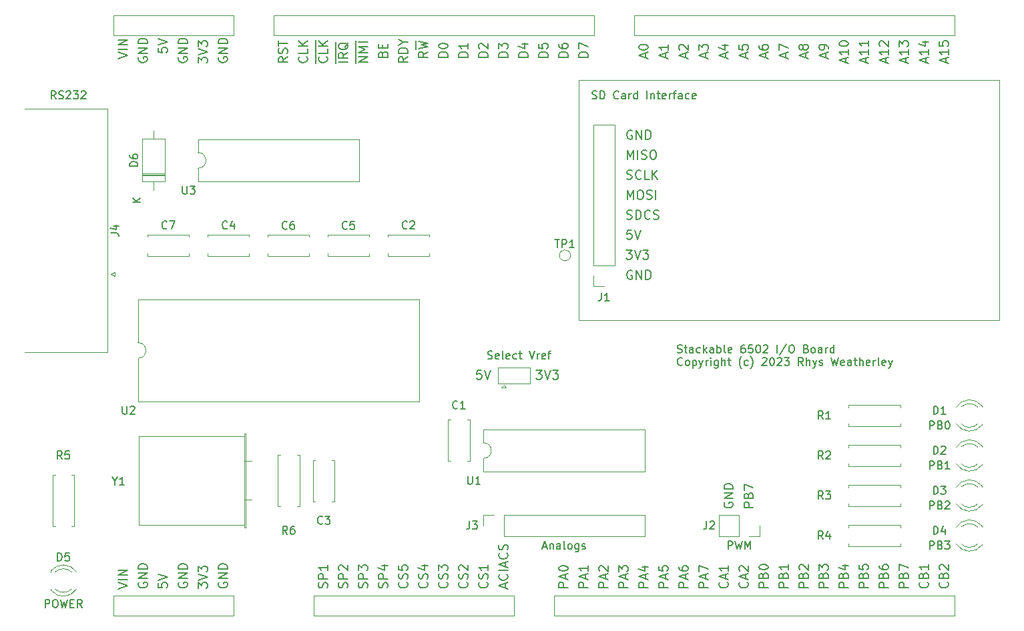
<source format=gto>
G04 #@! TF.GenerationSoftware,KiCad,Pcbnew,7.0.8-7.0.8~ubuntu22.04.1*
G04 #@! TF.CreationDate,2023-11-11T15:49:16+10:00*
G04 #@! TF.ProjectId,IoBoard,496f426f-6172-4642-9e6b-696361645f70,rev?*
G04 #@! TF.SameCoordinates,Original*
G04 #@! TF.FileFunction,Legend,Top*
G04 #@! TF.FilePolarity,Positive*
%FSLAX46Y46*%
G04 Gerber Fmt 4.6, Leading zero omitted, Abs format (unit mm)*
G04 Created by KiCad (PCBNEW 7.0.8-7.0.8~ubuntu22.04.1) date 2023-11-11 15:49:16*
%MOMM*%
%LPD*%
G01*
G04 APERTURE LIST*
%ADD10C,0.100000*%
%ADD11C,0.200000*%
%ADD12C,0.150000*%
%ADD13C,0.120000*%
G04 APERTURE END LIST*
D10*
X144145000Y-33020000D02*
X197485000Y-33020000D01*
X197485000Y-63500000D01*
X144145000Y-63500000D01*
X144145000Y-33020000D01*
D11*
X131763006Y-69818861D02*
X131215387Y-69818861D01*
X131215387Y-69818861D02*
X131160625Y-70366480D01*
X131160625Y-70366480D02*
X131215387Y-70311719D01*
X131215387Y-70311719D02*
X131324911Y-70256957D01*
X131324911Y-70256957D02*
X131598720Y-70256957D01*
X131598720Y-70256957D02*
X131708244Y-70311719D01*
X131708244Y-70311719D02*
X131763006Y-70366480D01*
X131763006Y-70366480D02*
X131817768Y-70476004D01*
X131817768Y-70476004D02*
X131817768Y-70749814D01*
X131817768Y-70749814D02*
X131763006Y-70859338D01*
X131763006Y-70859338D02*
X131708244Y-70914100D01*
X131708244Y-70914100D02*
X131598720Y-70968861D01*
X131598720Y-70968861D02*
X131324911Y-70968861D01*
X131324911Y-70968861D02*
X131215387Y-70914100D01*
X131215387Y-70914100D02*
X131160625Y-70859338D01*
X132146339Y-69818861D02*
X132529673Y-70968861D01*
X132529673Y-70968861D02*
X132913006Y-69818861D01*
X150265387Y-48108861D02*
X150265387Y-46958861D01*
X150265387Y-46958861D02*
X150648720Y-47780290D01*
X150648720Y-47780290D02*
X151032054Y-46958861D01*
X151032054Y-46958861D02*
X151032054Y-48108861D01*
X151798721Y-46958861D02*
X152017768Y-46958861D01*
X152017768Y-46958861D02*
X152127292Y-47013623D01*
X152127292Y-47013623D02*
X152236816Y-47123147D01*
X152236816Y-47123147D02*
X152291578Y-47342195D01*
X152291578Y-47342195D02*
X152291578Y-47725528D01*
X152291578Y-47725528D02*
X152236816Y-47944576D01*
X152236816Y-47944576D02*
X152127292Y-48054100D01*
X152127292Y-48054100D02*
X152017768Y-48108861D01*
X152017768Y-48108861D02*
X151798721Y-48108861D01*
X151798721Y-48108861D02*
X151689197Y-48054100D01*
X151689197Y-48054100D02*
X151579673Y-47944576D01*
X151579673Y-47944576D02*
X151524911Y-47725528D01*
X151524911Y-47725528D02*
X151524911Y-47342195D01*
X151524911Y-47342195D02*
X151579673Y-47123147D01*
X151579673Y-47123147D02*
X151689197Y-47013623D01*
X151689197Y-47013623D02*
X151798721Y-46958861D01*
X152729673Y-48054100D02*
X152893959Y-48108861D01*
X152893959Y-48108861D02*
X153167768Y-48108861D01*
X153167768Y-48108861D02*
X153277292Y-48054100D01*
X153277292Y-48054100D02*
X153332054Y-47999338D01*
X153332054Y-47999338D02*
X153386816Y-47889814D01*
X153386816Y-47889814D02*
X153386816Y-47780290D01*
X153386816Y-47780290D02*
X153332054Y-47670766D01*
X153332054Y-47670766D02*
X153277292Y-47616004D01*
X153277292Y-47616004D02*
X153167768Y-47561242D01*
X153167768Y-47561242D02*
X152948721Y-47506480D01*
X152948721Y-47506480D02*
X152839197Y-47451719D01*
X152839197Y-47451719D02*
X152784435Y-47396957D01*
X152784435Y-47396957D02*
X152729673Y-47287433D01*
X152729673Y-47287433D02*
X152729673Y-47177909D01*
X152729673Y-47177909D02*
X152784435Y-47068385D01*
X152784435Y-47068385D02*
X152839197Y-47013623D01*
X152839197Y-47013623D02*
X152948721Y-46958861D01*
X152948721Y-46958861D02*
X153222530Y-46958861D01*
X153222530Y-46958861D02*
X153386816Y-47013623D01*
X153879673Y-48108861D02*
X153879673Y-46958861D01*
X150155863Y-54578861D02*
X150867768Y-54578861D01*
X150867768Y-54578861D02*
X150484435Y-55016957D01*
X150484435Y-55016957D02*
X150648720Y-55016957D01*
X150648720Y-55016957D02*
X150758244Y-55071719D01*
X150758244Y-55071719D02*
X150813006Y-55126480D01*
X150813006Y-55126480D02*
X150867768Y-55236004D01*
X150867768Y-55236004D02*
X150867768Y-55509814D01*
X150867768Y-55509814D02*
X150813006Y-55619338D01*
X150813006Y-55619338D02*
X150758244Y-55674100D01*
X150758244Y-55674100D02*
X150648720Y-55728861D01*
X150648720Y-55728861D02*
X150320149Y-55728861D01*
X150320149Y-55728861D02*
X150210625Y-55674100D01*
X150210625Y-55674100D02*
X150155863Y-55619338D01*
X151196339Y-54578861D02*
X151579673Y-55728861D01*
X151579673Y-55728861D02*
X151963006Y-54578861D01*
X152236815Y-54578861D02*
X152948720Y-54578861D01*
X152948720Y-54578861D02*
X152565387Y-55016957D01*
X152565387Y-55016957D02*
X152729672Y-55016957D01*
X152729672Y-55016957D02*
X152839196Y-55071719D01*
X152839196Y-55071719D02*
X152893958Y-55126480D01*
X152893958Y-55126480D02*
X152948720Y-55236004D01*
X152948720Y-55236004D02*
X152948720Y-55509814D01*
X152948720Y-55509814D02*
X152893958Y-55619338D01*
X152893958Y-55619338D02*
X152839196Y-55674100D01*
X152839196Y-55674100D02*
X152729672Y-55728861D01*
X152729672Y-55728861D02*
X152401101Y-55728861D01*
X152401101Y-55728861D02*
X152291577Y-55674100D01*
X152291577Y-55674100D02*
X152236815Y-55619338D01*
X138725863Y-69818861D02*
X139437768Y-69818861D01*
X139437768Y-69818861D02*
X139054435Y-70256957D01*
X139054435Y-70256957D02*
X139218720Y-70256957D01*
X139218720Y-70256957D02*
X139328244Y-70311719D01*
X139328244Y-70311719D02*
X139383006Y-70366480D01*
X139383006Y-70366480D02*
X139437768Y-70476004D01*
X139437768Y-70476004D02*
X139437768Y-70749814D01*
X139437768Y-70749814D02*
X139383006Y-70859338D01*
X139383006Y-70859338D02*
X139328244Y-70914100D01*
X139328244Y-70914100D02*
X139218720Y-70968861D01*
X139218720Y-70968861D02*
X138890149Y-70968861D01*
X138890149Y-70968861D02*
X138780625Y-70914100D01*
X138780625Y-70914100D02*
X138725863Y-70859338D01*
X139766339Y-69818861D02*
X140149673Y-70968861D01*
X140149673Y-70968861D02*
X140533006Y-69818861D01*
X140806815Y-69818861D02*
X141518720Y-69818861D01*
X141518720Y-69818861D02*
X141135387Y-70256957D01*
X141135387Y-70256957D02*
X141299672Y-70256957D01*
X141299672Y-70256957D02*
X141409196Y-70311719D01*
X141409196Y-70311719D02*
X141463958Y-70366480D01*
X141463958Y-70366480D02*
X141518720Y-70476004D01*
X141518720Y-70476004D02*
X141518720Y-70749814D01*
X141518720Y-70749814D02*
X141463958Y-70859338D01*
X141463958Y-70859338D02*
X141409196Y-70914100D01*
X141409196Y-70914100D02*
X141299672Y-70968861D01*
X141299672Y-70968861D02*
X140971101Y-70968861D01*
X140971101Y-70968861D02*
X140861577Y-70914100D01*
X140861577Y-70914100D02*
X140806815Y-70859338D01*
X150867768Y-57173623D02*
X150758244Y-57118861D01*
X150758244Y-57118861D02*
X150593958Y-57118861D01*
X150593958Y-57118861D02*
X150429673Y-57173623D01*
X150429673Y-57173623D02*
X150320149Y-57283147D01*
X150320149Y-57283147D02*
X150265387Y-57392671D01*
X150265387Y-57392671D02*
X150210625Y-57611719D01*
X150210625Y-57611719D02*
X150210625Y-57776004D01*
X150210625Y-57776004D02*
X150265387Y-57995052D01*
X150265387Y-57995052D02*
X150320149Y-58104576D01*
X150320149Y-58104576D02*
X150429673Y-58214100D01*
X150429673Y-58214100D02*
X150593958Y-58268861D01*
X150593958Y-58268861D02*
X150703482Y-58268861D01*
X150703482Y-58268861D02*
X150867768Y-58214100D01*
X150867768Y-58214100D02*
X150922530Y-58159338D01*
X150922530Y-58159338D02*
X150922530Y-57776004D01*
X150922530Y-57776004D02*
X150703482Y-57776004D01*
X151415387Y-58268861D02*
X151415387Y-57118861D01*
X151415387Y-57118861D02*
X152072530Y-58268861D01*
X152072530Y-58268861D02*
X152072530Y-57118861D01*
X152620149Y-58268861D02*
X152620149Y-57118861D01*
X152620149Y-57118861D02*
X152893959Y-57118861D01*
X152893959Y-57118861D02*
X153058244Y-57173623D01*
X153058244Y-57173623D02*
X153167768Y-57283147D01*
X153167768Y-57283147D02*
X153222530Y-57392671D01*
X153222530Y-57392671D02*
X153277292Y-57611719D01*
X153277292Y-57611719D02*
X153277292Y-57776004D01*
X153277292Y-57776004D02*
X153222530Y-57995052D01*
X153222530Y-57995052D02*
X153167768Y-58104576D01*
X153167768Y-58104576D02*
X153058244Y-58214100D01*
X153058244Y-58214100D02*
X152893959Y-58268861D01*
X152893959Y-58268861D02*
X152620149Y-58268861D01*
X162583623Y-86622231D02*
X162528861Y-86731755D01*
X162528861Y-86731755D02*
X162528861Y-86896041D01*
X162528861Y-86896041D02*
X162583623Y-87060326D01*
X162583623Y-87060326D02*
X162693147Y-87169850D01*
X162693147Y-87169850D02*
X162802671Y-87224612D01*
X162802671Y-87224612D02*
X163021719Y-87279374D01*
X163021719Y-87279374D02*
X163186004Y-87279374D01*
X163186004Y-87279374D02*
X163405052Y-87224612D01*
X163405052Y-87224612D02*
X163514576Y-87169850D01*
X163514576Y-87169850D02*
X163624100Y-87060326D01*
X163624100Y-87060326D02*
X163678861Y-86896041D01*
X163678861Y-86896041D02*
X163678861Y-86786517D01*
X163678861Y-86786517D02*
X163624100Y-86622231D01*
X163624100Y-86622231D02*
X163569338Y-86567469D01*
X163569338Y-86567469D02*
X163186004Y-86567469D01*
X163186004Y-86567469D02*
X163186004Y-86786517D01*
X163678861Y-86074612D02*
X162528861Y-86074612D01*
X162528861Y-86074612D02*
X163678861Y-85417469D01*
X163678861Y-85417469D02*
X162528861Y-85417469D01*
X163678861Y-84869850D02*
X162528861Y-84869850D01*
X162528861Y-84869850D02*
X162528861Y-84596040D01*
X162528861Y-84596040D02*
X162583623Y-84431755D01*
X162583623Y-84431755D02*
X162693147Y-84322231D01*
X162693147Y-84322231D02*
X162802671Y-84267469D01*
X162802671Y-84267469D02*
X163021719Y-84212707D01*
X163021719Y-84212707D02*
X163186004Y-84212707D01*
X163186004Y-84212707D02*
X163405052Y-84267469D01*
X163405052Y-84267469D02*
X163514576Y-84322231D01*
X163514576Y-84322231D02*
X163624100Y-84431755D01*
X163624100Y-84431755D02*
X163678861Y-84596040D01*
X163678861Y-84596040D02*
X163678861Y-84869850D01*
X166218861Y-87224612D02*
X165068861Y-87224612D01*
X165068861Y-87224612D02*
X165068861Y-86786517D01*
X165068861Y-86786517D02*
X165123623Y-86676993D01*
X165123623Y-86676993D02*
X165178385Y-86622231D01*
X165178385Y-86622231D02*
X165287909Y-86567469D01*
X165287909Y-86567469D02*
X165452195Y-86567469D01*
X165452195Y-86567469D02*
X165561719Y-86622231D01*
X165561719Y-86622231D02*
X165616480Y-86676993D01*
X165616480Y-86676993D02*
X165671242Y-86786517D01*
X165671242Y-86786517D02*
X165671242Y-87224612D01*
X165616480Y-85691279D02*
X165671242Y-85526993D01*
X165671242Y-85526993D02*
X165726004Y-85472231D01*
X165726004Y-85472231D02*
X165835528Y-85417469D01*
X165835528Y-85417469D02*
X165999814Y-85417469D01*
X165999814Y-85417469D02*
X166109338Y-85472231D01*
X166109338Y-85472231D02*
X166164100Y-85526993D01*
X166164100Y-85526993D02*
X166218861Y-85636517D01*
X166218861Y-85636517D02*
X166218861Y-86074612D01*
X166218861Y-86074612D02*
X165068861Y-86074612D01*
X165068861Y-86074612D02*
X165068861Y-85691279D01*
X165068861Y-85691279D02*
X165123623Y-85581755D01*
X165123623Y-85581755D02*
X165178385Y-85526993D01*
X165178385Y-85526993D02*
X165287909Y-85472231D01*
X165287909Y-85472231D02*
X165397433Y-85472231D01*
X165397433Y-85472231D02*
X165506957Y-85526993D01*
X165506957Y-85526993D02*
X165561719Y-85581755D01*
X165561719Y-85581755D02*
X165616480Y-85691279D01*
X165616480Y-85691279D02*
X165616480Y-86074612D01*
X165068861Y-85034136D02*
X165068861Y-84267469D01*
X165068861Y-84267469D02*
X166218861Y-84760326D01*
X150265387Y-43028861D02*
X150265387Y-41878861D01*
X150265387Y-41878861D02*
X150648720Y-42700290D01*
X150648720Y-42700290D02*
X151032054Y-41878861D01*
X151032054Y-41878861D02*
X151032054Y-43028861D01*
X151579673Y-43028861D02*
X151579673Y-41878861D01*
X152072530Y-42974100D02*
X152236816Y-43028861D01*
X152236816Y-43028861D02*
X152510625Y-43028861D01*
X152510625Y-43028861D02*
X152620149Y-42974100D01*
X152620149Y-42974100D02*
X152674911Y-42919338D01*
X152674911Y-42919338D02*
X152729673Y-42809814D01*
X152729673Y-42809814D02*
X152729673Y-42700290D01*
X152729673Y-42700290D02*
X152674911Y-42590766D01*
X152674911Y-42590766D02*
X152620149Y-42536004D01*
X152620149Y-42536004D02*
X152510625Y-42481242D01*
X152510625Y-42481242D02*
X152291578Y-42426480D01*
X152291578Y-42426480D02*
X152182054Y-42371719D01*
X152182054Y-42371719D02*
X152127292Y-42316957D01*
X152127292Y-42316957D02*
X152072530Y-42207433D01*
X152072530Y-42207433D02*
X152072530Y-42097909D01*
X152072530Y-42097909D02*
X152127292Y-41988385D01*
X152127292Y-41988385D02*
X152182054Y-41933623D01*
X152182054Y-41933623D02*
X152291578Y-41878861D01*
X152291578Y-41878861D02*
X152565387Y-41878861D01*
X152565387Y-41878861D02*
X152729673Y-41933623D01*
X153441578Y-41878861D02*
X153660625Y-41878861D01*
X153660625Y-41878861D02*
X153770149Y-41933623D01*
X153770149Y-41933623D02*
X153879673Y-42043147D01*
X153879673Y-42043147D02*
X153934435Y-42262195D01*
X153934435Y-42262195D02*
X153934435Y-42645528D01*
X153934435Y-42645528D02*
X153879673Y-42864576D01*
X153879673Y-42864576D02*
X153770149Y-42974100D01*
X153770149Y-42974100D02*
X153660625Y-43028861D01*
X153660625Y-43028861D02*
X153441578Y-43028861D01*
X153441578Y-43028861D02*
X153332054Y-42974100D01*
X153332054Y-42974100D02*
X153222530Y-42864576D01*
X153222530Y-42864576D02*
X153167768Y-42645528D01*
X153167768Y-42645528D02*
X153167768Y-42262195D01*
X153167768Y-42262195D02*
X153222530Y-42043147D01*
X153222530Y-42043147D02*
X153332054Y-41933623D01*
X153332054Y-41933623D02*
X153441578Y-41878861D01*
X150867768Y-39393623D02*
X150758244Y-39338861D01*
X150758244Y-39338861D02*
X150593958Y-39338861D01*
X150593958Y-39338861D02*
X150429673Y-39393623D01*
X150429673Y-39393623D02*
X150320149Y-39503147D01*
X150320149Y-39503147D02*
X150265387Y-39612671D01*
X150265387Y-39612671D02*
X150210625Y-39831719D01*
X150210625Y-39831719D02*
X150210625Y-39996004D01*
X150210625Y-39996004D02*
X150265387Y-40215052D01*
X150265387Y-40215052D02*
X150320149Y-40324576D01*
X150320149Y-40324576D02*
X150429673Y-40434100D01*
X150429673Y-40434100D02*
X150593958Y-40488861D01*
X150593958Y-40488861D02*
X150703482Y-40488861D01*
X150703482Y-40488861D02*
X150867768Y-40434100D01*
X150867768Y-40434100D02*
X150922530Y-40379338D01*
X150922530Y-40379338D02*
X150922530Y-39996004D01*
X150922530Y-39996004D02*
X150703482Y-39996004D01*
X151415387Y-40488861D02*
X151415387Y-39338861D01*
X151415387Y-39338861D02*
X152072530Y-40488861D01*
X152072530Y-40488861D02*
X152072530Y-39338861D01*
X152620149Y-40488861D02*
X152620149Y-39338861D01*
X152620149Y-39338861D02*
X152893959Y-39338861D01*
X152893959Y-39338861D02*
X153058244Y-39393623D01*
X153058244Y-39393623D02*
X153167768Y-39503147D01*
X153167768Y-39503147D02*
X153222530Y-39612671D01*
X153222530Y-39612671D02*
X153277292Y-39831719D01*
X153277292Y-39831719D02*
X153277292Y-39996004D01*
X153277292Y-39996004D02*
X153222530Y-40215052D01*
X153222530Y-40215052D02*
X153167768Y-40324576D01*
X153167768Y-40324576D02*
X153058244Y-40434100D01*
X153058244Y-40434100D02*
X152893959Y-40488861D01*
X152893959Y-40488861D02*
X152620149Y-40488861D01*
X150210625Y-50594100D02*
X150374911Y-50648861D01*
X150374911Y-50648861D02*
X150648720Y-50648861D01*
X150648720Y-50648861D02*
X150758244Y-50594100D01*
X150758244Y-50594100D02*
X150813006Y-50539338D01*
X150813006Y-50539338D02*
X150867768Y-50429814D01*
X150867768Y-50429814D02*
X150867768Y-50320290D01*
X150867768Y-50320290D02*
X150813006Y-50210766D01*
X150813006Y-50210766D02*
X150758244Y-50156004D01*
X150758244Y-50156004D02*
X150648720Y-50101242D01*
X150648720Y-50101242D02*
X150429673Y-50046480D01*
X150429673Y-50046480D02*
X150320149Y-49991719D01*
X150320149Y-49991719D02*
X150265387Y-49936957D01*
X150265387Y-49936957D02*
X150210625Y-49827433D01*
X150210625Y-49827433D02*
X150210625Y-49717909D01*
X150210625Y-49717909D02*
X150265387Y-49608385D01*
X150265387Y-49608385D02*
X150320149Y-49553623D01*
X150320149Y-49553623D02*
X150429673Y-49498861D01*
X150429673Y-49498861D02*
X150703482Y-49498861D01*
X150703482Y-49498861D02*
X150867768Y-49553623D01*
X151360625Y-50648861D02*
X151360625Y-49498861D01*
X151360625Y-49498861D02*
X151634435Y-49498861D01*
X151634435Y-49498861D02*
X151798720Y-49553623D01*
X151798720Y-49553623D02*
X151908244Y-49663147D01*
X151908244Y-49663147D02*
X151963006Y-49772671D01*
X151963006Y-49772671D02*
X152017768Y-49991719D01*
X152017768Y-49991719D02*
X152017768Y-50156004D01*
X152017768Y-50156004D02*
X151963006Y-50375052D01*
X151963006Y-50375052D02*
X151908244Y-50484576D01*
X151908244Y-50484576D02*
X151798720Y-50594100D01*
X151798720Y-50594100D02*
X151634435Y-50648861D01*
X151634435Y-50648861D02*
X151360625Y-50648861D01*
X153167768Y-50539338D02*
X153113006Y-50594100D01*
X153113006Y-50594100D02*
X152948720Y-50648861D01*
X152948720Y-50648861D02*
X152839196Y-50648861D01*
X152839196Y-50648861D02*
X152674911Y-50594100D01*
X152674911Y-50594100D02*
X152565387Y-50484576D01*
X152565387Y-50484576D02*
X152510625Y-50375052D01*
X152510625Y-50375052D02*
X152455863Y-50156004D01*
X152455863Y-50156004D02*
X152455863Y-49991719D01*
X152455863Y-49991719D02*
X152510625Y-49772671D01*
X152510625Y-49772671D02*
X152565387Y-49663147D01*
X152565387Y-49663147D02*
X152674911Y-49553623D01*
X152674911Y-49553623D02*
X152839196Y-49498861D01*
X152839196Y-49498861D02*
X152948720Y-49498861D01*
X152948720Y-49498861D02*
X153113006Y-49553623D01*
X153113006Y-49553623D02*
X153167768Y-49608385D01*
X153605863Y-50594100D02*
X153770149Y-50648861D01*
X153770149Y-50648861D02*
X154043958Y-50648861D01*
X154043958Y-50648861D02*
X154153482Y-50594100D01*
X154153482Y-50594100D02*
X154208244Y-50539338D01*
X154208244Y-50539338D02*
X154263006Y-50429814D01*
X154263006Y-50429814D02*
X154263006Y-50320290D01*
X154263006Y-50320290D02*
X154208244Y-50210766D01*
X154208244Y-50210766D02*
X154153482Y-50156004D01*
X154153482Y-50156004D02*
X154043958Y-50101242D01*
X154043958Y-50101242D02*
X153824911Y-50046480D01*
X153824911Y-50046480D02*
X153715387Y-49991719D01*
X153715387Y-49991719D02*
X153660625Y-49936957D01*
X153660625Y-49936957D02*
X153605863Y-49827433D01*
X153605863Y-49827433D02*
X153605863Y-49717909D01*
X153605863Y-49717909D02*
X153660625Y-49608385D01*
X153660625Y-49608385D02*
X153715387Y-49553623D01*
X153715387Y-49553623D02*
X153824911Y-49498861D01*
X153824911Y-49498861D02*
X154098720Y-49498861D01*
X154098720Y-49498861D02*
X154263006Y-49553623D01*
X150210625Y-45514100D02*
X150374911Y-45568861D01*
X150374911Y-45568861D02*
X150648720Y-45568861D01*
X150648720Y-45568861D02*
X150758244Y-45514100D01*
X150758244Y-45514100D02*
X150813006Y-45459338D01*
X150813006Y-45459338D02*
X150867768Y-45349814D01*
X150867768Y-45349814D02*
X150867768Y-45240290D01*
X150867768Y-45240290D02*
X150813006Y-45130766D01*
X150813006Y-45130766D02*
X150758244Y-45076004D01*
X150758244Y-45076004D02*
X150648720Y-45021242D01*
X150648720Y-45021242D02*
X150429673Y-44966480D01*
X150429673Y-44966480D02*
X150320149Y-44911719D01*
X150320149Y-44911719D02*
X150265387Y-44856957D01*
X150265387Y-44856957D02*
X150210625Y-44747433D01*
X150210625Y-44747433D02*
X150210625Y-44637909D01*
X150210625Y-44637909D02*
X150265387Y-44528385D01*
X150265387Y-44528385D02*
X150320149Y-44473623D01*
X150320149Y-44473623D02*
X150429673Y-44418861D01*
X150429673Y-44418861D02*
X150703482Y-44418861D01*
X150703482Y-44418861D02*
X150867768Y-44473623D01*
X152017768Y-45459338D02*
X151963006Y-45514100D01*
X151963006Y-45514100D02*
X151798720Y-45568861D01*
X151798720Y-45568861D02*
X151689196Y-45568861D01*
X151689196Y-45568861D02*
X151524911Y-45514100D01*
X151524911Y-45514100D02*
X151415387Y-45404576D01*
X151415387Y-45404576D02*
X151360625Y-45295052D01*
X151360625Y-45295052D02*
X151305863Y-45076004D01*
X151305863Y-45076004D02*
X151305863Y-44911719D01*
X151305863Y-44911719D02*
X151360625Y-44692671D01*
X151360625Y-44692671D02*
X151415387Y-44583147D01*
X151415387Y-44583147D02*
X151524911Y-44473623D01*
X151524911Y-44473623D02*
X151689196Y-44418861D01*
X151689196Y-44418861D02*
X151798720Y-44418861D01*
X151798720Y-44418861D02*
X151963006Y-44473623D01*
X151963006Y-44473623D02*
X152017768Y-44528385D01*
X153058244Y-45568861D02*
X152510625Y-45568861D01*
X152510625Y-45568861D02*
X152510625Y-44418861D01*
X153441577Y-45568861D02*
X153441577Y-44418861D01*
X154098720Y-45568861D02*
X153605863Y-44911719D01*
X154098720Y-44418861D02*
X153441577Y-45076004D01*
X150813006Y-52038861D02*
X150265387Y-52038861D01*
X150265387Y-52038861D02*
X150210625Y-52586480D01*
X150210625Y-52586480D02*
X150265387Y-52531719D01*
X150265387Y-52531719D02*
X150374911Y-52476957D01*
X150374911Y-52476957D02*
X150648720Y-52476957D01*
X150648720Y-52476957D02*
X150758244Y-52531719D01*
X150758244Y-52531719D02*
X150813006Y-52586480D01*
X150813006Y-52586480D02*
X150867768Y-52696004D01*
X150867768Y-52696004D02*
X150867768Y-52969814D01*
X150867768Y-52969814D02*
X150813006Y-53079338D01*
X150813006Y-53079338D02*
X150758244Y-53134100D01*
X150758244Y-53134100D02*
X150648720Y-53188861D01*
X150648720Y-53188861D02*
X150374911Y-53188861D01*
X150374911Y-53188861D02*
X150265387Y-53134100D01*
X150265387Y-53134100D02*
X150210625Y-53079338D01*
X151196339Y-52038861D02*
X151579673Y-53188861D01*
X151579673Y-53188861D02*
X151963006Y-52038861D01*
D12*
X156626160Y-67554200D02*
X156769017Y-67601819D01*
X156769017Y-67601819D02*
X157007112Y-67601819D01*
X157007112Y-67601819D02*
X157102350Y-67554200D01*
X157102350Y-67554200D02*
X157149969Y-67506580D01*
X157149969Y-67506580D02*
X157197588Y-67411342D01*
X157197588Y-67411342D02*
X157197588Y-67316104D01*
X157197588Y-67316104D02*
X157149969Y-67220866D01*
X157149969Y-67220866D02*
X157102350Y-67173247D01*
X157102350Y-67173247D02*
X157007112Y-67125628D01*
X157007112Y-67125628D02*
X156816636Y-67078009D01*
X156816636Y-67078009D02*
X156721398Y-67030390D01*
X156721398Y-67030390D02*
X156673779Y-66982771D01*
X156673779Y-66982771D02*
X156626160Y-66887533D01*
X156626160Y-66887533D02*
X156626160Y-66792295D01*
X156626160Y-66792295D02*
X156673779Y-66697057D01*
X156673779Y-66697057D02*
X156721398Y-66649438D01*
X156721398Y-66649438D02*
X156816636Y-66601819D01*
X156816636Y-66601819D02*
X157054731Y-66601819D01*
X157054731Y-66601819D02*
X157197588Y-66649438D01*
X157483303Y-66935152D02*
X157864255Y-66935152D01*
X157626160Y-66601819D02*
X157626160Y-67458961D01*
X157626160Y-67458961D02*
X157673779Y-67554200D01*
X157673779Y-67554200D02*
X157769017Y-67601819D01*
X157769017Y-67601819D02*
X157864255Y-67601819D01*
X158626160Y-67601819D02*
X158626160Y-67078009D01*
X158626160Y-67078009D02*
X158578541Y-66982771D01*
X158578541Y-66982771D02*
X158483303Y-66935152D01*
X158483303Y-66935152D02*
X158292827Y-66935152D01*
X158292827Y-66935152D02*
X158197589Y-66982771D01*
X158626160Y-67554200D02*
X158530922Y-67601819D01*
X158530922Y-67601819D02*
X158292827Y-67601819D01*
X158292827Y-67601819D02*
X158197589Y-67554200D01*
X158197589Y-67554200D02*
X158149970Y-67458961D01*
X158149970Y-67458961D02*
X158149970Y-67363723D01*
X158149970Y-67363723D02*
X158197589Y-67268485D01*
X158197589Y-67268485D02*
X158292827Y-67220866D01*
X158292827Y-67220866D02*
X158530922Y-67220866D01*
X158530922Y-67220866D02*
X158626160Y-67173247D01*
X159530922Y-67554200D02*
X159435684Y-67601819D01*
X159435684Y-67601819D02*
X159245208Y-67601819D01*
X159245208Y-67601819D02*
X159149970Y-67554200D01*
X159149970Y-67554200D02*
X159102351Y-67506580D01*
X159102351Y-67506580D02*
X159054732Y-67411342D01*
X159054732Y-67411342D02*
X159054732Y-67125628D01*
X159054732Y-67125628D02*
X159102351Y-67030390D01*
X159102351Y-67030390D02*
X159149970Y-66982771D01*
X159149970Y-66982771D02*
X159245208Y-66935152D01*
X159245208Y-66935152D02*
X159435684Y-66935152D01*
X159435684Y-66935152D02*
X159530922Y-66982771D01*
X159959494Y-67601819D02*
X159959494Y-66601819D01*
X160054732Y-67220866D02*
X160340446Y-67601819D01*
X160340446Y-66935152D02*
X159959494Y-67316104D01*
X161197589Y-67601819D02*
X161197589Y-67078009D01*
X161197589Y-67078009D02*
X161149970Y-66982771D01*
X161149970Y-66982771D02*
X161054732Y-66935152D01*
X161054732Y-66935152D02*
X160864256Y-66935152D01*
X160864256Y-66935152D02*
X160769018Y-66982771D01*
X161197589Y-67554200D02*
X161102351Y-67601819D01*
X161102351Y-67601819D02*
X160864256Y-67601819D01*
X160864256Y-67601819D02*
X160769018Y-67554200D01*
X160769018Y-67554200D02*
X160721399Y-67458961D01*
X160721399Y-67458961D02*
X160721399Y-67363723D01*
X160721399Y-67363723D02*
X160769018Y-67268485D01*
X160769018Y-67268485D02*
X160864256Y-67220866D01*
X160864256Y-67220866D02*
X161102351Y-67220866D01*
X161102351Y-67220866D02*
X161197589Y-67173247D01*
X161673780Y-67601819D02*
X161673780Y-66601819D01*
X161673780Y-66982771D02*
X161769018Y-66935152D01*
X161769018Y-66935152D02*
X161959494Y-66935152D01*
X161959494Y-66935152D02*
X162054732Y-66982771D01*
X162054732Y-66982771D02*
X162102351Y-67030390D01*
X162102351Y-67030390D02*
X162149970Y-67125628D01*
X162149970Y-67125628D02*
X162149970Y-67411342D01*
X162149970Y-67411342D02*
X162102351Y-67506580D01*
X162102351Y-67506580D02*
X162054732Y-67554200D01*
X162054732Y-67554200D02*
X161959494Y-67601819D01*
X161959494Y-67601819D02*
X161769018Y-67601819D01*
X161769018Y-67601819D02*
X161673780Y-67554200D01*
X162721399Y-67601819D02*
X162626161Y-67554200D01*
X162626161Y-67554200D02*
X162578542Y-67458961D01*
X162578542Y-67458961D02*
X162578542Y-66601819D01*
X163483304Y-67554200D02*
X163388066Y-67601819D01*
X163388066Y-67601819D02*
X163197590Y-67601819D01*
X163197590Y-67601819D02*
X163102352Y-67554200D01*
X163102352Y-67554200D02*
X163054733Y-67458961D01*
X163054733Y-67458961D02*
X163054733Y-67078009D01*
X163054733Y-67078009D02*
X163102352Y-66982771D01*
X163102352Y-66982771D02*
X163197590Y-66935152D01*
X163197590Y-66935152D02*
X163388066Y-66935152D01*
X163388066Y-66935152D02*
X163483304Y-66982771D01*
X163483304Y-66982771D02*
X163530923Y-67078009D01*
X163530923Y-67078009D02*
X163530923Y-67173247D01*
X163530923Y-67173247D02*
X163054733Y-67268485D01*
X165149971Y-66601819D02*
X164959495Y-66601819D01*
X164959495Y-66601819D02*
X164864257Y-66649438D01*
X164864257Y-66649438D02*
X164816638Y-66697057D01*
X164816638Y-66697057D02*
X164721400Y-66839914D01*
X164721400Y-66839914D02*
X164673781Y-67030390D01*
X164673781Y-67030390D02*
X164673781Y-67411342D01*
X164673781Y-67411342D02*
X164721400Y-67506580D01*
X164721400Y-67506580D02*
X164769019Y-67554200D01*
X164769019Y-67554200D02*
X164864257Y-67601819D01*
X164864257Y-67601819D02*
X165054733Y-67601819D01*
X165054733Y-67601819D02*
X165149971Y-67554200D01*
X165149971Y-67554200D02*
X165197590Y-67506580D01*
X165197590Y-67506580D02*
X165245209Y-67411342D01*
X165245209Y-67411342D02*
X165245209Y-67173247D01*
X165245209Y-67173247D02*
X165197590Y-67078009D01*
X165197590Y-67078009D02*
X165149971Y-67030390D01*
X165149971Y-67030390D02*
X165054733Y-66982771D01*
X165054733Y-66982771D02*
X164864257Y-66982771D01*
X164864257Y-66982771D02*
X164769019Y-67030390D01*
X164769019Y-67030390D02*
X164721400Y-67078009D01*
X164721400Y-67078009D02*
X164673781Y-67173247D01*
X166149971Y-66601819D02*
X165673781Y-66601819D01*
X165673781Y-66601819D02*
X165626162Y-67078009D01*
X165626162Y-67078009D02*
X165673781Y-67030390D01*
X165673781Y-67030390D02*
X165769019Y-66982771D01*
X165769019Y-66982771D02*
X166007114Y-66982771D01*
X166007114Y-66982771D02*
X166102352Y-67030390D01*
X166102352Y-67030390D02*
X166149971Y-67078009D01*
X166149971Y-67078009D02*
X166197590Y-67173247D01*
X166197590Y-67173247D02*
X166197590Y-67411342D01*
X166197590Y-67411342D02*
X166149971Y-67506580D01*
X166149971Y-67506580D02*
X166102352Y-67554200D01*
X166102352Y-67554200D02*
X166007114Y-67601819D01*
X166007114Y-67601819D02*
X165769019Y-67601819D01*
X165769019Y-67601819D02*
X165673781Y-67554200D01*
X165673781Y-67554200D02*
X165626162Y-67506580D01*
X166816638Y-66601819D02*
X166911876Y-66601819D01*
X166911876Y-66601819D02*
X167007114Y-66649438D01*
X167007114Y-66649438D02*
X167054733Y-66697057D01*
X167054733Y-66697057D02*
X167102352Y-66792295D01*
X167102352Y-66792295D02*
X167149971Y-66982771D01*
X167149971Y-66982771D02*
X167149971Y-67220866D01*
X167149971Y-67220866D02*
X167102352Y-67411342D01*
X167102352Y-67411342D02*
X167054733Y-67506580D01*
X167054733Y-67506580D02*
X167007114Y-67554200D01*
X167007114Y-67554200D02*
X166911876Y-67601819D01*
X166911876Y-67601819D02*
X166816638Y-67601819D01*
X166816638Y-67601819D02*
X166721400Y-67554200D01*
X166721400Y-67554200D02*
X166673781Y-67506580D01*
X166673781Y-67506580D02*
X166626162Y-67411342D01*
X166626162Y-67411342D02*
X166578543Y-67220866D01*
X166578543Y-67220866D02*
X166578543Y-66982771D01*
X166578543Y-66982771D02*
X166626162Y-66792295D01*
X166626162Y-66792295D02*
X166673781Y-66697057D01*
X166673781Y-66697057D02*
X166721400Y-66649438D01*
X166721400Y-66649438D02*
X166816638Y-66601819D01*
X167530924Y-66697057D02*
X167578543Y-66649438D01*
X167578543Y-66649438D02*
X167673781Y-66601819D01*
X167673781Y-66601819D02*
X167911876Y-66601819D01*
X167911876Y-66601819D02*
X168007114Y-66649438D01*
X168007114Y-66649438D02*
X168054733Y-66697057D01*
X168054733Y-66697057D02*
X168102352Y-66792295D01*
X168102352Y-66792295D02*
X168102352Y-66887533D01*
X168102352Y-66887533D02*
X168054733Y-67030390D01*
X168054733Y-67030390D02*
X167483305Y-67601819D01*
X167483305Y-67601819D02*
X168102352Y-67601819D01*
X169292829Y-67601819D02*
X169292829Y-66601819D01*
X170483304Y-66554200D02*
X169626162Y-67839914D01*
X171007114Y-66601819D02*
X171197590Y-66601819D01*
X171197590Y-66601819D02*
X171292828Y-66649438D01*
X171292828Y-66649438D02*
X171388066Y-66744676D01*
X171388066Y-66744676D02*
X171435685Y-66935152D01*
X171435685Y-66935152D02*
X171435685Y-67268485D01*
X171435685Y-67268485D02*
X171388066Y-67458961D01*
X171388066Y-67458961D02*
X171292828Y-67554200D01*
X171292828Y-67554200D02*
X171197590Y-67601819D01*
X171197590Y-67601819D02*
X171007114Y-67601819D01*
X171007114Y-67601819D02*
X170911876Y-67554200D01*
X170911876Y-67554200D02*
X170816638Y-67458961D01*
X170816638Y-67458961D02*
X170769019Y-67268485D01*
X170769019Y-67268485D02*
X170769019Y-66935152D01*
X170769019Y-66935152D02*
X170816638Y-66744676D01*
X170816638Y-66744676D02*
X170911876Y-66649438D01*
X170911876Y-66649438D02*
X171007114Y-66601819D01*
X172959495Y-67078009D02*
X173102352Y-67125628D01*
X173102352Y-67125628D02*
X173149971Y-67173247D01*
X173149971Y-67173247D02*
X173197590Y-67268485D01*
X173197590Y-67268485D02*
X173197590Y-67411342D01*
X173197590Y-67411342D02*
X173149971Y-67506580D01*
X173149971Y-67506580D02*
X173102352Y-67554200D01*
X173102352Y-67554200D02*
X173007114Y-67601819D01*
X173007114Y-67601819D02*
X172626162Y-67601819D01*
X172626162Y-67601819D02*
X172626162Y-66601819D01*
X172626162Y-66601819D02*
X172959495Y-66601819D01*
X172959495Y-66601819D02*
X173054733Y-66649438D01*
X173054733Y-66649438D02*
X173102352Y-66697057D01*
X173102352Y-66697057D02*
X173149971Y-66792295D01*
X173149971Y-66792295D02*
X173149971Y-66887533D01*
X173149971Y-66887533D02*
X173102352Y-66982771D01*
X173102352Y-66982771D02*
X173054733Y-67030390D01*
X173054733Y-67030390D02*
X172959495Y-67078009D01*
X172959495Y-67078009D02*
X172626162Y-67078009D01*
X173769019Y-67601819D02*
X173673781Y-67554200D01*
X173673781Y-67554200D02*
X173626162Y-67506580D01*
X173626162Y-67506580D02*
X173578543Y-67411342D01*
X173578543Y-67411342D02*
X173578543Y-67125628D01*
X173578543Y-67125628D02*
X173626162Y-67030390D01*
X173626162Y-67030390D02*
X173673781Y-66982771D01*
X173673781Y-66982771D02*
X173769019Y-66935152D01*
X173769019Y-66935152D02*
X173911876Y-66935152D01*
X173911876Y-66935152D02*
X174007114Y-66982771D01*
X174007114Y-66982771D02*
X174054733Y-67030390D01*
X174054733Y-67030390D02*
X174102352Y-67125628D01*
X174102352Y-67125628D02*
X174102352Y-67411342D01*
X174102352Y-67411342D02*
X174054733Y-67506580D01*
X174054733Y-67506580D02*
X174007114Y-67554200D01*
X174007114Y-67554200D02*
X173911876Y-67601819D01*
X173911876Y-67601819D02*
X173769019Y-67601819D01*
X174959495Y-67601819D02*
X174959495Y-67078009D01*
X174959495Y-67078009D02*
X174911876Y-66982771D01*
X174911876Y-66982771D02*
X174816638Y-66935152D01*
X174816638Y-66935152D02*
X174626162Y-66935152D01*
X174626162Y-66935152D02*
X174530924Y-66982771D01*
X174959495Y-67554200D02*
X174864257Y-67601819D01*
X174864257Y-67601819D02*
X174626162Y-67601819D01*
X174626162Y-67601819D02*
X174530924Y-67554200D01*
X174530924Y-67554200D02*
X174483305Y-67458961D01*
X174483305Y-67458961D02*
X174483305Y-67363723D01*
X174483305Y-67363723D02*
X174530924Y-67268485D01*
X174530924Y-67268485D02*
X174626162Y-67220866D01*
X174626162Y-67220866D02*
X174864257Y-67220866D01*
X174864257Y-67220866D02*
X174959495Y-67173247D01*
X175435686Y-67601819D02*
X175435686Y-66935152D01*
X175435686Y-67125628D02*
X175483305Y-67030390D01*
X175483305Y-67030390D02*
X175530924Y-66982771D01*
X175530924Y-66982771D02*
X175626162Y-66935152D01*
X175626162Y-66935152D02*
X175721400Y-66935152D01*
X176483305Y-67601819D02*
X176483305Y-66601819D01*
X176483305Y-67554200D02*
X176388067Y-67601819D01*
X176388067Y-67601819D02*
X176197591Y-67601819D01*
X176197591Y-67601819D02*
X176102353Y-67554200D01*
X176102353Y-67554200D02*
X176054734Y-67506580D01*
X176054734Y-67506580D02*
X176007115Y-67411342D01*
X176007115Y-67411342D02*
X176007115Y-67125628D01*
X176007115Y-67125628D02*
X176054734Y-67030390D01*
X176054734Y-67030390D02*
X176102353Y-66982771D01*
X176102353Y-66982771D02*
X176197591Y-66935152D01*
X176197591Y-66935152D02*
X176388067Y-66935152D01*
X176388067Y-66935152D02*
X176483305Y-66982771D01*
X157245207Y-69116580D02*
X157197588Y-69164200D01*
X157197588Y-69164200D02*
X157054731Y-69211819D01*
X157054731Y-69211819D02*
X156959493Y-69211819D01*
X156959493Y-69211819D02*
X156816636Y-69164200D01*
X156816636Y-69164200D02*
X156721398Y-69068961D01*
X156721398Y-69068961D02*
X156673779Y-68973723D01*
X156673779Y-68973723D02*
X156626160Y-68783247D01*
X156626160Y-68783247D02*
X156626160Y-68640390D01*
X156626160Y-68640390D02*
X156673779Y-68449914D01*
X156673779Y-68449914D02*
X156721398Y-68354676D01*
X156721398Y-68354676D02*
X156816636Y-68259438D01*
X156816636Y-68259438D02*
X156959493Y-68211819D01*
X156959493Y-68211819D02*
X157054731Y-68211819D01*
X157054731Y-68211819D02*
X157197588Y-68259438D01*
X157197588Y-68259438D02*
X157245207Y-68307057D01*
X157816636Y-69211819D02*
X157721398Y-69164200D01*
X157721398Y-69164200D02*
X157673779Y-69116580D01*
X157673779Y-69116580D02*
X157626160Y-69021342D01*
X157626160Y-69021342D02*
X157626160Y-68735628D01*
X157626160Y-68735628D02*
X157673779Y-68640390D01*
X157673779Y-68640390D02*
X157721398Y-68592771D01*
X157721398Y-68592771D02*
X157816636Y-68545152D01*
X157816636Y-68545152D02*
X157959493Y-68545152D01*
X157959493Y-68545152D02*
X158054731Y-68592771D01*
X158054731Y-68592771D02*
X158102350Y-68640390D01*
X158102350Y-68640390D02*
X158149969Y-68735628D01*
X158149969Y-68735628D02*
X158149969Y-69021342D01*
X158149969Y-69021342D02*
X158102350Y-69116580D01*
X158102350Y-69116580D02*
X158054731Y-69164200D01*
X158054731Y-69164200D02*
X157959493Y-69211819D01*
X157959493Y-69211819D02*
X157816636Y-69211819D01*
X158578541Y-68545152D02*
X158578541Y-69545152D01*
X158578541Y-68592771D02*
X158673779Y-68545152D01*
X158673779Y-68545152D02*
X158864255Y-68545152D01*
X158864255Y-68545152D02*
X158959493Y-68592771D01*
X158959493Y-68592771D02*
X159007112Y-68640390D01*
X159007112Y-68640390D02*
X159054731Y-68735628D01*
X159054731Y-68735628D02*
X159054731Y-69021342D01*
X159054731Y-69021342D02*
X159007112Y-69116580D01*
X159007112Y-69116580D02*
X158959493Y-69164200D01*
X158959493Y-69164200D02*
X158864255Y-69211819D01*
X158864255Y-69211819D02*
X158673779Y-69211819D01*
X158673779Y-69211819D02*
X158578541Y-69164200D01*
X159388065Y-68545152D02*
X159626160Y-69211819D01*
X159864255Y-68545152D02*
X159626160Y-69211819D01*
X159626160Y-69211819D02*
X159530922Y-69449914D01*
X159530922Y-69449914D02*
X159483303Y-69497533D01*
X159483303Y-69497533D02*
X159388065Y-69545152D01*
X160245208Y-69211819D02*
X160245208Y-68545152D01*
X160245208Y-68735628D02*
X160292827Y-68640390D01*
X160292827Y-68640390D02*
X160340446Y-68592771D01*
X160340446Y-68592771D02*
X160435684Y-68545152D01*
X160435684Y-68545152D02*
X160530922Y-68545152D01*
X160864256Y-69211819D02*
X160864256Y-68545152D01*
X160864256Y-68211819D02*
X160816637Y-68259438D01*
X160816637Y-68259438D02*
X160864256Y-68307057D01*
X160864256Y-68307057D02*
X160911875Y-68259438D01*
X160911875Y-68259438D02*
X160864256Y-68211819D01*
X160864256Y-68211819D02*
X160864256Y-68307057D01*
X161769017Y-68545152D02*
X161769017Y-69354676D01*
X161769017Y-69354676D02*
X161721398Y-69449914D01*
X161721398Y-69449914D02*
X161673779Y-69497533D01*
X161673779Y-69497533D02*
X161578541Y-69545152D01*
X161578541Y-69545152D02*
X161435684Y-69545152D01*
X161435684Y-69545152D02*
X161340446Y-69497533D01*
X161769017Y-69164200D02*
X161673779Y-69211819D01*
X161673779Y-69211819D02*
X161483303Y-69211819D01*
X161483303Y-69211819D02*
X161388065Y-69164200D01*
X161388065Y-69164200D02*
X161340446Y-69116580D01*
X161340446Y-69116580D02*
X161292827Y-69021342D01*
X161292827Y-69021342D02*
X161292827Y-68735628D01*
X161292827Y-68735628D02*
X161340446Y-68640390D01*
X161340446Y-68640390D02*
X161388065Y-68592771D01*
X161388065Y-68592771D02*
X161483303Y-68545152D01*
X161483303Y-68545152D02*
X161673779Y-68545152D01*
X161673779Y-68545152D02*
X161769017Y-68592771D01*
X162245208Y-69211819D02*
X162245208Y-68211819D01*
X162673779Y-69211819D02*
X162673779Y-68688009D01*
X162673779Y-68688009D02*
X162626160Y-68592771D01*
X162626160Y-68592771D02*
X162530922Y-68545152D01*
X162530922Y-68545152D02*
X162388065Y-68545152D01*
X162388065Y-68545152D02*
X162292827Y-68592771D01*
X162292827Y-68592771D02*
X162245208Y-68640390D01*
X163007113Y-68545152D02*
X163388065Y-68545152D01*
X163149970Y-68211819D02*
X163149970Y-69068961D01*
X163149970Y-69068961D02*
X163197589Y-69164200D01*
X163197589Y-69164200D02*
X163292827Y-69211819D01*
X163292827Y-69211819D02*
X163388065Y-69211819D01*
X164769018Y-69592771D02*
X164721399Y-69545152D01*
X164721399Y-69545152D02*
X164626161Y-69402295D01*
X164626161Y-69402295D02*
X164578542Y-69307057D01*
X164578542Y-69307057D02*
X164530923Y-69164200D01*
X164530923Y-69164200D02*
X164483304Y-68926104D01*
X164483304Y-68926104D02*
X164483304Y-68735628D01*
X164483304Y-68735628D02*
X164530923Y-68497533D01*
X164530923Y-68497533D02*
X164578542Y-68354676D01*
X164578542Y-68354676D02*
X164626161Y-68259438D01*
X164626161Y-68259438D02*
X164721399Y-68116580D01*
X164721399Y-68116580D02*
X164769018Y-68068961D01*
X165578542Y-69164200D02*
X165483304Y-69211819D01*
X165483304Y-69211819D02*
X165292828Y-69211819D01*
X165292828Y-69211819D02*
X165197590Y-69164200D01*
X165197590Y-69164200D02*
X165149971Y-69116580D01*
X165149971Y-69116580D02*
X165102352Y-69021342D01*
X165102352Y-69021342D02*
X165102352Y-68735628D01*
X165102352Y-68735628D02*
X165149971Y-68640390D01*
X165149971Y-68640390D02*
X165197590Y-68592771D01*
X165197590Y-68592771D02*
X165292828Y-68545152D01*
X165292828Y-68545152D02*
X165483304Y-68545152D01*
X165483304Y-68545152D02*
X165578542Y-68592771D01*
X165911876Y-69592771D02*
X165959495Y-69545152D01*
X165959495Y-69545152D02*
X166054733Y-69402295D01*
X166054733Y-69402295D02*
X166102352Y-69307057D01*
X166102352Y-69307057D02*
X166149971Y-69164200D01*
X166149971Y-69164200D02*
X166197590Y-68926104D01*
X166197590Y-68926104D02*
X166197590Y-68735628D01*
X166197590Y-68735628D02*
X166149971Y-68497533D01*
X166149971Y-68497533D02*
X166102352Y-68354676D01*
X166102352Y-68354676D02*
X166054733Y-68259438D01*
X166054733Y-68259438D02*
X165959495Y-68116580D01*
X165959495Y-68116580D02*
X165911876Y-68068961D01*
X167388067Y-68307057D02*
X167435686Y-68259438D01*
X167435686Y-68259438D02*
X167530924Y-68211819D01*
X167530924Y-68211819D02*
X167769019Y-68211819D01*
X167769019Y-68211819D02*
X167864257Y-68259438D01*
X167864257Y-68259438D02*
X167911876Y-68307057D01*
X167911876Y-68307057D02*
X167959495Y-68402295D01*
X167959495Y-68402295D02*
X167959495Y-68497533D01*
X167959495Y-68497533D02*
X167911876Y-68640390D01*
X167911876Y-68640390D02*
X167340448Y-69211819D01*
X167340448Y-69211819D02*
X167959495Y-69211819D01*
X168578543Y-68211819D02*
X168673781Y-68211819D01*
X168673781Y-68211819D02*
X168769019Y-68259438D01*
X168769019Y-68259438D02*
X168816638Y-68307057D01*
X168816638Y-68307057D02*
X168864257Y-68402295D01*
X168864257Y-68402295D02*
X168911876Y-68592771D01*
X168911876Y-68592771D02*
X168911876Y-68830866D01*
X168911876Y-68830866D02*
X168864257Y-69021342D01*
X168864257Y-69021342D02*
X168816638Y-69116580D01*
X168816638Y-69116580D02*
X168769019Y-69164200D01*
X168769019Y-69164200D02*
X168673781Y-69211819D01*
X168673781Y-69211819D02*
X168578543Y-69211819D01*
X168578543Y-69211819D02*
X168483305Y-69164200D01*
X168483305Y-69164200D02*
X168435686Y-69116580D01*
X168435686Y-69116580D02*
X168388067Y-69021342D01*
X168388067Y-69021342D02*
X168340448Y-68830866D01*
X168340448Y-68830866D02*
X168340448Y-68592771D01*
X168340448Y-68592771D02*
X168388067Y-68402295D01*
X168388067Y-68402295D02*
X168435686Y-68307057D01*
X168435686Y-68307057D02*
X168483305Y-68259438D01*
X168483305Y-68259438D02*
X168578543Y-68211819D01*
X169292829Y-68307057D02*
X169340448Y-68259438D01*
X169340448Y-68259438D02*
X169435686Y-68211819D01*
X169435686Y-68211819D02*
X169673781Y-68211819D01*
X169673781Y-68211819D02*
X169769019Y-68259438D01*
X169769019Y-68259438D02*
X169816638Y-68307057D01*
X169816638Y-68307057D02*
X169864257Y-68402295D01*
X169864257Y-68402295D02*
X169864257Y-68497533D01*
X169864257Y-68497533D02*
X169816638Y-68640390D01*
X169816638Y-68640390D02*
X169245210Y-69211819D01*
X169245210Y-69211819D02*
X169864257Y-69211819D01*
X170197591Y-68211819D02*
X170816638Y-68211819D01*
X170816638Y-68211819D02*
X170483305Y-68592771D01*
X170483305Y-68592771D02*
X170626162Y-68592771D01*
X170626162Y-68592771D02*
X170721400Y-68640390D01*
X170721400Y-68640390D02*
X170769019Y-68688009D01*
X170769019Y-68688009D02*
X170816638Y-68783247D01*
X170816638Y-68783247D02*
X170816638Y-69021342D01*
X170816638Y-69021342D02*
X170769019Y-69116580D01*
X170769019Y-69116580D02*
X170721400Y-69164200D01*
X170721400Y-69164200D02*
X170626162Y-69211819D01*
X170626162Y-69211819D02*
X170340448Y-69211819D01*
X170340448Y-69211819D02*
X170245210Y-69164200D01*
X170245210Y-69164200D02*
X170197591Y-69116580D01*
X172578543Y-69211819D02*
X172245210Y-68735628D01*
X172007115Y-69211819D02*
X172007115Y-68211819D01*
X172007115Y-68211819D02*
X172388067Y-68211819D01*
X172388067Y-68211819D02*
X172483305Y-68259438D01*
X172483305Y-68259438D02*
X172530924Y-68307057D01*
X172530924Y-68307057D02*
X172578543Y-68402295D01*
X172578543Y-68402295D02*
X172578543Y-68545152D01*
X172578543Y-68545152D02*
X172530924Y-68640390D01*
X172530924Y-68640390D02*
X172483305Y-68688009D01*
X172483305Y-68688009D02*
X172388067Y-68735628D01*
X172388067Y-68735628D02*
X172007115Y-68735628D01*
X173007115Y-69211819D02*
X173007115Y-68211819D01*
X173435686Y-69211819D02*
X173435686Y-68688009D01*
X173435686Y-68688009D02*
X173388067Y-68592771D01*
X173388067Y-68592771D02*
X173292829Y-68545152D01*
X173292829Y-68545152D02*
X173149972Y-68545152D01*
X173149972Y-68545152D02*
X173054734Y-68592771D01*
X173054734Y-68592771D02*
X173007115Y-68640390D01*
X173816639Y-68545152D02*
X174054734Y-69211819D01*
X174292829Y-68545152D02*
X174054734Y-69211819D01*
X174054734Y-69211819D02*
X173959496Y-69449914D01*
X173959496Y-69449914D02*
X173911877Y-69497533D01*
X173911877Y-69497533D02*
X173816639Y-69545152D01*
X174626163Y-69164200D02*
X174721401Y-69211819D01*
X174721401Y-69211819D02*
X174911877Y-69211819D01*
X174911877Y-69211819D02*
X175007115Y-69164200D01*
X175007115Y-69164200D02*
X175054734Y-69068961D01*
X175054734Y-69068961D02*
X175054734Y-69021342D01*
X175054734Y-69021342D02*
X175007115Y-68926104D01*
X175007115Y-68926104D02*
X174911877Y-68878485D01*
X174911877Y-68878485D02*
X174769020Y-68878485D01*
X174769020Y-68878485D02*
X174673782Y-68830866D01*
X174673782Y-68830866D02*
X174626163Y-68735628D01*
X174626163Y-68735628D02*
X174626163Y-68688009D01*
X174626163Y-68688009D02*
X174673782Y-68592771D01*
X174673782Y-68592771D02*
X174769020Y-68545152D01*
X174769020Y-68545152D02*
X174911877Y-68545152D01*
X174911877Y-68545152D02*
X175007115Y-68592771D01*
X176149973Y-68211819D02*
X176388068Y-69211819D01*
X176388068Y-69211819D02*
X176578544Y-68497533D01*
X176578544Y-68497533D02*
X176769020Y-69211819D01*
X176769020Y-69211819D02*
X177007116Y-68211819D01*
X177769020Y-69164200D02*
X177673782Y-69211819D01*
X177673782Y-69211819D02*
X177483306Y-69211819D01*
X177483306Y-69211819D02*
X177388068Y-69164200D01*
X177388068Y-69164200D02*
X177340449Y-69068961D01*
X177340449Y-69068961D02*
X177340449Y-68688009D01*
X177340449Y-68688009D02*
X177388068Y-68592771D01*
X177388068Y-68592771D02*
X177483306Y-68545152D01*
X177483306Y-68545152D02*
X177673782Y-68545152D01*
X177673782Y-68545152D02*
X177769020Y-68592771D01*
X177769020Y-68592771D02*
X177816639Y-68688009D01*
X177816639Y-68688009D02*
X177816639Y-68783247D01*
X177816639Y-68783247D02*
X177340449Y-68878485D01*
X178673782Y-69211819D02*
X178673782Y-68688009D01*
X178673782Y-68688009D02*
X178626163Y-68592771D01*
X178626163Y-68592771D02*
X178530925Y-68545152D01*
X178530925Y-68545152D02*
X178340449Y-68545152D01*
X178340449Y-68545152D02*
X178245211Y-68592771D01*
X178673782Y-69164200D02*
X178578544Y-69211819D01*
X178578544Y-69211819D02*
X178340449Y-69211819D01*
X178340449Y-69211819D02*
X178245211Y-69164200D01*
X178245211Y-69164200D02*
X178197592Y-69068961D01*
X178197592Y-69068961D02*
X178197592Y-68973723D01*
X178197592Y-68973723D02*
X178245211Y-68878485D01*
X178245211Y-68878485D02*
X178340449Y-68830866D01*
X178340449Y-68830866D02*
X178578544Y-68830866D01*
X178578544Y-68830866D02*
X178673782Y-68783247D01*
X179007116Y-68545152D02*
X179388068Y-68545152D01*
X179149973Y-68211819D02*
X179149973Y-69068961D01*
X179149973Y-69068961D02*
X179197592Y-69164200D01*
X179197592Y-69164200D02*
X179292830Y-69211819D01*
X179292830Y-69211819D02*
X179388068Y-69211819D01*
X179721402Y-69211819D02*
X179721402Y-68211819D01*
X180149973Y-69211819D02*
X180149973Y-68688009D01*
X180149973Y-68688009D02*
X180102354Y-68592771D01*
X180102354Y-68592771D02*
X180007116Y-68545152D01*
X180007116Y-68545152D02*
X179864259Y-68545152D01*
X179864259Y-68545152D02*
X179769021Y-68592771D01*
X179769021Y-68592771D02*
X179721402Y-68640390D01*
X181007116Y-69164200D02*
X180911878Y-69211819D01*
X180911878Y-69211819D02*
X180721402Y-69211819D01*
X180721402Y-69211819D02*
X180626164Y-69164200D01*
X180626164Y-69164200D02*
X180578545Y-69068961D01*
X180578545Y-69068961D02*
X180578545Y-68688009D01*
X180578545Y-68688009D02*
X180626164Y-68592771D01*
X180626164Y-68592771D02*
X180721402Y-68545152D01*
X180721402Y-68545152D02*
X180911878Y-68545152D01*
X180911878Y-68545152D02*
X181007116Y-68592771D01*
X181007116Y-68592771D02*
X181054735Y-68688009D01*
X181054735Y-68688009D02*
X181054735Y-68783247D01*
X181054735Y-68783247D02*
X180578545Y-68878485D01*
X181483307Y-69211819D02*
X181483307Y-68545152D01*
X181483307Y-68735628D02*
X181530926Y-68640390D01*
X181530926Y-68640390D02*
X181578545Y-68592771D01*
X181578545Y-68592771D02*
X181673783Y-68545152D01*
X181673783Y-68545152D02*
X181769021Y-68545152D01*
X182245212Y-69211819D02*
X182149974Y-69164200D01*
X182149974Y-69164200D02*
X182102355Y-69068961D01*
X182102355Y-69068961D02*
X182102355Y-68211819D01*
X183007117Y-69164200D02*
X182911879Y-69211819D01*
X182911879Y-69211819D02*
X182721403Y-69211819D01*
X182721403Y-69211819D02*
X182626165Y-69164200D01*
X182626165Y-69164200D02*
X182578546Y-69068961D01*
X182578546Y-69068961D02*
X182578546Y-68688009D01*
X182578546Y-68688009D02*
X182626165Y-68592771D01*
X182626165Y-68592771D02*
X182721403Y-68545152D01*
X182721403Y-68545152D02*
X182911879Y-68545152D01*
X182911879Y-68545152D02*
X183007117Y-68592771D01*
X183007117Y-68592771D02*
X183054736Y-68688009D01*
X183054736Y-68688009D02*
X183054736Y-68783247D01*
X183054736Y-68783247D02*
X182578546Y-68878485D01*
X183388070Y-68545152D02*
X183626165Y-69211819D01*
X183864260Y-68545152D02*
X183626165Y-69211819D01*
X183626165Y-69211819D02*
X183530927Y-69449914D01*
X183530927Y-69449914D02*
X183483308Y-69497533D01*
X183483308Y-69497533D02*
X183388070Y-69545152D01*
X122348333Y-51794580D02*
X122300714Y-51842200D01*
X122300714Y-51842200D02*
X122157857Y-51889819D01*
X122157857Y-51889819D02*
X122062619Y-51889819D01*
X122062619Y-51889819D02*
X121919762Y-51842200D01*
X121919762Y-51842200D02*
X121824524Y-51746961D01*
X121824524Y-51746961D02*
X121776905Y-51651723D01*
X121776905Y-51651723D02*
X121729286Y-51461247D01*
X121729286Y-51461247D02*
X121729286Y-51318390D01*
X121729286Y-51318390D02*
X121776905Y-51127914D01*
X121776905Y-51127914D02*
X121824524Y-51032676D01*
X121824524Y-51032676D02*
X121919762Y-50937438D01*
X121919762Y-50937438D02*
X122062619Y-50889819D01*
X122062619Y-50889819D02*
X122157857Y-50889819D01*
X122157857Y-50889819D02*
X122300714Y-50937438D01*
X122300714Y-50937438D02*
X122348333Y-50985057D01*
X122729286Y-50985057D02*
X122776905Y-50937438D01*
X122776905Y-50937438D02*
X122872143Y-50889819D01*
X122872143Y-50889819D02*
X123110238Y-50889819D01*
X123110238Y-50889819D02*
X123205476Y-50937438D01*
X123205476Y-50937438D02*
X123253095Y-50985057D01*
X123253095Y-50985057D02*
X123300714Y-51080295D01*
X123300714Y-51080295D02*
X123300714Y-51175533D01*
X123300714Y-51175533D02*
X123253095Y-51318390D01*
X123253095Y-51318390D02*
X122681667Y-51889819D01*
X122681667Y-51889819D02*
X123300714Y-51889819D01*
X130246666Y-88989819D02*
X130246666Y-89704104D01*
X130246666Y-89704104D02*
X130199047Y-89846961D01*
X130199047Y-89846961D02*
X130103809Y-89942200D01*
X130103809Y-89942200D02*
X129960952Y-89989819D01*
X129960952Y-89989819D02*
X129865714Y-89989819D01*
X130627619Y-88989819D02*
X131246666Y-88989819D01*
X131246666Y-88989819D02*
X130913333Y-89370771D01*
X130913333Y-89370771D02*
X131056190Y-89370771D01*
X131056190Y-89370771D02*
X131151428Y-89418390D01*
X131151428Y-89418390D02*
X131199047Y-89466009D01*
X131199047Y-89466009D02*
X131246666Y-89561247D01*
X131246666Y-89561247D02*
X131246666Y-89799342D01*
X131246666Y-89799342D02*
X131199047Y-89894580D01*
X131199047Y-89894580D02*
X131151428Y-89942200D01*
X131151428Y-89942200D02*
X131056190Y-89989819D01*
X131056190Y-89989819D02*
X130770476Y-89989819D01*
X130770476Y-89989819D02*
X130675238Y-89942200D01*
X130675238Y-89942200D02*
X130627619Y-89894580D01*
X139525714Y-92244104D02*
X140001904Y-92244104D01*
X139430476Y-92529819D02*
X139763809Y-91529819D01*
X139763809Y-91529819D02*
X140097142Y-92529819D01*
X140430476Y-91863152D02*
X140430476Y-92529819D01*
X140430476Y-91958390D02*
X140478095Y-91910771D01*
X140478095Y-91910771D02*
X140573333Y-91863152D01*
X140573333Y-91863152D02*
X140716190Y-91863152D01*
X140716190Y-91863152D02*
X140811428Y-91910771D01*
X140811428Y-91910771D02*
X140859047Y-92006009D01*
X140859047Y-92006009D02*
X140859047Y-92529819D01*
X141763809Y-92529819D02*
X141763809Y-92006009D01*
X141763809Y-92006009D02*
X141716190Y-91910771D01*
X141716190Y-91910771D02*
X141620952Y-91863152D01*
X141620952Y-91863152D02*
X141430476Y-91863152D01*
X141430476Y-91863152D02*
X141335238Y-91910771D01*
X141763809Y-92482200D02*
X141668571Y-92529819D01*
X141668571Y-92529819D02*
X141430476Y-92529819D01*
X141430476Y-92529819D02*
X141335238Y-92482200D01*
X141335238Y-92482200D02*
X141287619Y-92386961D01*
X141287619Y-92386961D02*
X141287619Y-92291723D01*
X141287619Y-92291723D02*
X141335238Y-92196485D01*
X141335238Y-92196485D02*
X141430476Y-92148866D01*
X141430476Y-92148866D02*
X141668571Y-92148866D01*
X141668571Y-92148866D02*
X141763809Y-92101247D01*
X142382857Y-92529819D02*
X142287619Y-92482200D01*
X142287619Y-92482200D02*
X142240000Y-92386961D01*
X142240000Y-92386961D02*
X142240000Y-91529819D01*
X142906667Y-92529819D02*
X142811429Y-92482200D01*
X142811429Y-92482200D02*
X142763810Y-92434580D01*
X142763810Y-92434580D02*
X142716191Y-92339342D01*
X142716191Y-92339342D02*
X142716191Y-92053628D01*
X142716191Y-92053628D02*
X142763810Y-91958390D01*
X142763810Y-91958390D02*
X142811429Y-91910771D01*
X142811429Y-91910771D02*
X142906667Y-91863152D01*
X142906667Y-91863152D02*
X143049524Y-91863152D01*
X143049524Y-91863152D02*
X143144762Y-91910771D01*
X143144762Y-91910771D02*
X143192381Y-91958390D01*
X143192381Y-91958390D02*
X143240000Y-92053628D01*
X143240000Y-92053628D02*
X143240000Y-92339342D01*
X143240000Y-92339342D02*
X143192381Y-92434580D01*
X143192381Y-92434580D02*
X143144762Y-92482200D01*
X143144762Y-92482200D02*
X143049524Y-92529819D01*
X143049524Y-92529819D02*
X142906667Y-92529819D01*
X144097143Y-91863152D02*
X144097143Y-92672676D01*
X144097143Y-92672676D02*
X144049524Y-92767914D01*
X144049524Y-92767914D02*
X144001905Y-92815533D01*
X144001905Y-92815533D02*
X143906667Y-92863152D01*
X143906667Y-92863152D02*
X143763810Y-92863152D01*
X143763810Y-92863152D02*
X143668572Y-92815533D01*
X144097143Y-92482200D02*
X144001905Y-92529819D01*
X144001905Y-92529819D02*
X143811429Y-92529819D01*
X143811429Y-92529819D02*
X143716191Y-92482200D01*
X143716191Y-92482200D02*
X143668572Y-92434580D01*
X143668572Y-92434580D02*
X143620953Y-92339342D01*
X143620953Y-92339342D02*
X143620953Y-92053628D01*
X143620953Y-92053628D02*
X143668572Y-91958390D01*
X143668572Y-91958390D02*
X143716191Y-91910771D01*
X143716191Y-91910771D02*
X143811429Y-91863152D01*
X143811429Y-91863152D02*
X144001905Y-91863152D01*
X144001905Y-91863152D02*
X144097143Y-91910771D01*
X144525715Y-92482200D02*
X144620953Y-92529819D01*
X144620953Y-92529819D02*
X144811429Y-92529819D01*
X144811429Y-92529819D02*
X144906667Y-92482200D01*
X144906667Y-92482200D02*
X144954286Y-92386961D01*
X144954286Y-92386961D02*
X144954286Y-92339342D01*
X144954286Y-92339342D02*
X144906667Y-92244104D01*
X144906667Y-92244104D02*
X144811429Y-92196485D01*
X144811429Y-92196485D02*
X144668572Y-92196485D01*
X144668572Y-92196485D02*
X144573334Y-92148866D01*
X144573334Y-92148866D02*
X144525715Y-92053628D01*
X144525715Y-92053628D02*
X144525715Y-92006009D01*
X144525715Y-92006009D02*
X144573334Y-91910771D01*
X144573334Y-91910771D02*
X144668572Y-91863152D01*
X144668572Y-91863152D02*
X144811429Y-91863152D01*
X144811429Y-91863152D02*
X144906667Y-91910771D01*
X85278809Y-83888628D02*
X85278809Y-84364819D01*
X84945476Y-83364819D02*
X85278809Y-83888628D01*
X85278809Y-83888628D02*
X85612142Y-83364819D01*
X86469285Y-84364819D02*
X85897857Y-84364819D01*
X86183571Y-84364819D02*
X86183571Y-83364819D01*
X86183571Y-83364819D02*
X86088333Y-83507676D01*
X86088333Y-83507676D02*
X85993095Y-83602914D01*
X85993095Y-83602914D02*
X85897857Y-83650533D01*
X175093333Y-76019819D02*
X174760000Y-75543628D01*
X174521905Y-76019819D02*
X174521905Y-75019819D01*
X174521905Y-75019819D02*
X174902857Y-75019819D01*
X174902857Y-75019819D02*
X174998095Y-75067438D01*
X174998095Y-75067438D02*
X175045714Y-75115057D01*
X175045714Y-75115057D02*
X175093333Y-75210295D01*
X175093333Y-75210295D02*
X175093333Y-75353152D01*
X175093333Y-75353152D02*
X175045714Y-75448390D01*
X175045714Y-75448390D02*
X174998095Y-75496009D01*
X174998095Y-75496009D02*
X174902857Y-75543628D01*
X174902857Y-75543628D02*
X174521905Y-75543628D01*
X176045714Y-76019819D02*
X175474286Y-76019819D01*
X175760000Y-76019819D02*
X175760000Y-75019819D01*
X175760000Y-75019819D02*
X175664762Y-75162676D01*
X175664762Y-75162676D02*
X175569524Y-75257914D01*
X175569524Y-75257914D02*
X175474286Y-75305533D01*
X107148333Y-90624819D02*
X106815000Y-90148628D01*
X106576905Y-90624819D02*
X106576905Y-89624819D01*
X106576905Y-89624819D02*
X106957857Y-89624819D01*
X106957857Y-89624819D02*
X107053095Y-89672438D01*
X107053095Y-89672438D02*
X107100714Y-89720057D01*
X107100714Y-89720057D02*
X107148333Y-89815295D01*
X107148333Y-89815295D02*
X107148333Y-89958152D01*
X107148333Y-89958152D02*
X107100714Y-90053390D01*
X107100714Y-90053390D02*
X107053095Y-90101009D01*
X107053095Y-90101009D02*
X106957857Y-90148628D01*
X106957857Y-90148628D02*
X106576905Y-90148628D01*
X108005476Y-89624819D02*
X107815000Y-89624819D01*
X107815000Y-89624819D02*
X107719762Y-89672438D01*
X107719762Y-89672438D02*
X107672143Y-89720057D01*
X107672143Y-89720057D02*
X107576905Y-89862914D01*
X107576905Y-89862914D02*
X107529286Y-90053390D01*
X107529286Y-90053390D02*
X107529286Y-90434342D01*
X107529286Y-90434342D02*
X107576905Y-90529580D01*
X107576905Y-90529580D02*
X107624524Y-90577200D01*
X107624524Y-90577200D02*
X107719762Y-90624819D01*
X107719762Y-90624819D02*
X107910238Y-90624819D01*
X107910238Y-90624819D02*
X108005476Y-90577200D01*
X108005476Y-90577200D02*
X108053095Y-90529580D01*
X108053095Y-90529580D02*
X108100714Y-90434342D01*
X108100714Y-90434342D02*
X108100714Y-90196247D01*
X108100714Y-90196247D02*
X108053095Y-90101009D01*
X108053095Y-90101009D02*
X108005476Y-90053390D01*
X108005476Y-90053390D02*
X107910238Y-90005771D01*
X107910238Y-90005771D02*
X107719762Y-90005771D01*
X107719762Y-90005771D02*
X107624524Y-90053390D01*
X107624524Y-90053390D02*
X107576905Y-90101009D01*
X107576905Y-90101009D02*
X107529286Y-90196247D01*
X189126905Y-85544819D02*
X189126905Y-84544819D01*
X189126905Y-84544819D02*
X189365000Y-84544819D01*
X189365000Y-84544819D02*
X189507857Y-84592438D01*
X189507857Y-84592438D02*
X189603095Y-84687676D01*
X189603095Y-84687676D02*
X189650714Y-84782914D01*
X189650714Y-84782914D02*
X189698333Y-84973390D01*
X189698333Y-84973390D02*
X189698333Y-85116247D01*
X189698333Y-85116247D02*
X189650714Y-85306723D01*
X189650714Y-85306723D02*
X189603095Y-85401961D01*
X189603095Y-85401961D02*
X189507857Y-85497200D01*
X189507857Y-85497200D02*
X189365000Y-85544819D01*
X189365000Y-85544819D02*
X189126905Y-85544819D01*
X190031667Y-84544819D02*
X190650714Y-84544819D01*
X190650714Y-84544819D02*
X190317381Y-84925771D01*
X190317381Y-84925771D02*
X190460238Y-84925771D01*
X190460238Y-84925771D02*
X190555476Y-84973390D01*
X190555476Y-84973390D02*
X190603095Y-85021009D01*
X190603095Y-85021009D02*
X190650714Y-85116247D01*
X190650714Y-85116247D02*
X190650714Y-85354342D01*
X190650714Y-85354342D02*
X190603095Y-85449580D01*
X190603095Y-85449580D02*
X190555476Y-85497200D01*
X190555476Y-85497200D02*
X190460238Y-85544819D01*
X190460238Y-85544819D02*
X190174524Y-85544819D01*
X190174524Y-85544819D02*
X190079286Y-85497200D01*
X190079286Y-85497200D02*
X190031667Y-85449580D01*
X188626905Y-87449819D02*
X188626905Y-86449819D01*
X188626905Y-86449819D02*
X189007857Y-86449819D01*
X189007857Y-86449819D02*
X189103095Y-86497438D01*
X189103095Y-86497438D02*
X189150714Y-86545057D01*
X189150714Y-86545057D02*
X189198333Y-86640295D01*
X189198333Y-86640295D02*
X189198333Y-86783152D01*
X189198333Y-86783152D02*
X189150714Y-86878390D01*
X189150714Y-86878390D02*
X189103095Y-86926009D01*
X189103095Y-86926009D02*
X189007857Y-86973628D01*
X189007857Y-86973628D02*
X188626905Y-86973628D01*
X189960238Y-86926009D02*
X190103095Y-86973628D01*
X190103095Y-86973628D02*
X190150714Y-87021247D01*
X190150714Y-87021247D02*
X190198333Y-87116485D01*
X190198333Y-87116485D02*
X190198333Y-87259342D01*
X190198333Y-87259342D02*
X190150714Y-87354580D01*
X190150714Y-87354580D02*
X190103095Y-87402200D01*
X190103095Y-87402200D02*
X190007857Y-87449819D01*
X190007857Y-87449819D02*
X189626905Y-87449819D01*
X189626905Y-87449819D02*
X189626905Y-86449819D01*
X189626905Y-86449819D02*
X189960238Y-86449819D01*
X189960238Y-86449819D02*
X190055476Y-86497438D01*
X190055476Y-86497438D02*
X190103095Y-86545057D01*
X190103095Y-86545057D02*
X190150714Y-86640295D01*
X190150714Y-86640295D02*
X190150714Y-86735533D01*
X190150714Y-86735533D02*
X190103095Y-86830771D01*
X190103095Y-86830771D02*
X190055476Y-86878390D01*
X190055476Y-86878390D02*
X189960238Y-86926009D01*
X189960238Y-86926009D02*
X189626905Y-86926009D01*
X190579286Y-86545057D02*
X190626905Y-86497438D01*
X190626905Y-86497438D02*
X190722143Y-86449819D01*
X190722143Y-86449819D02*
X190960238Y-86449819D01*
X190960238Y-86449819D02*
X191055476Y-86497438D01*
X191055476Y-86497438D02*
X191103095Y-86545057D01*
X191103095Y-86545057D02*
X191150714Y-86640295D01*
X191150714Y-86640295D02*
X191150714Y-86735533D01*
X191150714Y-86735533D02*
X191103095Y-86878390D01*
X191103095Y-86878390D02*
X190531667Y-87449819D01*
X190531667Y-87449819D02*
X191150714Y-87449819D01*
X91868333Y-51794580D02*
X91820714Y-51842200D01*
X91820714Y-51842200D02*
X91677857Y-51889819D01*
X91677857Y-51889819D02*
X91582619Y-51889819D01*
X91582619Y-51889819D02*
X91439762Y-51842200D01*
X91439762Y-51842200D02*
X91344524Y-51746961D01*
X91344524Y-51746961D02*
X91296905Y-51651723D01*
X91296905Y-51651723D02*
X91249286Y-51461247D01*
X91249286Y-51461247D02*
X91249286Y-51318390D01*
X91249286Y-51318390D02*
X91296905Y-51127914D01*
X91296905Y-51127914D02*
X91344524Y-51032676D01*
X91344524Y-51032676D02*
X91439762Y-50937438D01*
X91439762Y-50937438D02*
X91582619Y-50889819D01*
X91582619Y-50889819D02*
X91677857Y-50889819D01*
X91677857Y-50889819D02*
X91820714Y-50937438D01*
X91820714Y-50937438D02*
X91868333Y-50985057D01*
X92201667Y-50889819D02*
X92868333Y-50889819D01*
X92868333Y-50889819D02*
X92439762Y-51889819D01*
X175093333Y-86179819D02*
X174760000Y-85703628D01*
X174521905Y-86179819D02*
X174521905Y-85179819D01*
X174521905Y-85179819D02*
X174902857Y-85179819D01*
X174902857Y-85179819D02*
X174998095Y-85227438D01*
X174998095Y-85227438D02*
X175045714Y-85275057D01*
X175045714Y-85275057D02*
X175093333Y-85370295D01*
X175093333Y-85370295D02*
X175093333Y-85513152D01*
X175093333Y-85513152D02*
X175045714Y-85608390D01*
X175045714Y-85608390D02*
X174998095Y-85656009D01*
X174998095Y-85656009D02*
X174902857Y-85703628D01*
X174902857Y-85703628D02*
X174521905Y-85703628D01*
X175426667Y-85179819D02*
X176045714Y-85179819D01*
X176045714Y-85179819D02*
X175712381Y-85560771D01*
X175712381Y-85560771D02*
X175855238Y-85560771D01*
X175855238Y-85560771D02*
X175950476Y-85608390D01*
X175950476Y-85608390D02*
X175998095Y-85656009D01*
X175998095Y-85656009D02*
X176045714Y-85751247D01*
X176045714Y-85751247D02*
X176045714Y-85989342D01*
X176045714Y-85989342D02*
X175998095Y-86084580D01*
X175998095Y-86084580D02*
X175950476Y-86132200D01*
X175950476Y-86132200D02*
X175855238Y-86179819D01*
X175855238Y-86179819D02*
X175569524Y-86179819D01*
X175569524Y-86179819D02*
X175474286Y-86132200D01*
X175474286Y-86132200D02*
X175426667Y-86084580D01*
X189126905Y-75384819D02*
X189126905Y-74384819D01*
X189126905Y-74384819D02*
X189365000Y-74384819D01*
X189365000Y-74384819D02*
X189507857Y-74432438D01*
X189507857Y-74432438D02*
X189603095Y-74527676D01*
X189603095Y-74527676D02*
X189650714Y-74622914D01*
X189650714Y-74622914D02*
X189698333Y-74813390D01*
X189698333Y-74813390D02*
X189698333Y-74956247D01*
X189698333Y-74956247D02*
X189650714Y-75146723D01*
X189650714Y-75146723D02*
X189603095Y-75241961D01*
X189603095Y-75241961D02*
X189507857Y-75337200D01*
X189507857Y-75337200D02*
X189365000Y-75384819D01*
X189365000Y-75384819D02*
X189126905Y-75384819D01*
X190650714Y-75384819D02*
X190079286Y-75384819D01*
X190365000Y-75384819D02*
X190365000Y-74384819D01*
X190365000Y-74384819D02*
X190269762Y-74527676D01*
X190269762Y-74527676D02*
X190174524Y-74622914D01*
X190174524Y-74622914D02*
X190079286Y-74670533D01*
X188626905Y-77289819D02*
X188626905Y-76289819D01*
X188626905Y-76289819D02*
X189007857Y-76289819D01*
X189007857Y-76289819D02*
X189103095Y-76337438D01*
X189103095Y-76337438D02*
X189150714Y-76385057D01*
X189150714Y-76385057D02*
X189198333Y-76480295D01*
X189198333Y-76480295D02*
X189198333Y-76623152D01*
X189198333Y-76623152D02*
X189150714Y-76718390D01*
X189150714Y-76718390D02*
X189103095Y-76766009D01*
X189103095Y-76766009D02*
X189007857Y-76813628D01*
X189007857Y-76813628D02*
X188626905Y-76813628D01*
X189960238Y-76766009D02*
X190103095Y-76813628D01*
X190103095Y-76813628D02*
X190150714Y-76861247D01*
X190150714Y-76861247D02*
X190198333Y-76956485D01*
X190198333Y-76956485D02*
X190198333Y-77099342D01*
X190198333Y-77099342D02*
X190150714Y-77194580D01*
X190150714Y-77194580D02*
X190103095Y-77242200D01*
X190103095Y-77242200D02*
X190007857Y-77289819D01*
X190007857Y-77289819D02*
X189626905Y-77289819D01*
X189626905Y-77289819D02*
X189626905Y-76289819D01*
X189626905Y-76289819D02*
X189960238Y-76289819D01*
X189960238Y-76289819D02*
X190055476Y-76337438D01*
X190055476Y-76337438D02*
X190103095Y-76385057D01*
X190103095Y-76385057D02*
X190150714Y-76480295D01*
X190150714Y-76480295D02*
X190150714Y-76575533D01*
X190150714Y-76575533D02*
X190103095Y-76670771D01*
X190103095Y-76670771D02*
X190055476Y-76718390D01*
X190055476Y-76718390D02*
X189960238Y-76766009D01*
X189960238Y-76766009D02*
X189626905Y-76766009D01*
X190817381Y-76289819D02*
X190912619Y-76289819D01*
X190912619Y-76289819D02*
X191007857Y-76337438D01*
X191007857Y-76337438D02*
X191055476Y-76385057D01*
X191055476Y-76385057D02*
X191103095Y-76480295D01*
X191103095Y-76480295D02*
X191150714Y-76670771D01*
X191150714Y-76670771D02*
X191150714Y-76908866D01*
X191150714Y-76908866D02*
X191103095Y-77099342D01*
X191103095Y-77099342D02*
X191055476Y-77194580D01*
X191055476Y-77194580D02*
X191007857Y-77242200D01*
X191007857Y-77242200D02*
X190912619Y-77289819D01*
X190912619Y-77289819D02*
X190817381Y-77289819D01*
X190817381Y-77289819D02*
X190722143Y-77242200D01*
X190722143Y-77242200D02*
X190674524Y-77194580D01*
X190674524Y-77194580D02*
X190626905Y-77099342D01*
X190626905Y-77099342D02*
X190579286Y-76908866D01*
X190579286Y-76908866D02*
X190579286Y-76670771D01*
X190579286Y-76670771D02*
X190626905Y-76480295D01*
X190626905Y-76480295D02*
X190674524Y-76385057D01*
X190674524Y-76385057D02*
X190722143Y-76337438D01*
X190722143Y-76337438D02*
X190817381Y-76289819D01*
X128738333Y-74614580D02*
X128690714Y-74662200D01*
X128690714Y-74662200D02*
X128547857Y-74709819D01*
X128547857Y-74709819D02*
X128452619Y-74709819D01*
X128452619Y-74709819D02*
X128309762Y-74662200D01*
X128309762Y-74662200D02*
X128214524Y-74566961D01*
X128214524Y-74566961D02*
X128166905Y-74471723D01*
X128166905Y-74471723D02*
X128119286Y-74281247D01*
X128119286Y-74281247D02*
X128119286Y-74138390D01*
X128119286Y-74138390D02*
X128166905Y-73947914D01*
X128166905Y-73947914D02*
X128214524Y-73852676D01*
X128214524Y-73852676D02*
X128309762Y-73757438D01*
X128309762Y-73757438D02*
X128452619Y-73709819D01*
X128452619Y-73709819D02*
X128547857Y-73709819D01*
X128547857Y-73709819D02*
X128690714Y-73757438D01*
X128690714Y-73757438D02*
X128738333Y-73805057D01*
X129690714Y-74709819D02*
X129119286Y-74709819D01*
X129405000Y-74709819D02*
X129405000Y-73709819D01*
X129405000Y-73709819D02*
X129309762Y-73852676D01*
X129309762Y-73852676D02*
X129214524Y-73947914D01*
X129214524Y-73947914D02*
X129119286Y-73995533D01*
X175093333Y-91259819D02*
X174760000Y-90783628D01*
X174521905Y-91259819D02*
X174521905Y-90259819D01*
X174521905Y-90259819D02*
X174902857Y-90259819D01*
X174902857Y-90259819D02*
X174998095Y-90307438D01*
X174998095Y-90307438D02*
X175045714Y-90355057D01*
X175045714Y-90355057D02*
X175093333Y-90450295D01*
X175093333Y-90450295D02*
X175093333Y-90593152D01*
X175093333Y-90593152D02*
X175045714Y-90688390D01*
X175045714Y-90688390D02*
X174998095Y-90736009D01*
X174998095Y-90736009D02*
X174902857Y-90783628D01*
X174902857Y-90783628D02*
X174521905Y-90783628D01*
X175950476Y-90593152D02*
X175950476Y-91259819D01*
X175712381Y-90212200D02*
X175474286Y-90926485D01*
X175474286Y-90926485D02*
X176093333Y-90926485D01*
X78001905Y-94014819D02*
X78001905Y-93014819D01*
X78001905Y-93014819D02*
X78240000Y-93014819D01*
X78240000Y-93014819D02*
X78382857Y-93062438D01*
X78382857Y-93062438D02*
X78478095Y-93157676D01*
X78478095Y-93157676D02*
X78525714Y-93252914D01*
X78525714Y-93252914D02*
X78573333Y-93443390D01*
X78573333Y-93443390D02*
X78573333Y-93586247D01*
X78573333Y-93586247D02*
X78525714Y-93776723D01*
X78525714Y-93776723D02*
X78478095Y-93871961D01*
X78478095Y-93871961D02*
X78382857Y-93967200D01*
X78382857Y-93967200D02*
X78240000Y-94014819D01*
X78240000Y-94014819D02*
X78001905Y-94014819D01*
X79478095Y-93014819D02*
X79001905Y-93014819D01*
X79001905Y-93014819D02*
X78954286Y-93491009D01*
X78954286Y-93491009D02*
X79001905Y-93443390D01*
X79001905Y-93443390D02*
X79097143Y-93395771D01*
X79097143Y-93395771D02*
X79335238Y-93395771D01*
X79335238Y-93395771D02*
X79430476Y-93443390D01*
X79430476Y-93443390D02*
X79478095Y-93491009D01*
X79478095Y-93491009D02*
X79525714Y-93586247D01*
X79525714Y-93586247D02*
X79525714Y-93824342D01*
X79525714Y-93824342D02*
X79478095Y-93919580D01*
X79478095Y-93919580D02*
X79430476Y-93967200D01*
X79430476Y-93967200D02*
X79335238Y-94014819D01*
X79335238Y-94014819D02*
X79097143Y-94014819D01*
X79097143Y-94014819D02*
X79001905Y-93967200D01*
X79001905Y-93967200D02*
X78954286Y-93919580D01*
X76430476Y-99934819D02*
X76430476Y-98934819D01*
X76430476Y-98934819D02*
X76811428Y-98934819D01*
X76811428Y-98934819D02*
X76906666Y-98982438D01*
X76906666Y-98982438D02*
X76954285Y-99030057D01*
X76954285Y-99030057D02*
X77001904Y-99125295D01*
X77001904Y-99125295D02*
X77001904Y-99268152D01*
X77001904Y-99268152D02*
X76954285Y-99363390D01*
X76954285Y-99363390D02*
X76906666Y-99411009D01*
X76906666Y-99411009D02*
X76811428Y-99458628D01*
X76811428Y-99458628D02*
X76430476Y-99458628D01*
X77620952Y-98934819D02*
X77811428Y-98934819D01*
X77811428Y-98934819D02*
X77906666Y-98982438D01*
X77906666Y-98982438D02*
X78001904Y-99077676D01*
X78001904Y-99077676D02*
X78049523Y-99268152D01*
X78049523Y-99268152D02*
X78049523Y-99601485D01*
X78049523Y-99601485D02*
X78001904Y-99791961D01*
X78001904Y-99791961D02*
X77906666Y-99887200D01*
X77906666Y-99887200D02*
X77811428Y-99934819D01*
X77811428Y-99934819D02*
X77620952Y-99934819D01*
X77620952Y-99934819D02*
X77525714Y-99887200D01*
X77525714Y-99887200D02*
X77430476Y-99791961D01*
X77430476Y-99791961D02*
X77382857Y-99601485D01*
X77382857Y-99601485D02*
X77382857Y-99268152D01*
X77382857Y-99268152D02*
X77430476Y-99077676D01*
X77430476Y-99077676D02*
X77525714Y-98982438D01*
X77525714Y-98982438D02*
X77620952Y-98934819D01*
X78382857Y-98934819D02*
X78620952Y-99934819D01*
X78620952Y-99934819D02*
X78811428Y-99220533D01*
X78811428Y-99220533D02*
X79001904Y-99934819D01*
X79001904Y-99934819D02*
X79240000Y-98934819D01*
X79620952Y-99411009D02*
X79954285Y-99411009D01*
X80097142Y-99934819D02*
X79620952Y-99934819D01*
X79620952Y-99934819D02*
X79620952Y-98934819D01*
X79620952Y-98934819D02*
X80097142Y-98934819D01*
X81097142Y-99934819D02*
X80763809Y-99458628D01*
X80525714Y-99934819D02*
X80525714Y-98934819D01*
X80525714Y-98934819D02*
X80906666Y-98934819D01*
X80906666Y-98934819D02*
X81001904Y-98982438D01*
X81001904Y-98982438D02*
X81049523Y-99030057D01*
X81049523Y-99030057D02*
X81097142Y-99125295D01*
X81097142Y-99125295D02*
X81097142Y-99268152D01*
X81097142Y-99268152D02*
X81049523Y-99363390D01*
X81049523Y-99363390D02*
X81001904Y-99411009D01*
X81001904Y-99411009D02*
X80906666Y-99458628D01*
X80906666Y-99458628D02*
X80525714Y-99458628D01*
X88154819Y-43918094D02*
X87154819Y-43918094D01*
X87154819Y-43918094D02*
X87154819Y-43679999D01*
X87154819Y-43679999D02*
X87202438Y-43537142D01*
X87202438Y-43537142D02*
X87297676Y-43441904D01*
X87297676Y-43441904D02*
X87392914Y-43394285D01*
X87392914Y-43394285D02*
X87583390Y-43346666D01*
X87583390Y-43346666D02*
X87726247Y-43346666D01*
X87726247Y-43346666D02*
X87916723Y-43394285D01*
X87916723Y-43394285D02*
X88011961Y-43441904D01*
X88011961Y-43441904D02*
X88107200Y-43537142D01*
X88107200Y-43537142D02*
X88154819Y-43679999D01*
X88154819Y-43679999D02*
X88154819Y-43918094D01*
X87154819Y-42489523D02*
X87154819Y-42679999D01*
X87154819Y-42679999D02*
X87202438Y-42775237D01*
X87202438Y-42775237D02*
X87250057Y-42822856D01*
X87250057Y-42822856D02*
X87392914Y-42918094D01*
X87392914Y-42918094D02*
X87583390Y-42965713D01*
X87583390Y-42965713D02*
X87964342Y-42965713D01*
X87964342Y-42965713D02*
X88059580Y-42918094D01*
X88059580Y-42918094D02*
X88107200Y-42870475D01*
X88107200Y-42870475D02*
X88154819Y-42775237D01*
X88154819Y-42775237D02*
X88154819Y-42584761D01*
X88154819Y-42584761D02*
X88107200Y-42489523D01*
X88107200Y-42489523D02*
X88059580Y-42441904D01*
X88059580Y-42441904D02*
X87964342Y-42394285D01*
X87964342Y-42394285D02*
X87726247Y-42394285D01*
X87726247Y-42394285D02*
X87631009Y-42441904D01*
X87631009Y-42441904D02*
X87583390Y-42489523D01*
X87583390Y-42489523D02*
X87535771Y-42584761D01*
X87535771Y-42584761D02*
X87535771Y-42775237D01*
X87535771Y-42775237D02*
X87583390Y-42870475D01*
X87583390Y-42870475D02*
X87631009Y-42918094D01*
X87631009Y-42918094D02*
X87726247Y-42965713D01*
X88524819Y-48521904D02*
X87524819Y-48521904D01*
X88524819Y-47950476D02*
X87953390Y-48379047D01*
X87524819Y-47950476D02*
X88096247Y-48521904D01*
X146986666Y-60009819D02*
X146986666Y-60724104D01*
X146986666Y-60724104D02*
X146939047Y-60866961D01*
X146939047Y-60866961D02*
X146843809Y-60962200D01*
X146843809Y-60962200D02*
X146700952Y-61009819D01*
X146700952Y-61009819D02*
X146605714Y-61009819D01*
X147986666Y-61009819D02*
X147415238Y-61009819D01*
X147700952Y-61009819D02*
X147700952Y-60009819D01*
X147700952Y-60009819D02*
X147605714Y-60152676D01*
X147605714Y-60152676D02*
X147510476Y-60247914D01*
X147510476Y-60247914D02*
X147415238Y-60295533D01*
X145828570Y-35332200D02*
X145971427Y-35379819D01*
X145971427Y-35379819D02*
X146209522Y-35379819D01*
X146209522Y-35379819D02*
X146304760Y-35332200D01*
X146304760Y-35332200D02*
X146352379Y-35284580D01*
X146352379Y-35284580D02*
X146399998Y-35189342D01*
X146399998Y-35189342D02*
X146399998Y-35094104D01*
X146399998Y-35094104D02*
X146352379Y-34998866D01*
X146352379Y-34998866D02*
X146304760Y-34951247D01*
X146304760Y-34951247D02*
X146209522Y-34903628D01*
X146209522Y-34903628D02*
X146019046Y-34856009D01*
X146019046Y-34856009D02*
X145923808Y-34808390D01*
X145923808Y-34808390D02*
X145876189Y-34760771D01*
X145876189Y-34760771D02*
X145828570Y-34665533D01*
X145828570Y-34665533D02*
X145828570Y-34570295D01*
X145828570Y-34570295D02*
X145876189Y-34475057D01*
X145876189Y-34475057D02*
X145923808Y-34427438D01*
X145923808Y-34427438D02*
X146019046Y-34379819D01*
X146019046Y-34379819D02*
X146257141Y-34379819D01*
X146257141Y-34379819D02*
X146399998Y-34427438D01*
X146828570Y-35379819D02*
X146828570Y-34379819D01*
X146828570Y-34379819D02*
X147066665Y-34379819D01*
X147066665Y-34379819D02*
X147209522Y-34427438D01*
X147209522Y-34427438D02*
X147304760Y-34522676D01*
X147304760Y-34522676D02*
X147352379Y-34617914D01*
X147352379Y-34617914D02*
X147399998Y-34808390D01*
X147399998Y-34808390D02*
X147399998Y-34951247D01*
X147399998Y-34951247D02*
X147352379Y-35141723D01*
X147352379Y-35141723D02*
X147304760Y-35236961D01*
X147304760Y-35236961D02*
X147209522Y-35332200D01*
X147209522Y-35332200D02*
X147066665Y-35379819D01*
X147066665Y-35379819D02*
X146828570Y-35379819D01*
X149161903Y-35284580D02*
X149114284Y-35332200D01*
X149114284Y-35332200D02*
X148971427Y-35379819D01*
X148971427Y-35379819D02*
X148876189Y-35379819D01*
X148876189Y-35379819D02*
X148733332Y-35332200D01*
X148733332Y-35332200D02*
X148638094Y-35236961D01*
X148638094Y-35236961D02*
X148590475Y-35141723D01*
X148590475Y-35141723D02*
X148542856Y-34951247D01*
X148542856Y-34951247D02*
X148542856Y-34808390D01*
X148542856Y-34808390D02*
X148590475Y-34617914D01*
X148590475Y-34617914D02*
X148638094Y-34522676D01*
X148638094Y-34522676D02*
X148733332Y-34427438D01*
X148733332Y-34427438D02*
X148876189Y-34379819D01*
X148876189Y-34379819D02*
X148971427Y-34379819D01*
X148971427Y-34379819D02*
X149114284Y-34427438D01*
X149114284Y-34427438D02*
X149161903Y-34475057D01*
X150019046Y-35379819D02*
X150019046Y-34856009D01*
X150019046Y-34856009D02*
X149971427Y-34760771D01*
X149971427Y-34760771D02*
X149876189Y-34713152D01*
X149876189Y-34713152D02*
X149685713Y-34713152D01*
X149685713Y-34713152D02*
X149590475Y-34760771D01*
X150019046Y-35332200D02*
X149923808Y-35379819D01*
X149923808Y-35379819D02*
X149685713Y-35379819D01*
X149685713Y-35379819D02*
X149590475Y-35332200D01*
X149590475Y-35332200D02*
X149542856Y-35236961D01*
X149542856Y-35236961D02*
X149542856Y-35141723D01*
X149542856Y-35141723D02*
X149590475Y-35046485D01*
X149590475Y-35046485D02*
X149685713Y-34998866D01*
X149685713Y-34998866D02*
X149923808Y-34998866D01*
X149923808Y-34998866D02*
X150019046Y-34951247D01*
X150495237Y-35379819D02*
X150495237Y-34713152D01*
X150495237Y-34903628D02*
X150542856Y-34808390D01*
X150542856Y-34808390D02*
X150590475Y-34760771D01*
X150590475Y-34760771D02*
X150685713Y-34713152D01*
X150685713Y-34713152D02*
X150780951Y-34713152D01*
X151542856Y-35379819D02*
X151542856Y-34379819D01*
X151542856Y-35332200D02*
X151447618Y-35379819D01*
X151447618Y-35379819D02*
X151257142Y-35379819D01*
X151257142Y-35379819D02*
X151161904Y-35332200D01*
X151161904Y-35332200D02*
X151114285Y-35284580D01*
X151114285Y-35284580D02*
X151066666Y-35189342D01*
X151066666Y-35189342D02*
X151066666Y-34903628D01*
X151066666Y-34903628D02*
X151114285Y-34808390D01*
X151114285Y-34808390D02*
X151161904Y-34760771D01*
X151161904Y-34760771D02*
X151257142Y-34713152D01*
X151257142Y-34713152D02*
X151447618Y-34713152D01*
X151447618Y-34713152D02*
X151542856Y-34760771D01*
X152780952Y-35379819D02*
X152780952Y-34379819D01*
X153257142Y-34713152D02*
X153257142Y-35379819D01*
X153257142Y-34808390D02*
X153304761Y-34760771D01*
X153304761Y-34760771D02*
X153399999Y-34713152D01*
X153399999Y-34713152D02*
X153542856Y-34713152D01*
X153542856Y-34713152D02*
X153638094Y-34760771D01*
X153638094Y-34760771D02*
X153685713Y-34856009D01*
X153685713Y-34856009D02*
X153685713Y-35379819D01*
X154019047Y-34713152D02*
X154399999Y-34713152D01*
X154161904Y-34379819D02*
X154161904Y-35236961D01*
X154161904Y-35236961D02*
X154209523Y-35332200D01*
X154209523Y-35332200D02*
X154304761Y-35379819D01*
X154304761Y-35379819D02*
X154399999Y-35379819D01*
X155114285Y-35332200D02*
X155019047Y-35379819D01*
X155019047Y-35379819D02*
X154828571Y-35379819D01*
X154828571Y-35379819D02*
X154733333Y-35332200D01*
X154733333Y-35332200D02*
X154685714Y-35236961D01*
X154685714Y-35236961D02*
X154685714Y-34856009D01*
X154685714Y-34856009D02*
X154733333Y-34760771D01*
X154733333Y-34760771D02*
X154828571Y-34713152D01*
X154828571Y-34713152D02*
X155019047Y-34713152D01*
X155019047Y-34713152D02*
X155114285Y-34760771D01*
X155114285Y-34760771D02*
X155161904Y-34856009D01*
X155161904Y-34856009D02*
X155161904Y-34951247D01*
X155161904Y-34951247D02*
X154685714Y-35046485D01*
X155590476Y-35379819D02*
X155590476Y-34713152D01*
X155590476Y-34903628D02*
X155638095Y-34808390D01*
X155638095Y-34808390D02*
X155685714Y-34760771D01*
X155685714Y-34760771D02*
X155780952Y-34713152D01*
X155780952Y-34713152D02*
X155876190Y-34713152D01*
X156066667Y-34713152D02*
X156447619Y-34713152D01*
X156209524Y-35379819D02*
X156209524Y-34522676D01*
X156209524Y-34522676D02*
X156257143Y-34427438D01*
X156257143Y-34427438D02*
X156352381Y-34379819D01*
X156352381Y-34379819D02*
X156447619Y-34379819D01*
X157209524Y-35379819D02*
X157209524Y-34856009D01*
X157209524Y-34856009D02*
X157161905Y-34760771D01*
X157161905Y-34760771D02*
X157066667Y-34713152D01*
X157066667Y-34713152D02*
X156876191Y-34713152D01*
X156876191Y-34713152D02*
X156780953Y-34760771D01*
X157209524Y-35332200D02*
X157114286Y-35379819D01*
X157114286Y-35379819D02*
X156876191Y-35379819D01*
X156876191Y-35379819D02*
X156780953Y-35332200D01*
X156780953Y-35332200D02*
X156733334Y-35236961D01*
X156733334Y-35236961D02*
X156733334Y-35141723D01*
X156733334Y-35141723D02*
X156780953Y-35046485D01*
X156780953Y-35046485D02*
X156876191Y-34998866D01*
X156876191Y-34998866D02*
X157114286Y-34998866D01*
X157114286Y-34998866D02*
X157209524Y-34951247D01*
X158114286Y-35332200D02*
X158019048Y-35379819D01*
X158019048Y-35379819D02*
X157828572Y-35379819D01*
X157828572Y-35379819D02*
X157733334Y-35332200D01*
X157733334Y-35332200D02*
X157685715Y-35284580D01*
X157685715Y-35284580D02*
X157638096Y-35189342D01*
X157638096Y-35189342D02*
X157638096Y-34903628D01*
X157638096Y-34903628D02*
X157685715Y-34808390D01*
X157685715Y-34808390D02*
X157733334Y-34760771D01*
X157733334Y-34760771D02*
X157828572Y-34713152D01*
X157828572Y-34713152D02*
X158019048Y-34713152D01*
X158019048Y-34713152D02*
X158114286Y-34760771D01*
X158923810Y-35332200D02*
X158828572Y-35379819D01*
X158828572Y-35379819D02*
X158638096Y-35379819D01*
X158638096Y-35379819D02*
X158542858Y-35332200D01*
X158542858Y-35332200D02*
X158495239Y-35236961D01*
X158495239Y-35236961D02*
X158495239Y-34856009D01*
X158495239Y-34856009D02*
X158542858Y-34760771D01*
X158542858Y-34760771D02*
X158638096Y-34713152D01*
X158638096Y-34713152D02*
X158828572Y-34713152D01*
X158828572Y-34713152D02*
X158923810Y-34760771D01*
X158923810Y-34760771D02*
X158971429Y-34856009D01*
X158971429Y-34856009D02*
X158971429Y-34951247D01*
X158971429Y-34951247D02*
X158495239Y-35046485D01*
X78573333Y-81099819D02*
X78240000Y-80623628D01*
X78001905Y-81099819D02*
X78001905Y-80099819D01*
X78001905Y-80099819D02*
X78382857Y-80099819D01*
X78382857Y-80099819D02*
X78478095Y-80147438D01*
X78478095Y-80147438D02*
X78525714Y-80195057D01*
X78525714Y-80195057D02*
X78573333Y-80290295D01*
X78573333Y-80290295D02*
X78573333Y-80433152D01*
X78573333Y-80433152D02*
X78525714Y-80528390D01*
X78525714Y-80528390D02*
X78478095Y-80576009D01*
X78478095Y-80576009D02*
X78382857Y-80623628D01*
X78382857Y-80623628D02*
X78001905Y-80623628D01*
X79478095Y-80099819D02*
X79001905Y-80099819D01*
X79001905Y-80099819D02*
X78954286Y-80576009D01*
X78954286Y-80576009D02*
X79001905Y-80528390D01*
X79001905Y-80528390D02*
X79097143Y-80480771D01*
X79097143Y-80480771D02*
X79335238Y-80480771D01*
X79335238Y-80480771D02*
X79430476Y-80528390D01*
X79430476Y-80528390D02*
X79478095Y-80576009D01*
X79478095Y-80576009D02*
X79525714Y-80671247D01*
X79525714Y-80671247D02*
X79525714Y-80909342D01*
X79525714Y-80909342D02*
X79478095Y-81004580D01*
X79478095Y-81004580D02*
X79430476Y-81052200D01*
X79430476Y-81052200D02*
X79335238Y-81099819D01*
X79335238Y-81099819D02*
X79097143Y-81099819D01*
X79097143Y-81099819D02*
X79001905Y-81052200D01*
X79001905Y-81052200D02*
X78954286Y-81004580D01*
X114728333Y-51834580D02*
X114680714Y-51882200D01*
X114680714Y-51882200D02*
X114537857Y-51929819D01*
X114537857Y-51929819D02*
X114442619Y-51929819D01*
X114442619Y-51929819D02*
X114299762Y-51882200D01*
X114299762Y-51882200D02*
X114204524Y-51786961D01*
X114204524Y-51786961D02*
X114156905Y-51691723D01*
X114156905Y-51691723D02*
X114109286Y-51501247D01*
X114109286Y-51501247D02*
X114109286Y-51358390D01*
X114109286Y-51358390D02*
X114156905Y-51167914D01*
X114156905Y-51167914D02*
X114204524Y-51072676D01*
X114204524Y-51072676D02*
X114299762Y-50977438D01*
X114299762Y-50977438D02*
X114442619Y-50929819D01*
X114442619Y-50929819D02*
X114537857Y-50929819D01*
X114537857Y-50929819D02*
X114680714Y-50977438D01*
X114680714Y-50977438D02*
X114728333Y-51025057D01*
X115633095Y-50929819D02*
X115156905Y-50929819D01*
X115156905Y-50929819D02*
X115109286Y-51406009D01*
X115109286Y-51406009D02*
X115156905Y-51358390D01*
X115156905Y-51358390D02*
X115252143Y-51310771D01*
X115252143Y-51310771D02*
X115490238Y-51310771D01*
X115490238Y-51310771D02*
X115585476Y-51358390D01*
X115585476Y-51358390D02*
X115633095Y-51406009D01*
X115633095Y-51406009D02*
X115680714Y-51501247D01*
X115680714Y-51501247D02*
X115680714Y-51739342D01*
X115680714Y-51739342D02*
X115633095Y-51834580D01*
X115633095Y-51834580D02*
X115585476Y-51882200D01*
X115585476Y-51882200D02*
X115490238Y-51929819D01*
X115490238Y-51929819D02*
X115252143Y-51929819D01*
X115252143Y-51929819D02*
X115156905Y-51882200D01*
X115156905Y-51882200D02*
X115109286Y-51834580D01*
X93853095Y-46444819D02*
X93853095Y-47254342D01*
X93853095Y-47254342D02*
X93900714Y-47349580D01*
X93900714Y-47349580D02*
X93948333Y-47397200D01*
X93948333Y-47397200D02*
X94043571Y-47444819D01*
X94043571Y-47444819D02*
X94234047Y-47444819D01*
X94234047Y-47444819D02*
X94329285Y-47397200D01*
X94329285Y-47397200D02*
X94376904Y-47349580D01*
X94376904Y-47349580D02*
X94424523Y-47254342D01*
X94424523Y-47254342D02*
X94424523Y-46444819D01*
X94805476Y-46444819D02*
X95424523Y-46444819D01*
X95424523Y-46444819D02*
X95091190Y-46825771D01*
X95091190Y-46825771D02*
X95234047Y-46825771D01*
X95234047Y-46825771D02*
X95329285Y-46873390D01*
X95329285Y-46873390D02*
X95376904Y-46921009D01*
X95376904Y-46921009D02*
X95424523Y-47016247D01*
X95424523Y-47016247D02*
X95424523Y-47254342D01*
X95424523Y-47254342D02*
X95376904Y-47349580D01*
X95376904Y-47349580D02*
X95329285Y-47397200D01*
X95329285Y-47397200D02*
X95234047Y-47444819D01*
X95234047Y-47444819D02*
X94948333Y-47444819D01*
X94948333Y-47444819D02*
X94853095Y-47397200D01*
X94853095Y-47397200D02*
X94805476Y-47349580D01*
X86233095Y-74384819D02*
X86233095Y-75194342D01*
X86233095Y-75194342D02*
X86280714Y-75289580D01*
X86280714Y-75289580D02*
X86328333Y-75337200D01*
X86328333Y-75337200D02*
X86423571Y-75384819D01*
X86423571Y-75384819D02*
X86614047Y-75384819D01*
X86614047Y-75384819D02*
X86709285Y-75337200D01*
X86709285Y-75337200D02*
X86756904Y-75289580D01*
X86756904Y-75289580D02*
X86804523Y-75194342D01*
X86804523Y-75194342D02*
X86804523Y-74384819D01*
X87233095Y-74480057D02*
X87280714Y-74432438D01*
X87280714Y-74432438D02*
X87375952Y-74384819D01*
X87375952Y-74384819D02*
X87614047Y-74384819D01*
X87614047Y-74384819D02*
X87709285Y-74432438D01*
X87709285Y-74432438D02*
X87756904Y-74480057D01*
X87756904Y-74480057D02*
X87804523Y-74575295D01*
X87804523Y-74575295D02*
X87804523Y-74670533D01*
X87804523Y-74670533D02*
X87756904Y-74813390D01*
X87756904Y-74813390D02*
X87185476Y-75384819D01*
X87185476Y-75384819D02*
X87804523Y-75384819D01*
X84734819Y-52413333D02*
X85449104Y-52413333D01*
X85449104Y-52413333D02*
X85591961Y-52460952D01*
X85591961Y-52460952D02*
X85687200Y-52556190D01*
X85687200Y-52556190D02*
X85734819Y-52699047D01*
X85734819Y-52699047D02*
X85734819Y-52794285D01*
X85068152Y-51508571D02*
X85734819Y-51508571D01*
X84687200Y-51746666D02*
X85401485Y-51984761D01*
X85401485Y-51984761D02*
X85401485Y-51365714D01*
X77779761Y-35379819D02*
X77446428Y-34903628D01*
X77208333Y-35379819D02*
X77208333Y-34379819D01*
X77208333Y-34379819D02*
X77589285Y-34379819D01*
X77589285Y-34379819D02*
X77684523Y-34427438D01*
X77684523Y-34427438D02*
X77732142Y-34475057D01*
X77732142Y-34475057D02*
X77779761Y-34570295D01*
X77779761Y-34570295D02*
X77779761Y-34713152D01*
X77779761Y-34713152D02*
X77732142Y-34808390D01*
X77732142Y-34808390D02*
X77684523Y-34856009D01*
X77684523Y-34856009D02*
X77589285Y-34903628D01*
X77589285Y-34903628D02*
X77208333Y-34903628D01*
X78160714Y-35332200D02*
X78303571Y-35379819D01*
X78303571Y-35379819D02*
X78541666Y-35379819D01*
X78541666Y-35379819D02*
X78636904Y-35332200D01*
X78636904Y-35332200D02*
X78684523Y-35284580D01*
X78684523Y-35284580D02*
X78732142Y-35189342D01*
X78732142Y-35189342D02*
X78732142Y-35094104D01*
X78732142Y-35094104D02*
X78684523Y-34998866D01*
X78684523Y-34998866D02*
X78636904Y-34951247D01*
X78636904Y-34951247D02*
X78541666Y-34903628D01*
X78541666Y-34903628D02*
X78351190Y-34856009D01*
X78351190Y-34856009D02*
X78255952Y-34808390D01*
X78255952Y-34808390D02*
X78208333Y-34760771D01*
X78208333Y-34760771D02*
X78160714Y-34665533D01*
X78160714Y-34665533D02*
X78160714Y-34570295D01*
X78160714Y-34570295D02*
X78208333Y-34475057D01*
X78208333Y-34475057D02*
X78255952Y-34427438D01*
X78255952Y-34427438D02*
X78351190Y-34379819D01*
X78351190Y-34379819D02*
X78589285Y-34379819D01*
X78589285Y-34379819D02*
X78732142Y-34427438D01*
X79113095Y-34475057D02*
X79160714Y-34427438D01*
X79160714Y-34427438D02*
X79255952Y-34379819D01*
X79255952Y-34379819D02*
X79494047Y-34379819D01*
X79494047Y-34379819D02*
X79589285Y-34427438D01*
X79589285Y-34427438D02*
X79636904Y-34475057D01*
X79636904Y-34475057D02*
X79684523Y-34570295D01*
X79684523Y-34570295D02*
X79684523Y-34665533D01*
X79684523Y-34665533D02*
X79636904Y-34808390D01*
X79636904Y-34808390D02*
X79065476Y-35379819D01*
X79065476Y-35379819D02*
X79684523Y-35379819D01*
X80017857Y-34379819D02*
X80636904Y-34379819D01*
X80636904Y-34379819D02*
X80303571Y-34760771D01*
X80303571Y-34760771D02*
X80446428Y-34760771D01*
X80446428Y-34760771D02*
X80541666Y-34808390D01*
X80541666Y-34808390D02*
X80589285Y-34856009D01*
X80589285Y-34856009D02*
X80636904Y-34951247D01*
X80636904Y-34951247D02*
X80636904Y-35189342D01*
X80636904Y-35189342D02*
X80589285Y-35284580D01*
X80589285Y-35284580D02*
X80541666Y-35332200D01*
X80541666Y-35332200D02*
X80446428Y-35379819D01*
X80446428Y-35379819D02*
X80160714Y-35379819D01*
X80160714Y-35379819D02*
X80065476Y-35332200D01*
X80065476Y-35332200D02*
X80017857Y-35284580D01*
X81017857Y-34475057D02*
X81065476Y-34427438D01*
X81065476Y-34427438D02*
X81160714Y-34379819D01*
X81160714Y-34379819D02*
X81398809Y-34379819D01*
X81398809Y-34379819D02*
X81494047Y-34427438D01*
X81494047Y-34427438D02*
X81541666Y-34475057D01*
X81541666Y-34475057D02*
X81589285Y-34570295D01*
X81589285Y-34570295D02*
X81589285Y-34665533D01*
X81589285Y-34665533D02*
X81541666Y-34808390D01*
X81541666Y-34808390D02*
X80970238Y-35379819D01*
X80970238Y-35379819D02*
X81589285Y-35379819D01*
X132572618Y-68352200D02*
X132715475Y-68399819D01*
X132715475Y-68399819D02*
X132953570Y-68399819D01*
X132953570Y-68399819D02*
X133048808Y-68352200D01*
X133048808Y-68352200D02*
X133096427Y-68304580D01*
X133096427Y-68304580D02*
X133144046Y-68209342D01*
X133144046Y-68209342D02*
X133144046Y-68114104D01*
X133144046Y-68114104D02*
X133096427Y-68018866D01*
X133096427Y-68018866D02*
X133048808Y-67971247D01*
X133048808Y-67971247D02*
X132953570Y-67923628D01*
X132953570Y-67923628D02*
X132763094Y-67876009D01*
X132763094Y-67876009D02*
X132667856Y-67828390D01*
X132667856Y-67828390D02*
X132620237Y-67780771D01*
X132620237Y-67780771D02*
X132572618Y-67685533D01*
X132572618Y-67685533D02*
X132572618Y-67590295D01*
X132572618Y-67590295D02*
X132620237Y-67495057D01*
X132620237Y-67495057D02*
X132667856Y-67447438D01*
X132667856Y-67447438D02*
X132763094Y-67399819D01*
X132763094Y-67399819D02*
X133001189Y-67399819D01*
X133001189Y-67399819D02*
X133144046Y-67447438D01*
X133953570Y-68352200D02*
X133858332Y-68399819D01*
X133858332Y-68399819D02*
X133667856Y-68399819D01*
X133667856Y-68399819D02*
X133572618Y-68352200D01*
X133572618Y-68352200D02*
X133524999Y-68256961D01*
X133524999Y-68256961D02*
X133524999Y-67876009D01*
X133524999Y-67876009D02*
X133572618Y-67780771D01*
X133572618Y-67780771D02*
X133667856Y-67733152D01*
X133667856Y-67733152D02*
X133858332Y-67733152D01*
X133858332Y-67733152D02*
X133953570Y-67780771D01*
X133953570Y-67780771D02*
X134001189Y-67876009D01*
X134001189Y-67876009D02*
X134001189Y-67971247D01*
X134001189Y-67971247D02*
X133524999Y-68066485D01*
X134572618Y-68399819D02*
X134477380Y-68352200D01*
X134477380Y-68352200D02*
X134429761Y-68256961D01*
X134429761Y-68256961D02*
X134429761Y-67399819D01*
X135334523Y-68352200D02*
X135239285Y-68399819D01*
X135239285Y-68399819D02*
X135048809Y-68399819D01*
X135048809Y-68399819D02*
X134953571Y-68352200D01*
X134953571Y-68352200D02*
X134905952Y-68256961D01*
X134905952Y-68256961D02*
X134905952Y-67876009D01*
X134905952Y-67876009D02*
X134953571Y-67780771D01*
X134953571Y-67780771D02*
X135048809Y-67733152D01*
X135048809Y-67733152D02*
X135239285Y-67733152D01*
X135239285Y-67733152D02*
X135334523Y-67780771D01*
X135334523Y-67780771D02*
X135382142Y-67876009D01*
X135382142Y-67876009D02*
X135382142Y-67971247D01*
X135382142Y-67971247D02*
X134905952Y-68066485D01*
X136239285Y-68352200D02*
X136144047Y-68399819D01*
X136144047Y-68399819D02*
X135953571Y-68399819D01*
X135953571Y-68399819D02*
X135858333Y-68352200D01*
X135858333Y-68352200D02*
X135810714Y-68304580D01*
X135810714Y-68304580D02*
X135763095Y-68209342D01*
X135763095Y-68209342D02*
X135763095Y-67923628D01*
X135763095Y-67923628D02*
X135810714Y-67828390D01*
X135810714Y-67828390D02*
X135858333Y-67780771D01*
X135858333Y-67780771D02*
X135953571Y-67733152D01*
X135953571Y-67733152D02*
X136144047Y-67733152D01*
X136144047Y-67733152D02*
X136239285Y-67780771D01*
X136525000Y-67733152D02*
X136905952Y-67733152D01*
X136667857Y-67399819D02*
X136667857Y-68256961D01*
X136667857Y-68256961D02*
X136715476Y-68352200D01*
X136715476Y-68352200D02*
X136810714Y-68399819D01*
X136810714Y-68399819D02*
X136905952Y-68399819D01*
X137858334Y-67399819D02*
X138191667Y-68399819D01*
X138191667Y-68399819D02*
X138525000Y-67399819D01*
X138858334Y-68399819D02*
X138858334Y-67733152D01*
X138858334Y-67923628D02*
X138905953Y-67828390D01*
X138905953Y-67828390D02*
X138953572Y-67780771D01*
X138953572Y-67780771D02*
X139048810Y-67733152D01*
X139048810Y-67733152D02*
X139144048Y-67733152D01*
X139858334Y-68352200D02*
X139763096Y-68399819D01*
X139763096Y-68399819D02*
X139572620Y-68399819D01*
X139572620Y-68399819D02*
X139477382Y-68352200D01*
X139477382Y-68352200D02*
X139429763Y-68256961D01*
X139429763Y-68256961D02*
X139429763Y-67876009D01*
X139429763Y-67876009D02*
X139477382Y-67780771D01*
X139477382Y-67780771D02*
X139572620Y-67733152D01*
X139572620Y-67733152D02*
X139763096Y-67733152D01*
X139763096Y-67733152D02*
X139858334Y-67780771D01*
X139858334Y-67780771D02*
X139905953Y-67876009D01*
X139905953Y-67876009D02*
X139905953Y-67971247D01*
X139905953Y-67971247D02*
X139429763Y-68066485D01*
X140191668Y-67733152D02*
X140572620Y-67733152D01*
X140334525Y-68399819D02*
X140334525Y-67542676D01*
X140334525Y-67542676D02*
X140382144Y-67447438D01*
X140382144Y-67447438D02*
X140477382Y-67399819D01*
X140477382Y-67399819D02*
X140572620Y-67399819D01*
X111593333Y-89259580D02*
X111545714Y-89307200D01*
X111545714Y-89307200D02*
X111402857Y-89354819D01*
X111402857Y-89354819D02*
X111307619Y-89354819D01*
X111307619Y-89354819D02*
X111164762Y-89307200D01*
X111164762Y-89307200D02*
X111069524Y-89211961D01*
X111069524Y-89211961D02*
X111021905Y-89116723D01*
X111021905Y-89116723D02*
X110974286Y-88926247D01*
X110974286Y-88926247D02*
X110974286Y-88783390D01*
X110974286Y-88783390D02*
X111021905Y-88592914D01*
X111021905Y-88592914D02*
X111069524Y-88497676D01*
X111069524Y-88497676D02*
X111164762Y-88402438D01*
X111164762Y-88402438D02*
X111307619Y-88354819D01*
X111307619Y-88354819D02*
X111402857Y-88354819D01*
X111402857Y-88354819D02*
X111545714Y-88402438D01*
X111545714Y-88402438D02*
X111593333Y-88450057D01*
X111926667Y-88354819D02*
X112545714Y-88354819D01*
X112545714Y-88354819D02*
X112212381Y-88735771D01*
X112212381Y-88735771D02*
X112355238Y-88735771D01*
X112355238Y-88735771D02*
X112450476Y-88783390D01*
X112450476Y-88783390D02*
X112498095Y-88831009D01*
X112498095Y-88831009D02*
X112545714Y-88926247D01*
X112545714Y-88926247D02*
X112545714Y-89164342D01*
X112545714Y-89164342D02*
X112498095Y-89259580D01*
X112498095Y-89259580D02*
X112450476Y-89307200D01*
X112450476Y-89307200D02*
X112355238Y-89354819D01*
X112355238Y-89354819D02*
X112069524Y-89354819D01*
X112069524Y-89354819D02*
X111974286Y-89307200D01*
X111974286Y-89307200D02*
X111926667Y-89259580D01*
X175093333Y-81099819D02*
X174760000Y-80623628D01*
X174521905Y-81099819D02*
X174521905Y-80099819D01*
X174521905Y-80099819D02*
X174902857Y-80099819D01*
X174902857Y-80099819D02*
X174998095Y-80147438D01*
X174998095Y-80147438D02*
X175045714Y-80195057D01*
X175045714Y-80195057D02*
X175093333Y-80290295D01*
X175093333Y-80290295D02*
X175093333Y-80433152D01*
X175093333Y-80433152D02*
X175045714Y-80528390D01*
X175045714Y-80528390D02*
X174998095Y-80576009D01*
X174998095Y-80576009D02*
X174902857Y-80623628D01*
X174902857Y-80623628D02*
X174521905Y-80623628D01*
X175474286Y-80195057D02*
X175521905Y-80147438D01*
X175521905Y-80147438D02*
X175617143Y-80099819D01*
X175617143Y-80099819D02*
X175855238Y-80099819D01*
X175855238Y-80099819D02*
X175950476Y-80147438D01*
X175950476Y-80147438D02*
X175998095Y-80195057D01*
X175998095Y-80195057D02*
X176045714Y-80290295D01*
X176045714Y-80290295D02*
X176045714Y-80385533D01*
X176045714Y-80385533D02*
X175998095Y-80528390D01*
X175998095Y-80528390D02*
X175426667Y-81099819D01*
X175426667Y-81099819D02*
X176045714Y-81099819D01*
X107108333Y-51834580D02*
X107060714Y-51882200D01*
X107060714Y-51882200D02*
X106917857Y-51929819D01*
X106917857Y-51929819D02*
X106822619Y-51929819D01*
X106822619Y-51929819D02*
X106679762Y-51882200D01*
X106679762Y-51882200D02*
X106584524Y-51786961D01*
X106584524Y-51786961D02*
X106536905Y-51691723D01*
X106536905Y-51691723D02*
X106489286Y-51501247D01*
X106489286Y-51501247D02*
X106489286Y-51358390D01*
X106489286Y-51358390D02*
X106536905Y-51167914D01*
X106536905Y-51167914D02*
X106584524Y-51072676D01*
X106584524Y-51072676D02*
X106679762Y-50977438D01*
X106679762Y-50977438D02*
X106822619Y-50929819D01*
X106822619Y-50929819D02*
X106917857Y-50929819D01*
X106917857Y-50929819D02*
X107060714Y-50977438D01*
X107060714Y-50977438D02*
X107108333Y-51025057D01*
X107965476Y-50929819D02*
X107775000Y-50929819D01*
X107775000Y-50929819D02*
X107679762Y-50977438D01*
X107679762Y-50977438D02*
X107632143Y-51025057D01*
X107632143Y-51025057D02*
X107536905Y-51167914D01*
X107536905Y-51167914D02*
X107489286Y-51358390D01*
X107489286Y-51358390D02*
X107489286Y-51739342D01*
X107489286Y-51739342D02*
X107536905Y-51834580D01*
X107536905Y-51834580D02*
X107584524Y-51882200D01*
X107584524Y-51882200D02*
X107679762Y-51929819D01*
X107679762Y-51929819D02*
X107870238Y-51929819D01*
X107870238Y-51929819D02*
X107965476Y-51882200D01*
X107965476Y-51882200D02*
X108013095Y-51834580D01*
X108013095Y-51834580D02*
X108060714Y-51739342D01*
X108060714Y-51739342D02*
X108060714Y-51501247D01*
X108060714Y-51501247D02*
X108013095Y-51406009D01*
X108013095Y-51406009D02*
X107965476Y-51358390D01*
X107965476Y-51358390D02*
X107870238Y-51310771D01*
X107870238Y-51310771D02*
X107679762Y-51310771D01*
X107679762Y-51310771D02*
X107584524Y-51358390D01*
X107584524Y-51358390D02*
X107536905Y-51406009D01*
X107536905Y-51406009D02*
X107489286Y-51501247D01*
X189126905Y-90624819D02*
X189126905Y-89624819D01*
X189126905Y-89624819D02*
X189365000Y-89624819D01*
X189365000Y-89624819D02*
X189507857Y-89672438D01*
X189507857Y-89672438D02*
X189603095Y-89767676D01*
X189603095Y-89767676D02*
X189650714Y-89862914D01*
X189650714Y-89862914D02*
X189698333Y-90053390D01*
X189698333Y-90053390D02*
X189698333Y-90196247D01*
X189698333Y-90196247D02*
X189650714Y-90386723D01*
X189650714Y-90386723D02*
X189603095Y-90481961D01*
X189603095Y-90481961D02*
X189507857Y-90577200D01*
X189507857Y-90577200D02*
X189365000Y-90624819D01*
X189365000Y-90624819D02*
X189126905Y-90624819D01*
X190555476Y-89958152D02*
X190555476Y-90624819D01*
X190317381Y-89577200D02*
X190079286Y-90291485D01*
X190079286Y-90291485D02*
X190698333Y-90291485D01*
X188626905Y-92529819D02*
X188626905Y-91529819D01*
X188626905Y-91529819D02*
X189007857Y-91529819D01*
X189007857Y-91529819D02*
X189103095Y-91577438D01*
X189103095Y-91577438D02*
X189150714Y-91625057D01*
X189150714Y-91625057D02*
X189198333Y-91720295D01*
X189198333Y-91720295D02*
X189198333Y-91863152D01*
X189198333Y-91863152D02*
X189150714Y-91958390D01*
X189150714Y-91958390D02*
X189103095Y-92006009D01*
X189103095Y-92006009D02*
X189007857Y-92053628D01*
X189007857Y-92053628D02*
X188626905Y-92053628D01*
X189960238Y-92006009D02*
X190103095Y-92053628D01*
X190103095Y-92053628D02*
X190150714Y-92101247D01*
X190150714Y-92101247D02*
X190198333Y-92196485D01*
X190198333Y-92196485D02*
X190198333Y-92339342D01*
X190198333Y-92339342D02*
X190150714Y-92434580D01*
X190150714Y-92434580D02*
X190103095Y-92482200D01*
X190103095Y-92482200D02*
X190007857Y-92529819D01*
X190007857Y-92529819D02*
X189626905Y-92529819D01*
X189626905Y-92529819D02*
X189626905Y-91529819D01*
X189626905Y-91529819D02*
X189960238Y-91529819D01*
X189960238Y-91529819D02*
X190055476Y-91577438D01*
X190055476Y-91577438D02*
X190103095Y-91625057D01*
X190103095Y-91625057D02*
X190150714Y-91720295D01*
X190150714Y-91720295D02*
X190150714Y-91815533D01*
X190150714Y-91815533D02*
X190103095Y-91910771D01*
X190103095Y-91910771D02*
X190055476Y-91958390D01*
X190055476Y-91958390D02*
X189960238Y-92006009D01*
X189960238Y-92006009D02*
X189626905Y-92006009D01*
X190531667Y-91529819D02*
X191150714Y-91529819D01*
X191150714Y-91529819D02*
X190817381Y-91910771D01*
X190817381Y-91910771D02*
X190960238Y-91910771D01*
X190960238Y-91910771D02*
X191055476Y-91958390D01*
X191055476Y-91958390D02*
X191103095Y-92006009D01*
X191103095Y-92006009D02*
X191150714Y-92101247D01*
X191150714Y-92101247D02*
X191150714Y-92339342D01*
X191150714Y-92339342D02*
X191103095Y-92434580D01*
X191103095Y-92434580D02*
X191055476Y-92482200D01*
X191055476Y-92482200D02*
X190960238Y-92529819D01*
X190960238Y-92529819D02*
X190674524Y-92529819D01*
X190674524Y-92529819D02*
X190579286Y-92482200D01*
X190579286Y-92482200D02*
X190531667Y-92434580D01*
D11*
X168123861Y-97384612D02*
X166973861Y-97384612D01*
X166973861Y-97384612D02*
X166973861Y-96946517D01*
X166973861Y-96946517D02*
X167028623Y-96836993D01*
X167028623Y-96836993D02*
X167083385Y-96782231D01*
X167083385Y-96782231D02*
X167192909Y-96727469D01*
X167192909Y-96727469D02*
X167357195Y-96727469D01*
X167357195Y-96727469D02*
X167466719Y-96782231D01*
X167466719Y-96782231D02*
X167521480Y-96836993D01*
X167521480Y-96836993D02*
X167576242Y-96946517D01*
X167576242Y-96946517D02*
X167576242Y-97384612D01*
X167521480Y-95851279D02*
X167576242Y-95686993D01*
X167576242Y-95686993D02*
X167631004Y-95632231D01*
X167631004Y-95632231D02*
X167740528Y-95577469D01*
X167740528Y-95577469D02*
X167904814Y-95577469D01*
X167904814Y-95577469D02*
X168014338Y-95632231D01*
X168014338Y-95632231D02*
X168069100Y-95686993D01*
X168069100Y-95686993D02*
X168123861Y-95796517D01*
X168123861Y-95796517D02*
X168123861Y-96234612D01*
X168123861Y-96234612D02*
X166973861Y-96234612D01*
X166973861Y-96234612D02*
X166973861Y-95851279D01*
X166973861Y-95851279D02*
X167028623Y-95741755D01*
X167028623Y-95741755D02*
X167083385Y-95686993D01*
X167083385Y-95686993D02*
X167192909Y-95632231D01*
X167192909Y-95632231D02*
X167302433Y-95632231D01*
X167302433Y-95632231D02*
X167411957Y-95686993D01*
X167411957Y-95686993D02*
X167466719Y-95741755D01*
X167466719Y-95741755D02*
X167521480Y-95851279D01*
X167521480Y-95851279D02*
X167521480Y-96234612D01*
X166973861Y-94865564D02*
X166973861Y-94756041D01*
X166973861Y-94756041D02*
X167028623Y-94646517D01*
X167028623Y-94646517D02*
X167083385Y-94591755D01*
X167083385Y-94591755D02*
X167192909Y-94536993D01*
X167192909Y-94536993D02*
X167411957Y-94482231D01*
X167411957Y-94482231D02*
X167685766Y-94482231D01*
X167685766Y-94482231D02*
X167904814Y-94536993D01*
X167904814Y-94536993D02*
X168014338Y-94591755D01*
X168014338Y-94591755D02*
X168069100Y-94646517D01*
X168069100Y-94646517D02*
X168123861Y-94756041D01*
X168123861Y-94756041D02*
X168123861Y-94865564D01*
X168123861Y-94865564D02*
X168069100Y-94975088D01*
X168069100Y-94975088D02*
X168014338Y-95029850D01*
X168014338Y-95029850D02*
X167904814Y-95084612D01*
X167904814Y-95084612D02*
X167685766Y-95139374D01*
X167685766Y-95139374D02*
X167411957Y-95139374D01*
X167411957Y-95139374D02*
X167192909Y-95084612D01*
X167192909Y-95084612D02*
X167083385Y-95029850D01*
X167083385Y-95029850D02*
X167028623Y-94975088D01*
X167028623Y-94975088D02*
X166973861Y-94865564D01*
X114783861Y-30709612D02*
X113633861Y-30709612D01*
X114783861Y-29504850D02*
X114236242Y-29888183D01*
X114783861Y-30161993D02*
X113633861Y-30161993D01*
X113633861Y-30161993D02*
X113633861Y-29723898D01*
X113633861Y-29723898D02*
X113688623Y-29614374D01*
X113688623Y-29614374D02*
X113743385Y-29559612D01*
X113743385Y-29559612D02*
X113852909Y-29504850D01*
X113852909Y-29504850D02*
X114017195Y-29504850D01*
X114017195Y-29504850D02*
X114126719Y-29559612D01*
X114126719Y-29559612D02*
X114181480Y-29614374D01*
X114181480Y-29614374D02*
X114236242Y-29723898D01*
X114236242Y-29723898D02*
X114236242Y-30161993D01*
X114893385Y-28245326D02*
X114838623Y-28354850D01*
X114838623Y-28354850D02*
X114729100Y-28464374D01*
X114729100Y-28464374D02*
X114564814Y-28628660D01*
X114564814Y-28628660D02*
X114510052Y-28738183D01*
X114510052Y-28738183D02*
X114510052Y-28847707D01*
X114783861Y-28792945D02*
X114729100Y-28902469D01*
X114729100Y-28902469D02*
X114619576Y-29011993D01*
X114619576Y-29011993D02*
X114400528Y-29066755D01*
X114400528Y-29066755D02*
X114017195Y-29066755D01*
X114017195Y-29066755D02*
X113798147Y-29011993D01*
X113798147Y-29011993D02*
X113688623Y-28902469D01*
X113688623Y-28902469D02*
X113633861Y-28792945D01*
X113633861Y-28792945D02*
X113633861Y-28573898D01*
X113633861Y-28573898D02*
X113688623Y-28464374D01*
X113688623Y-28464374D02*
X113798147Y-28354850D01*
X113798147Y-28354850D02*
X114017195Y-28300088D01*
X114017195Y-28300088D02*
X114400528Y-28300088D01*
X114400528Y-28300088D02*
X114619576Y-28354850D01*
X114619576Y-28354850D02*
X114729100Y-28464374D01*
X114729100Y-28464374D02*
X114783861Y-28573898D01*
X114783861Y-28573898D02*
X114783861Y-28792945D01*
X113314600Y-30868422D02*
X113314600Y-28196041D01*
X180823861Y-97384612D02*
X179673861Y-97384612D01*
X179673861Y-97384612D02*
X179673861Y-96946517D01*
X179673861Y-96946517D02*
X179728623Y-96836993D01*
X179728623Y-96836993D02*
X179783385Y-96782231D01*
X179783385Y-96782231D02*
X179892909Y-96727469D01*
X179892909Y-96727469D02*
X180057195Y-96727469D01*
X180057195Y-96727469D02*
X180166719Y-96782231D01*
X180166719Y-96782231D02*
X180221480Y-96836993D01*
X180221480Y-96836993D02*
X180276242Y-96946517D01*
X180276242Y-96946517D02*
X180276242Y-97384612D01*
X180221480Y-95851279D02*
X180276242Y-95686993D01*
X180276242Y-95686993D02*
X180331004Y-95632231D01*
X180331004Y-95632231D02*
X180440528Y-95577469D01*
X180440528Y-95577469D02*
X180604814Y-95577469D01*
X180604814Y-95577469D02*
X180714338Y-95632231D01*
X180714338Y-95632231D02*
X180769100Y-95686993D01*
X180769100Y-95686993D02*
X180823861Y-95796517D01*
X180823861Y-95796517D02*
X180823861Y-96234612D01*
X180823861Y-96234612D02*
X179673861Y-96234612D01*
X179673861Y-96234612D02*
X179673861Y-95851279D01*
X179673861Y-95851279D02*
X179728623Y-95741755D01*
X179728623Y-95741755D02*
X179783385Y-95686993D01*
X179783385Y-95686993D02*
X179892909Y-95632231D01*
X179892909Y-95632231D02*
X180002433Y-95632231D01*
X180002433Y-95632231D02*
X180111957Y-95686993D01*
X180111957Y-95686993D02*
X180166719Y-95741755D01*
X180166719Y-95741755D02*
X180221480Y-95851279D01*
X180221480Y-95851279D02*
X180221480Y-96234612D01*
X179673861Y-94536993D02*
X179673861Y-95084612D01*
X179673861Y-95084612D02*
X180221480Y-95139374D01*
X180221480Y-95139374D02*
X180166719Y-95084612D01*
X180166719Y-95084612D02*
X180111957Y-94975088D01*
X180111957Y-94975088D02*
X180111957Y-94701279D01*
X180111957Y-94701279D02*
X180166719Y-94591755D01*
X180166719Y-94591755D02*
X180221480Y-94536993D01*
X180221480Y-94536993D02*
X180331004Y-94482231D01*
X180331004Y-94482231D02*
X180604814Y-94482231D01*
X180604814Y-94482231D02*
X180714338Y-94536993D01*
X180714338Y-94536993D02*
X180769100Y-94591755D01*
X180769100Y-94591755D02*
X180823861Y-94701279D01*
X180823861Y-94701279D02*
X180823861Y-94975088D01*
X180823861Y-94975088D02*
X180769100Y-95084612D01*
X180769100Y-95084612D02*
X180714338Y-95139374D01*
X134775290Y-97439374D02*
X134775290Y-96891755D01*
X135103861Y-97548898D02*
X133953861Y-97165564D01*
X133953861Y-97165564D02*
X135103861Y-96782231D01*
X134994338Y-95741755D02*
X135049100Y-95796517D01*
X135049100Y-95796517D02*
X135103861Y-95960803D01*
X135103861Y-95960803D02*
X135103861Y-96070327D01*
X135103861Y-96070327D02*
X135049100Y-96234612D01*
X135049100Y-96234612D02*
X134939576Y-96344136D01*
X134939576Y-96344136D02*
X134830052Y-96398898D01*
X134830052Y-96398898D02*
X134611004Y-96453660D01*
X134611004Y-96453660D02*
X134446719Y-96453660D01*
X134446719Y-96453660D02*
X134227671Y-96398898D01*
X134227671Y-96398898D02*
X134118147Y-96344136D01*
X134118147Y-96344136D02*
X134008623Y-96234612D01*
X134008623Y-96234612D02*
X133953861Y-96070327D01*
X133953861Y-96070327D02*
X133953861Y-95960803D01*
X133953861Y-95960803D02*
X134008623Y-95796517D01*
X134008623Y-95796517D02*
X134063385Y-95741755D01*
X135103861Y-95248898D02*
X133953861Y-95248898D01*
X134775290Y-94756041D02*
X134775290Y-94208422D01*
X135103861Y-94865565D02*
X133953861Y-94482231D01*
X133953861Y-94482231D02*
X135103861Y-94098898D01*
X134994338Y-93058422D02*
X135049100Y-93113184D01*
X135049100Y-93113184D02*
X135103861Y-93277470D01*
X135103861Y-93277470D02*
X135103861Y-93386994D01*
X135103861Y-93386994D02*
X135049100Y-93551279D01*
X135049100Y-93551279D02*
X134939576Y-93660803D01*
X134939576Y-93660803D02*
X134830052Y-93715565D01*
X134830052Y-93715565D02*
X134611004Y-93770327D01*
X134611004Y-93770327D02*
X134446719Y-93770327D01*
X134446719Y-93770327D02*
X134227671Y-93715565D01*
X134227671Y-93715565D02*
X134118147Y-93660803D01*
X134118147Y-93660803D02*
X134008623Y-93551279D01*
X134008623Y-93551279D02*
X133953861Y-93386994D01*
X133953861Y-93386994D02*
X133953861Y-93277470D01*
X133953861Y-93277470D02*
X134008623Y-93113184D01*
X134008623Y-93113184D02*
X134063385Y-93058422D01*
X135049100Y-92620327D02*
X135103861Y-92456041D01*
X135103861Y-92456041D02*
X135103861Y-92182232D01*
X135103861Y-92182232D02*
X135049100Y-92072708D01*
X135049100Y-92072708D02*
X134994338Y-92017946D01*
X134994338Y-92017946D02*
X134884814Y-91963184D01*
X134884814Y-91963184D02*
X134775290Y-91963184D01*
X134775290Y-91963184D02*
X134665766Y-92017946D01*
X134665766Y-92017946D02*
X134611004Y-92072708D01*
X134611004Y-92072708D02*
X134556242Y-92182232D01*
X134556242Y-92182232D02*
X134501480Y-92401279D01*
X134501480Y-92401279D02*
X134446719Y-92510803D01*
X134446719Y-92510803D02*
X134391957Y-92565565D01*
X134391957Y-92565565D02*
X134282433Y-92620327D01*
X134282433Y-92620327D02*
X134172909Y-92620327D01*
X134172909Y-92620327D02*
X134063385Y-92565565D01*
X134063385Y-92565565D02*
X134008623Y-92510803D01*
X134008623Y-92510803D02*
X133953861Y-92401279D01*
X133953861Y-92401279D02*
X133953861Y-92127470D01*
X133953861Y-92127470D02*
X134008623Y-91963184D01*
X162934338Y-96727469D02*
X162989100Y-96782231D01*
X162989100Y-96782231D02*
X163043861Y-96946517D01*
X163043861Y-96946517D02*
X163043861Y-97056041D01*
X163043861Y-97056041D02*
X162989100Y-97220326D01*
X162989100Y-97220326D02*
X162879576Y-97329850D01*
X162879576Y-97329850D02*
X162770052Y-97384612D01*
X162770052Y-97384612D02*
X162551004Y-97439374D01*
X162551004Y-97439374D02*
X162386719Y-97439374D01*
X162386719Y-97439374D02*
X162167671Y-97384612D01*
X162167671Y-97384612D02*
X162058147Y-97329850D01*
X162058147Y-97329850D02*
X161948623Y-97220326D01*
X161948623Y-97220326D02*
X161893861Y-97056041D01*
X161893861Y-97056041D02*
X161893861Y-96946517D01*
X161893861Y-96946517D02*
X161948623Y-96782231D01*
X161948623Y-96782231D02*
X162003385Y-96727469D01*
X162715290Y-96289374D02*
X162715290Y-95741755D01*
X163043861Y-96398898D02*
X161893861Y-96015564D01*
X161893861Y-96015564D02*
X163043861Y-95632231D01*
X163043861Y-94646517D02*
X163043861Y-95303660D01*
X163043861Y-94975088D02*
X161893861Y-94975088D01*
X161893861Y-94975088D02*
X162058147Y-95084612D01*
X162058147Y-95084612D02*
X162167671Y-95194136D01*
X162167671Y-95194136D02*
X162222433Y-95303660D01*
X188334338Y-96727469D02*
X188389100Y-96782231D01*
X188389100Y-96782231D02*
X188443861Y-96946517D01*
X188443861Y-96946517D02*
X188443861Y-97056041D01*
X188443861Y-97056041D02*
X188389100Y-97220326D01*
X188389100Y-97220326D02*
X188279576Y-97329850D01*
X188279576Y-97329850D02*
X188170052Y-97384612D01*
X188170052Y-97384612D02*
X187951004Y-97439374D01*
X187951004Y-97439374D02*
X187786719Y-97439374D01*
X187786719Y-97439374D02*
X187567671Y-97384612D01*
X187567671Y-97384612D02*
X187458147Y-97329850D01*
X187458147Y-97329850D02*
X187348623Y-97220326D01*
X187348623Y-97220326D02*
X187293861Y-97056041D01*
X187293861Y-97056041D02*
X187293861Y-96946517D01*
X187293861Y-96946517D02*
X187348623Y-96782231D01*
X187348623Y-96782231D02*
X187403385Y-96727469D01*
X187841480Y-95851279D02*
X187896242Y-95686993D01*
X187896242Y-95686993D02*
X187951004Y-95632231D01*
X187951004Y-95632231D02*
X188060528Y-95577469D01*
X188060528Y-95577469D02*
X188224814Y-95577469D01*
X188224814Y-95577469D02*
X188334338Y-95632231D01*
X188334338Y-95632231D02*
X188389100Y-95686993D01*
X188389100Y-95686993D02*
X188443861Y-95796517D01*
X188443861Y-95796517D02*
X188443861Y-96234612D01*
X188443861Y-96234612D02*
X187293861Y-96234612D01*
X187293861Y-96234612D02*
X187293861Y-95851279D01*
X187293861Y-95851279D02*
X187348623Y-95741755D01*
X187348623Y-95741755D02*
X187403385Y-95686993D01*
X187403385Y-95686993D02*
X187512909Y-95632231D01*
X187512909Y-95632231D02*
X187622433Y-95632231D01*
X187622433Y-95632231D02*
X187731957Y-95686993D01*
X187731957Y-95686993D02*
X187786719Y-95741755D01*
X187786719Y-95741755D02*
X187841480Y-95851279D01*
X187841480Y-95851279D02*
X187841480Y-96234612D01*
X188443861Y-94482231D02*
X188443861Y-95139374D01*
X188443861Y-94810802D02*
X187293861Y-94810802D01*
X187293861Y-94810802D02*
X187458147Y-94920326D01*
X187458147Y-94920326D02*
X187567671Y-95029850D01*
X187567671Y-95029850D02*
X187622433Y-95139374D01*
X122294338Y-96727469D02*
X122349100Y-96782231D01*
X122349100Y-96782231D02*
X122403861Y-96946517D01*
X122403861Y-96946517D02*
X122403861Y-97056041D01*
X122403861Y-97056041D02*
X122349100Y-97220326D01*
X122349100Y-97220326D02*
X122239576Y-97329850D01*
X122239576Y-97329850D02*
X122130052Y-97384612D01*
X122130052Y-97384612D02*
X121911004Y-97439374D01*
X121911004Y-97439374D02*
X121746719Y-97439374D01*
X121746719Y-97439374D02*
X121527671Y-97384612D01*
X121527671Y-97384612D02*
X121418147Y-97329850D01*
X121418147Y-97329850D02*
X121308623Y-97220326D01*
X121308623Y-97220326D02*
X121253861Y-97056041D01*
X121253861Y-97056041D02*
X121253861Y-96946517D01*
X121253861Y-96946517D02*
X121308623Y-96782231D01*
X121308623Y-96782231D02*
X121363385Y-96727469D01*
X122349100Y-96289374D02*
X122403861Y-96125088D01*
X122403861Y-96125088D02*
X122403861Y-95851279D01*
X122403861Y-95851279D02*
X122349100Y-95741755D01*
X122349100Y-95741755D02*
X122294338Y-95686993D01*
X122294338Y-95686993D02*
X122184814Y-95632231D01*
X122184814Y-95632231D02*
X122075290Y-95632231D01*
X122075290Y-95632231D02*
X121965766Y-95686993D01*
X121965766Y-95686993D02*
X121911004Y-95741755D01*
X121911004Y-95741755D02*
X121856242Y-95851279D01*
X121856242Y-95851279D02*
X121801480Y-96070326D01*
X121801480Y-96070326D02*
X121746719Y-96179850D01*
X121746719Y-96179850D02*
X121691957Y-96234612D01*
X121691957Y-96234612D02*
X121582433Y-96289374D01*
X121582433Y-96289374D02*
X121472909Y-96289374D01*
X121472909Y-96289374D02*
X121363385Y-96234612D01*
X121363385Y-96234612D02*
X121308623Y-96179850D01*
X121308623Y-96179850D02*
X121253861Y-96070326D01*
X121253861Y-96070326D02*
X121253861Y-95796517D01*
X121253861Y-95796517D02*
X121308623Y-95632231D01*
X121253861Y-94591755D02*
X121253861Y-95139374D01*
X121253861Y-95139374D02*
X121801480Y-95194136D01*
X121801480Y-95194136D02*
X121746719Y-95139374D01*
X121746719Y-95139374D02*
X121691957Y-95029850D01*
X121691957Y-95029850D02*
X121691957Y-94756041D01*
X121691957Y-94756041D02*
X121746719Y-94646517D01*
X121746719Y-94646517D02*
X121801480Y-94591755D01*
X121801480Y-94591755D02*
X121911004Y-94536993D01*
X121911004Y-94536993D02*
X122184814Y-94536993D01*
X122184814Y-94536993D02*
X122294338Y-94591755D01*
X122294338Y-94591755D02*
X122349100Y-94646517D01*
X122349100Y-94646517D02*
X122403861Y-94756041D01*
X122403861Y-94756041D02*
X122403861Y-95029850D01*
X122403861Y-95029850D02*
X122349100Y-95139374D01*
X122349100Y-95139374D02*
X122294338Y-95194136D01*
X130023861Y-30074612D02*
X128873861Y-30074612D01*
X128873861Y-30074612D02*
X128873861Y-29800802D01*
X128873861Y-29800802D02*
X128928623Y-29636517D01*
X128928623Y-29636517D02*
X129038147Y-29526993D01*
X129038147Y-29526993D02*
X129147671Y-29472231D01*
X129147671Y-29472231D02*
X129366719Y-29417469D01*
X129366719Y-29417469D02*
X129531004Y-29417469D01*
X129531004Y-29417469D02*
X129750052Y-29472231D01*
X129750052Y-29472231D02*
X129859576Y-29526993D01*
X129859576Y-29526993D02*
X129969100Y-29636517D01*
X129969100Y-29636517D02*
X130023861Y-29800802D01*
X130023861Y-29800802D02*
X130023861Y-30074612D01*
X130023861Y-28322231D02*
X130023861Y-28979374D01*
X130023861Y-28650802D02*
X128873861Y-28650802D01*
X128873861Y-28650802D02*
X129038147Y-28760326D01*
X129038147Y-28760326D02*
X129147671Y-28869850D01*
X129147671Y-28869850D02*
X129202433Y-28979374D01*
X183035290Y-30764374D02*
X183035290Y-30216755D01*
X183363861Y-30873898D02*
X182213861Y-30490564D01*
X182213861Y-30490564D02*
X183363861Y-30107231D01*
X183363861Y-29121517D02*
X183363861Y-29778660D01*
X183363861Y-29450088D02*
X182213861Y-29450088D01*
X182213861Y-29450088D02*
X182378147Y-29559612D01*
X182378147Y-29559612D02*
X182487671Y-29669136D01*
X182487671Y-29669136D02*
X182542433Y-29778660D01*
X182323385Y-28683422D02*
X182268623Y-28628660D01*
X182268623Y-28628660D02*
X182213861Y-28519136D01*
X182213861Y-28519136D02*
X182213861Y-28245327D01*
X182213861Y-28245327D02*
X182268623Y-28135803D01*
X182268623Y-28135803D02*
X182323385Y-28081041D01*
X182323385Y-28081041D02*
X182432909Y-28026279D01*
X182432909Y-28026279D02*
X182542433Y-28026279D01*
X182542433Y-28026279D02*
X182706719Y-28081041D01*
X182706719Y-28081041D02*
X183363861Y-28738184D01*
X183363861Y-28738184D02*
X183363861Y-28026279D01*
X178283861Y-97384612D02*
X177133861Y-97384612D01*
X177133861Y-97384612D02*
X177133861Y-96946517D01*
X177133861Y-96946517D02*
X177188623Y-96836993D01*
X177188623Y-96836993D02*
X177243385Y-96782231D01*
X177243385Y-96782231D02*
X177352909Y-96727469D01*
X177352909Y-96727469D02*
X177517195Y-96727469D01*
X177517195Y-96727469D02*
X177626719Y-96782231D01*
X177626719Y-96782231D02*
X177681480Y-96836993D01*
X177681480Y-96836993D02*
X177736242Y-96946517D01*
X177736242Y-96946517D02*
X177736242Y-97384612D01*
X177681480Y-95851279D02*
X177736242Y-95686993D01*
X177736242Y-95686993D02*
X177791004Y-95632231D01*
X177791004Y-95632231D02*
X177900528Y-95577469D01*
X177900528Y-95577469D02*
X178064814Y-95577469D01*
X178064814Y-95577469D02*
X178174338Y-95632231D01*
X178174338Y-95632231D02*
X178229100Y-95686993D01*
X178229100Y-95686993D02*
X178283861Y-95796517D01*
X178283861Y-95796517D02*
X178283861Y-96234612D01*
X178283861Y-96234612D02*
X177133861Y-96234612D01*
X177133861Y-96234612D02*
X177133861Y-95851279D01*
X177133861Y-95851279D02*
X177188623Y-95741755D01*
X177188623Y-95741755D02*
X177243385Y-95686993D01*
X177243385Y-95686993D02*
X177352909Y-95632231D01*
X177352909Y-95632231D02*
X177462433Y-95632231D01*
X177462433Y-95632231D02*
X177571957Y-95686993D01*
X177571957Y-95686993D02*
X177626719Y-95741755D01*
X177626719Y-95741755D02*
X177681480Y-95851279D01*
X177681480Y-95851279D02*
X177681480Y-96234612D01*
X177517195Y-94591755D02*
X178283861Y-94591755D01*
X177079100Y-94865564D02*
X177900528Y-95139374D01*
X177900528Y-95139374D02*
X177900528Y-94427469D01*
X155095290Y-30129374D02*
X155095290Y-29581755D01*
X155423861Y-30238898D02*
X154273861Y-29855564D01*
X154273861Y-29855564D02*
X155423861Y-29472231D01*
X155423861Y-28486517D02*
X155423861Y-29143660D01*
X155423861Y-28815088D02*
X154273861Y-28815088D01*
X154273861Y-28815088D02*
X154438147Y-28924612D01*
X154438147Y-28924612D02*
X154547671Y-29034136D01*
X154547671Y-29034136D02*
X154602433Y-29143660D01*
X185575290Y-30764374D02*
X185575290Y-30216755D01*
X185903861Y-30873898D02*
X184753861Y-30490564D01*
X184753861Y-30490564D02*
X185903861Y-30107231D01*
X185903861Y-29121517D02*
X185903861Y-29778660D01*
X185903861Y-29450088D02*
X184753861Y-29450088D01*
X184753861Y-29450088D02*
X184918147Y-29559612D01*
X184918147Y-29559612D02*
X185027671Y-29669136D01*
X185027671Y-29669136D02*
X185082433Y-29778660D01*
X184753861Y-28738184D02*
X184753861Y-28026279D01*
X184753861Y-28026279D02*
X185191957Y-28409612D01*
X185191957Y-28409612D02*
X185191957Y-28245327D01*
X185191957Y-28245327D02*
X185246719Y-28135803D01*
X185246719Y-28135803D02*
X185301480Y-28081041D01*
X185301480Y-28081041D02*
X185411004Y-28026279D01*
X185411004Y-28026279D02*
X185684814Y-28026279D01*
X185684814Y-28026279D02*
X185794338Y-28081041D01*
X185794338Y-28081041D02*
X185849100Y-28135803D01*
X185849100Y-28135803D02*
X185903861Y-28245327D01*
X185903861Y-28245327D02*
X185903861Y-28573898D01*
X185903861Y-28573898D02*
X185849100Y-28683422D01*
X185849100Y-28683422D02*
X185794338Y-28738184D01*
X190655290Y-30764374D02*
X190655290Y-30216755D01*
X190983861Y-30873898D02*
X189833861Y-30490564D01*
X189833861Y-30490564D02*
X190983861Y-30107231D01*
X190983861Y-29121517D02*
X190983861Y-29778660D01*
X190983861Y-29450088D02*
X189833861Y-29450088D01*
X189833861Y-29450088D02*
X189998147Y-29559612D01*
X189998147Y-29559612D02*
X190107671Y-29669136D01*
X190107671Y-29669136D02*
X190162433Y-29778660D01*
X189833861Y-28081041D02*
X189833861Y-28628660D01*
X189833861Y-28628660D02*
X190381480Y-28683422D01*
X190381480Y-28683422D02*
X190326719Y-28628660D01*
X190326719Y-28628660D02*
X190271957Y-28519136D01*
X190271957Y-28519136D02*
X190271957Y-28245327D01*
X190271957Y-28245327D02*
X190326719Y-28135803D01*
X190326719Y-28135803D02*
X190381480Y-28081041D01*
X190381480Y-28081041D02*
X190491004Y-28026279D01*
X190491004Y-28026279D02*
X190764814Y-28026279D01*
X190764814Y-28026279D02*
X190874338Y-28081041D01*
X190874338Y-28081041D02*
X190929100Y-28135803D01*
X190929100Y-28135803D02*
X190983861Y-28245327D01*
X190983861Y-28245327D02*
X190983861Y-28519136D01*
X190983861Y-28519136D02*
X190929100Y-28628660D01*
X190929100Y-28628660D02*
X190874338Y-28683422D01*
X119261480Y-29691279D02*
X119316242Y-29526993D01*
X119316242Y-29526993D02*
X119371004Y-29472231D01*
X119371004Y-29472231D02*
X119480528Y-29417469D01*
X119480528Y-29417469D02*
X119644814Y-29417469D01*
X119644814Y-29417469D02*
X119754338Y-29472231D01*
X119754338Y-29472231D02*
X119809100Y-29526993D01*
X119809100Y-29526993D02*
X119863861Y-29636517D01*
X119863861Y-29636517D02*
X119863861Y-30074612D01*
X119863861Y-30074612D02*
X118713861Y-30074612D01*
X118713861Y-30074612D02*
X118713861Y-29691279D01*
X118713861Y-29691279D02*
X118768623Y-29581755D01*
X118768623Y-29581755D02*
X118823385Y-29526993D01*
X118823385Y-29526993D02*
X118932909Y-29472231D01*
X118932909Y-29472231D02*
X119042433Y-29472231D01*
X119042433Y-29472231D02*
X119151957Y-29526993D01*
X119151957Y-29526993D02*
X119206719Y-29581755D01*
X119206719Y-29581755D02*
X119261480Y-29691279D01*
X119261480Y-29691279D02*
X119261480Y-30074612D01*
X119261480Y-28924612D02*
X119261480Y-28541279D01*
X119863861Y-28376993D02*
X119863861Y-28924612D01*
X119863861Y-28924612D02*
X118713861Y-28924612D01*
X118713861Y-28924612D02*
X118713861Y-28376993D01*
X140183861Y-30074612D02*
X139033861Y-30074612D01*
X139033861Y-30074612D02*
X139033861Y-29800802D01*
X139033861Y-29800802D02*
X139088623Y-29636517D01*
X139088623Y-29636517D02*
X139198147Y-29526993D01*
X139198147Y-29526993D02*
X139307671Y-29472231D01*
X139307671Y-29472231D02*
X139526719Y-29417469D01*
X139526719Y-29417469D02*
X139691004Y-29417469D01*
X139691004Y-29417469D02*
X139910052Y-29472231D01*
X139910052Y-29472231D02*
X140019576Y-29526993D01*
X140019576Y-29526993D02*
X140129100Y-29636517D01*
X140129100Y-29636517D02*
X140183861Y-29800802D01*
X140183861Y-29800802D02*
X140183861Y-30074612D01*
X139033861Y-28376993D02*
X139033861Y-28924612D01*
X139033861Y-28924612D02*
X139581480Y-28979374D01*
X139581480Y-28979374D02*
X139526719Y-28924612D01*
X139526719Y-28924612D02*
X139471957Y-28815088D01*
X139471957Y-28815088D02*
X139471957Y-28541279D01*
X139471957Y-28541279D02*
X139526719Y-28431755D01*
X139526719Y-28431755D02*
X139581480Y-28376993D01*
X139581480Y-28376993D02*
X139691004Y-28322231D01*
X139691004Y-28322231D02*
X139964814Y-28322231D01*
X139964814Y-28322231D02*
X140074338Y-28376993D01*
X140074338Y-28376993D02*
X140129100Y-28431755D01*
X140129100Y-28431755D02*
X140183861Y-28541279D01*
X140183861Y-28541279D02*
X140183861Y-28815088D01*
X140183861Y-28815088D02*
X140129100Y-28924612D01*
X140129100Y-28924612D02*
X140074338Y-28979374D01*
X145263861Y-30074612D02*
X144113861Y-30074612D01*
X144113861Y-30074612D02*
X144113861Y-29800802D01*
X144113861Y-29800802D02*
X144168623Y-29636517D01*
X144168623Y-29636517D02*
X144278147Y-29526993D01*
X144278147Y-29526993D02*
X144387671Y-29472231D01*
X144387671Y-29472231D02*
X144606719Y-29417469D01*
X144606719Y-29417469D02*
X144771004Y-29417469D01*
X144771004Y-29417469D02*
X144990052Y-29472231D01*
X144990052Y-29472231D02*
X145099576Y-29526993D01*
X145099576Y-29526993D02*
X145209100Y-29636517D01*
X145209100Y-29636517D02*
X145263861Y-29800802D01*
X145263861Y-29800802D02*
X145263861Y-30074612D01*
X144113861Y-29034136D02*
X144113861Y-28267469D01*
X144113861Y-28267469D02*
X145263861Y-28760326D01*
X152555290Y-30129374D02*
X152555290Y-29581755D01*
X152883861Y-30238898D02*
X151733861Y-29855564D01*
X151733861Y-29855564D02*
X152883861Y-29472231D01*
X151733861Y-28869850D02*
X151733861Y-28760327D01*
X151733861Y-28760327D02*
X151788623Y-28650803D01*
X151788623Y-28650803D02*
X151843385Y-28596041D01*
X151843385Y-28596041D02*
X151952909Y-28541279D01*
X151952909Y-28541279D02*
X152171957Y-28486517D01*
X152171957Y-28486517D02*
X152445766Y-28486517D01*
X152445766Y-28486517D02*
X152664814Y-28541279D01*
X152664814Y-28541279D02*
X152774338Y-28596041D01*
X152774338Y-28596041D02*
X152829100Y-28650803D01*
X152829100Y-28650803D02*
X152883861Y-28760327D01*
X152883861Y-28760327D02*
X152883861Y-28869850D01*
X152883861Y-28869850D02*
X152829100Y-28979374D01*
X152829100Y-28979374D02*
X152774338Y-29034136D01*
X152774338Y-29034136D02*
X152664814Y-29088898D01*
X152664814Y-29088898D02*
X152445766Y-29143660D01*
X152445766Y-29143660D02*
X152171957Y-29143660D01*
X152171957Y-29143660D02*
X151952909Y-29088898D01*
X151952909Y-29088898D02*
X151843385Y-29034136D01*
X151843385Y-29034136D02*
X151788623Y-28979374D01*
X151788623Y-28979374D02*
X151733861Y-28869850D01*
X109594338Y-30052469D02*
X109649100Y-30107231D01*
X109649100Y-30107231D02*
X109703861Y-30271517D01*
X109703861Y-30271517D02*
X109703861Y-30381041D01*
X109703861Y-30381041D02*
X109649100Y-30545326D01*
X109649100Y-30545326D02*
X109539576Y-30654850D01*
X109539576Y-30654850D02*
X109430052Y-30709612D01*
X109430052Y-30709612D02*
X109211004Y-30764374D01*
X109211004Y-30764374D02*
X109046719Y-30764374D01*
X109046719Y-30764374D02*
X108827671Y-30709612D01*
X108827671Y-30709612D02*
X108718147Y-30654850D01*
X108718147Y-30654850D02*
X108608623Y-30545326D01*
X108608623Y-30545326D02*
X108553861Y-30381041D01*
X108553861Y-30381041D02*
X108553861Y-30271517D01*
X108553861Y-30271517D02*
X108608623Y-30107231D01*
X108608623Y-30107231D02*
X108663385Y-30052469D01*
X109703861Y-29011993D02*
X109703861Y-29559612D01*
X109703861Y-29559612D02*
X108553861Y-29559612D01*
X109703861Y-28628660D02*
X108553861Y-28628660D01*
X109703861Y-27971517D02*
X109046719Y-28464374D01*
X108553861Y-27971517D02*
X109211004Y-28628660D01*
X175415290Y-30129374D02*
X175415290Y-29581755D01*
X175743861Y-30238898D02*
X174593861Y-29855564D01*
X174593861Y-29855564D02*
X175743861Y-29472231D01*
X175743861Y-29034136D02*
X175743861Y-28815088D01*
X175743861Y-28815088D02*
X175689100Y-28705565D01*
X175689100Y-28705565D02*
X175634338Y-28650803D01*
X175634338Y-28650803D02*
X175470052Y-28541279D01*
X175470052Y-28541279D02*
X175251004Y-28486517D01*
X175251004Y-28486517D02*
X174812909Y-28486517D01*
X174812909Y-28486517D02*
X174703385Y-28541279D01*
X174703385Y-28541279D02*
X174648623Y-28596041D01*
X174648623Y-28596041D02*
X174593861Y-28705565D01*
X174593861Y-28705565D02*
X174593861Y-28924612D01*
X174593861Y-28924612D02*
X174648623Y-29034136D01*
X174648623Y-29034136D02*
X174703385Y-29088898D01*
X174703385Y-29088898D02*
X174812909Y-29143660D01*
X174812909Y-29143660D02*
X175086719Y-29143660D01*
X175086719Y-29143660D02*
X175196242Y-29088898D01*
X175196242Y-29088898D02*
X175251004Y-29034136D01*
X175251004Y-29034136D02*
X175305766Y-28924612D01*
X175305766Y-28924612D02*
X175305766Y-28705565D01*
X175305766Y-28705565D02*
X175251004Y-28596041D01*
X175251004Y-28596041D02*
X175196242Y-28541279D01*
X175196242Y-28541279D02*
X175086719Y-28486517D01*
X170663861Y-97384612D02*
X169513861Y-97384612D01*
X169513861Y-97384612D02*
X169513861Y-96946517D01*
X169513861Y-96946517D02*
X169568623Y-96836993D01*
X169568623Y-96836993D02*
X169623385Y-96782231D01*
X169623385Y-96782231D02*
X169732909Y-96727469D01*
X169732909Y-96727469D02*
X169897195Y-96727469D01*
X169897195Y-96727469D02*
X170006719Y-96782231D01*
X170006719Y-96782231D02*
X170061480Y-96836993D01*
X170061480Y-96836993D02*
X170116242Y-96946517D01*
X170116242Y-96946517D02*
X170116242Y-97384612D01*
X170061480Y-95851279D02*
X170116242Y-95686993D01*
X170116242Y-95686993D02*
X170171004Y-95632231D01*
X170171004Y-95632231D02*
X170280528Y-95577469D01*
X170280528Y-95577469D02*
X170444814Y-95577469D01*
X170444814Y-95577469D02*
X170554338Y-95632231D01*
X170554338Y-95632231D02*
X170609100Y-95686993D01*
X170609100Y-95686993D02*
X170663861Y-95796517D01*
X170663861Y-95796517D02*
X170663861Y-96234612D01*
X170663861Y-96234612D02*
X169513861Y-96234612D01*
X169513861Y-96234612D02*
X169513861Y-95851279D01*
X169513861Y-95851279D02*
X169568623Y-95741755D01*
X169568623Y-95741755D02*
X169623385Y-95686993D01*
X169623385Y-95686993D02*
X169732909Y-95632231D01*
X169732909Y-95632231D02*
X169842433Y-95632231D01*
X169842433Y-95632231D02*
X169951957Y-95686993D01*
X169951957Y-95686993D02*
X170006719Y-95741755D01*
X170006719Y-95741755D02*
X170061480Y-95851279D01*
X170061480Y-95851279D02*
X170061480Y-96234612D01*
X170663861Y-94482231D02*
X170663861Y-95139374D01*
X170663861Y-94810802D02*
X169513861Y-94810802D01*
X169513861Y-94810802D02*
X169678147Y-94920326D01*
X169678147Y-94920326D02*
X169787671Y-95029850D01*
X169787671Y-95029850D02*
X169842433Y-95139374D01*
X124943861Y-29417469D02*
X124396242Y-29800802D01*
X124943861Y-30074612D02*
X123793861Y-30074612D01*
X123793861Y-30074612D02*
X123793861Y-29636517D01*
X123793861Y-29636517D02*
X123848623Y-29526993D01*
X123848623Y-29526993D02*
X123903385Y-29472231D01*
X123903385Y-29472231D02*
X124012909Y-29417469D01*
X124012909Y-29417469D02*
X124177195Y-29417469D01*
X124177195Y-29417469D02*
X124286719Y-29472231D01*
X124286719Y-29472231D02*
X124341480Y-29526993D01*
X124341480Y-29526993D02*
X124396242Y-29636517D01*
X124396242Y-29636517D02*
X124396242Y-30074612D01*
X123793861Y-29034136D02*
X124943861Y-28760326D01*
X124943861Y-28760326D02*
X124122433Y-28541279D01*
X124122433Y-28541279D02*
X124943861Y-28322231D01*
X124943861Y-28322231D02*
X123793861Y-28048422D01*
X123474600Y-29083422D02*
X123474600Y-27999136D01*
X137643861Y-30074612D02*
X136493861Y-30074612D01*
X136493861Y-30074612D02*
X136493861Y-29800802D01*
X136493861Y-29800802D02*
X136548623Y-29636517D01*
X136548623Y-29636517D02*
X136658147Y-29526993D01*
X136658147Y-29526993D02*
X136767671Y-29472231D01*
X136767671Y-29472231D02*
X136986719Y-29417469D01*
X136986719Y-29417469D02*
X137151004Y-29417469D01*
X137151004Y-29417469D02*
X137370052Y-29472231D01*
X137370052Y-29472231D02*
X137479576Y-29526993D01*
X137479576Y-29526993D02*
X137589100Y-29636517D01*
X137589100Y-29636517D02*
X137643861Y-29800802D01*
X137643861Y-29800802D02*
X137643861Y-30074612D01*
X136877195Y-28431755D02*
X137643861Y-28431755D01*
X136439100Y-28705564D02*
X137260528Y-28979374D01*
X137260528Y-28979374D02*
X137260528Y-28267469D01*
X124834338Y-96727469D02*
X124889100Y-96782231D01*
X124889100Y-96782231D02*
X124943861Y-96946517D01*
X124943861Y-96946517D02*
X124943861Y-97056041D01*
X124943861Y-97056041D02*
X124889100Y-97220326D01*
X124889100Y-97220326D02*
X124779576Y-97329850D01*
X124779576Y-97329850D02*
X124670052Y-97384612D01*
X124670052Y-97384612D02*
X124451004Y-97439374D01*
X124451004Y-97439374D02*
X124286719Y-97439374D01*
X124286719Y-97439374D02*
X124067671Y-97384612D01*
X124067671Y-97384612D02*
X123958147Y-97329850D01*
X123958147Y-97329850D02*
X123848623Y-97220326D01*
X123848623Y-97220326D02*
X123793861Y-97056041D01*
X123793861Y-97056041D02*
X123793861Y-96946517D01*
X123793861Y-96946517D02*
X123848623Y-96782231D01*
X123848623Y-96782231D02*
X123903385Y-96727469D01*
X124889100Y-96289374D02*
X124943861Y-96125088D01*
X124943861Y-96125088D02*
X124943861Y-95851279D01*
X124943861Y-95851279D02*
X124889100Y-95741755D01*
X124889100Y-95741755D02*
X124834338Y-95686993D01*
X124834338Y-95686993D02*
X124724814Y-95632231D01*
X124724814Y-95632231D02*
X124615290Y-95632231D01*
X124615290Y-95632231D02*
X124505766Y-95686993D01*
X124505766Y-95686993D02*
X124451004Y-95741755D01*
X124451004Y-95741755D02*
X124396242Y-95851279D01*
X124396242Y-95851279D02*
X124341480Y-96070326D01*
X124341480Y-96070326D02*
X124286719Y-96179850D01*
X124286719Y-96179850D02*
X124231957Y-96234612D01*
X124231957Y-96234612D02*
X124122433Y-96289374D01*
X124122433Y-96289374D02*
X124012909Y-96289374D01*
X124012909Y-96289374D02*
X123903385Y-96234612D01*
X123903385Y-96234612D02*
X123848623Y-96179850D01*
X123848623Y-96179850D02*
X123793861Y-96070326D01*
X123793861Y-96070326D02*
X123793861Y-95796517D01*
X123793861Y-95796517D02*
X123848623Y-95632231D01*
X124177195Y-94646517D02*
X124943861Y-94646517D01*
X123739100Y-94920326D02*
X124560528Y-95194136D01*
X124560528Y-95194136D02*
X124560528Y-94482231D01*
X93368623Y-96782231D02*
X93313861Y-96891755D01*
X93313861Y-96891755D02*
X93313861Y-97056041D01*
X93313861Y-97056041D02*
X93368623Y-97220326D01*
X93368623Y-97220326D02*
X93478147Y-97329850D01*
X93478147Y-97329850D02*
X93587671Y-97384612D01*
X93587671Y-97384612D02*
X93806719Y-97439374D01*
X93806719Y-97439374D02*
X93971004Y-97439374D01*
X93971004Y-97439374D02*
X94190052Y-97384612D01*
X94190052Y-97384612D02*
X94299576Y-97329850D01*
X94299576Y-97329850D02*
X94409100Y-97220326D01*
X94409100Y-97220326D02*
X94463861Y-97056041D01*
X94463861Y-97056041D02*
X94463861Y-96946517D01*
X94463861Y-96946517D02*
X94409100Y-96782231D01*
X94409100Y-96782231D02*
X94354338Y-96727469D01*
X94354338Y-96727469D02*
X93971004Y-96727469D01*
X93971004Y-96727469D02*
X93971004Y-96946517D01*
X94463861Y-96234612D02*
X93313861Y-96234612D01*
X93313861Y-96234612D02*
X94463861Y-95577469D01*
X94463861Y-95577469D02*
X93313861Y-95577469D01*
X94463861Y-95029850D02*
X93313861Y-95029850D01*
X93313861Y-95029850D02*
X93313861Y-94756040D01*
X93313861Y-94756040D02*
X93368623Y-94591755D01*
X93368623Y-94591755D02*
X93478147Y-94482231D01*
X93478147Y-94482231D02*
X93587671Y-94427469D01*
X93587671Y-94427469D02*
X93806719Y-94372707D01*
X93806719Y-94372707D02*
X93971004Y-94372707D01*
X93971004Y-94372707D02*
X94190052Y-94427469D01*
X94190052Y-94427469D02*
X94299576Y-94482231D01*
X94299576Y-94482231D02*
X94409100Y-94591755D01*
X94409100Y-94591755D02*
X94463861Y-94756040D01*
X94463861Y-94756040D02*
X94463861Y-95029850D01*
X160175290Y-30129374D02*
X160175290Y-29581755D01*
X160503861Y-30238898D02*
X159353861Y-29855564D01*
X159353861Y-29855564D02*
X160503861Y-29472231D01*
X159353861Y-29198422D02*
X159353861Y-28486517D01*
X159353861Y-28486517D02*
X159791957Y-28869850D01*
X159791957Y-28869850D02*
X159791957Y-28705565D01*
X159791957Y-28705565D02*
X159846719Y-28596041D01*
X159846719Y-28596041D02*
X159901480Y-28541279D01*
X159901480Y-28541279D02*
X160011004Y-28486517D01*
X160011004Y-28486517D02*
X160284814Y-28486517D01*
X160284814Y-28486517D02*
X160394338Y-28541279D01*
X160394338Y-28541279D02*
X160449100Y-28596041D01*
X160449100Y-28596041D02*
X160503861Y-28705565D01*
X160503861Y-28705565D02*
X160503861Y-29034136D01*
X160503861Y-29034136D02*
X160449100Y-29143660D01*
X160449100Y-29143660D02*
X160394338Y-29198422D01*
X142723861Y-30074612D02*
X141573861Y-30074612D01*
X141573861Y-30074612D02*
X141573861Y-29800802D01*
X141573861Y-29800802D02*
X141628623Y-29636517D01*
X141628623Y-29636517D02*
X141738147Y-29526993D01*
X141738147Y-29526993D02*
X141847671Y-29472231D01*
X141847671Y-29472231D02*
X142066719Y-29417469D01*
X142066719Y-29417469D02*
X142231004Y-29417469D01*
X142231004Y-29417469D02*
X142450052Y-29472231D01*
X142450052Y-29472231D02*
X142559576Y-29526993D01*
X142559576Y-29526993D02*
X142669100Y-29636517D01*
X142669100Y-29636517D02*
X142723861Y-29800802D01*
X142723861Y-29800802D02*
X142723861Y-30074612D01*
X141573861Y-28431755D02*
X141573861Y-28650802D01*
X141573861Y-28650802D02*
X141628623Y-28760326D01*
X141628623Y-28760326D02*
X141683385Y-28815088D01*
X141683385Y-28815088D02*
X141847671Y-28924612D01*
X141847671Y-28924612D02*
X142066719Y-28979374D01*
X142066719Y-28979374D02*
X142504814Y-28979374D01*
X142504814Y-28979374D02*
X142614338Y-28924612D01*
X142614338Y-28924612D02*
X142669100Y-28869850D01*
X142669100Y-28869850D02*
X142723861Y-28760326D01*
X142723861Y-28760326D02*
X142723861Y-28541279D01*
X142723861Y-28541279D02*
X142669100Y-28431755D01*
X142669100Y-28431755D02*
X142614338Y-28376993D01*
X142614338Y-28376993D02*
X142504814Y-28322231D01*
X142504814Y-28322231D02*
X142231004Y-28322231D01*
X142231004Y-28322231D02*
X142121480Y-28376993D01*
X142121480Y-28376993D02*
X142066719Y-28431755D01*
X142066719Y-28431755D02*
X142011957Y-28541279D01*
X142011957Y-28541279D02*
X142011957Y-28760326D01*
X142011957Y-28760326D02*
X142066719Y-28869850D01*
X142066719Y-28869850D02*
X142121480Y-28924612D01*
X142121480Y-28924612D02*
X142231004Y-28979374D01*
X145263861Y-97384612D02*
X144113861Y-97384612D01*
X144113861Y-97384612D02*
X144113861Y-96946517D01*
X144113861Y-96946517D02*
X144168623Y-96836993D01*
X144168623Y-96836993D02*
X144223385Y-96782231D01*
X144223385Y-96782231D02*
X144332909Y-96727469D01*
X144332909Y-96727469D02*
X144497195Y-96727469D01*
X144497195Y-96727469D02*
X144606719Y-96782231D01*
X144606719Y-96782231D02*
X144661480Y-96836993D01*
X144661480Y-96836993D02*
X144716242Y-96946517D01*
X144716242Y-96946517D02*
X144716242Y-97384612D01*
X144935290Y-96289374D02*
X144935290Y-95741755D01*
X145263861Y-96398898D02*
X144113861Y-96015564D01*
X144113861Y-96015564D02*
X145263861Y-95632231D01*
X145263861Y-94646517D02*
X145263861Y-95303660D01*
X145263861Y-94975088D02*
X144113861Y-94975088D01*
X144113861Y-94975088D02*
X144278147Y-95084612D01*
X144278147Y-95084612D02*
X144387671Y-95194136D01*
X144387671Y-95194136D02*
X144442433Y-95303660D01*
X150343861Y-97384612D02*
X149193861Y-97384612D01*
X149193861Y-97384612D02*
X149193861Y-96946517D01*
X149193861Y-96946517D02*
X149248623Y-96836993D01*
X149248623Y-96836993D02*
X149303385Y-96782231D01*
X149303385Y-96782231D02*
X149412909Y-96727469D01*
X149412909Y-96727469D02*
X149577195Y-96727469D01*
X149577195Y-96727469D02*
X149686719Y-96782231D01*
X149686719Y-96782231D02*
X149741480Y-96836993D01*
X149741480Y-96836993D02*
X149796242Y-96946517D01*
X149796242Y-96946517D02*
X149796242Y-97384612D01*
X150015290Y-96289374D02*
X150015290Y-95741755D01*
X150343861Y-96398898D02*
X149193861Y-96015564D01*
X149193861Y-96015564D02*
X150343861Y-95632231D01*
X149193861Y-95358422D02*
X149193861Y-94646517D01*
X149193861Y-94646517D02*
X149631957Y-95029850D01*
X149631957Y-95029850D02*
X149631957Y-94865565D01*
X149631957Y-94865565D02*
X149686719Y-94756041D01*
X149686719Y-94756041D02*
X149741480Y-94701279D01*
X149741480Y-94701279D02*
X149851004Y-94646517D01*
X149851004Y-94646517D02*
X150124814Y-94646517D01*
X150124814Y-94646517D02*
X150234338Y-94701279D01*
X150234338Y-94701279D02*
X150289100Y-94756041D01*
X150289100Y-94756041D02*
X150343861Y-94865565D01*
X150343861Y-94865565D02*
X150343861Y-95194136D01*
X150343861Y-95194136D02*
X150289100Y-95303660D01*
X150289100Y-95303660D02*
X150234338Y-95358422D01*
X155423861Y-97384612D02*
X154273861Y-97384612D01*
X154273861Y-97384612D02*
X154273861Y-96946517D01*
X154273861Y-96946517D02*
X154328623Y-96836993D01*
X154328623Y-96836993D02*
X154383385Y-96782231D01*
X154383385Y-96782231D02*
X154492909Y-96727469D01*
X154492909Y-96727469D02*
X154657195Y-96727469D01*
X154657195Y-96727469D02*
X154766719Y-96782231D01*
X154766719Y-96782231D02*
X154821480Y-96836993D01*
X154821480Y-96836993D02*
X154876242Y-96946517D01*
X154876242Y-96946517D02*
X154876242Y-97384612D01*
X155095290Y-96289374D02*
X155095290Y-95741755D01*
X155423861Y-96398898D02*
X154273861Y-96015564D01*
X154273861Y-96015564D02*
X155423861Y-95632231D01*
X154273861Y-94701279D02*
X154273861Y-95248898D01*
X154273861Y-95248898D02*
X154821480Y-95303660D01*
X154821480Y-95303660D02*
X154766719Y-95248898D01*
X154766719Y-95248898D02*
X154711957Y-95139374D01*
X154711957Y-95139374D02*
X154711957Y-94865565D01*
X154711957Y-94865565D02*
X154766719Y-94756041D01*
X154766719Y-94756041D02*
X154821480Y-94701279D01*
X154821480Y-94701279D02*
X154931004Y-94646517D01*
X154931004Y-94646517D02*
X155204814Y-94646517D01*
X155204814Y-94646517D02*
X155314338Y-94701279D01*
X155314338Y-94701279D02*
X155369100Y-94756041D01*
X155369100Y-94756041D02*
X155423861Y-94865565D01*
X155423861Y-94865565D02*
X155423861Y-95139374D01*
X155423861Y-95139374D02*
X155369100Y-95248898D01*
X155369100Y-95248898D02*
X155314338Y-95303660D01*
X177955290Y-30764374D02*
X177955290Y-30216755D01*
X178283861Y-30873898D02*
X177133861Y-30490564D01*
X177133861Y-30490564D02*
X178283861Y-30107231D01*
X178283861Y-29121517D02*
X178283861Y-29778660D01*
X178283861Y-29450088D02*
X177133861Y-29450088D01*
X177133861Y-29450088D02*
X177298147Y-29559612D01*
X177298147Y-29559612D02*
X177407671Y-29669136D01*
X177407671Y-29669136D02*
X177462433Y-29778660D01*
X177133861Y-28409612D02*
X177133861Y-28300089D01*
X177133861Y-28300089D02*
X177188623Y-28190565D01*
X177188623Y-28190565D02*
X177243385Y-28135803D01*
X177243385Y-28135803D02*
X177352909Y-28081041D01*
X177352909Y-28081041D02*
X177571957Y-28026279D01*
X177571957Y-28026279D02*
X177845766Y-28026279D01*
X177845766Y-28026279D02*
X178064814Y-28081041D01*
X178064814Y-28081041D02*
X178174338Y-28135803D01*
X178174338Y-28135803D02*
X178229100Y-28190565D01*
X178229100Y-28190565D02*
X178283861Y-28300089D01*
X178283861Y-28300089D02*
X178283861Y-28409612D01*
X178283861Y-28409612D02*
X178229100Y-28519136D01*
X178229100Y-28519136D02*
X178174338Y-28573898D01*
X178174338Y-28573898D02*
X178064814Y-28628660D01*
X178064814Y-28628660D02*
X177845766Y-28683422D01*
X177845766Y-28683422D02*
X177571957Y-28683422D01*
X177571957Y-28683422D02*
X177352909Y-28628660D01*
X177352909Y-28628660D02*
X177243385Y-28573898D01*
X177243385Y-28573898D02*
X177188623Y-28519136D01*
X177188623Y-28519136D02*
X177133861Y-28409612D01*
X90773861Y-96836993D02*
X90773861Y-97384612D01*
X90773861Y-97384612D02*
X91321480Y-97439374D01*
X91321480Y-97439374D02*
X91266719Y-97384612D01*
X91266719Y-97384612D02*
X91211957Y-97275088D01*
X91211957Y-97275088D02*
X91211957Y-97001279D01*
X91211957Y-97001279D02*
X91266719Y-96891755D01*
X91266719Y-96891755D02*
X91321480Y-96836993D01*
X91321480Y-96836993D02*
X91431004Y-96782231D01*
X91431004Y-96782231D02*
X91704814Y-96782231D01*
X91704814Y-96782231D02*
X91814338Y-96836993D01*
X91814338Y-96836993D02*
X91869100Y-96891755D01*
X91869100Y-96891755D02*
X91923861Y-97001279D01*
X91923861Y-97001279D02*
X91923861Y-97275088D01*
X91923861Y-97275088D02*
X91869100Y-97384612D01*
X91869100Y-97384612D02*
X91814338Y-97439374D01*
X90773861Y-96453660D02*
X91923861Y-96070326D01*
X91923861Y-96070326D02*
X90773861Y-95686993D01*
X98448623Y-30107231D02*
X98393861Y-30216755D01*
X98393861Y-30216755D02*
X98393861Y-30381041D01*
X98393861Y-30381041D02*
X98448623Y-30545326D01*
X98448623Y-30545326D02*
X98558147Y-30654850D01*
X98558147Y-30654850D02*
X98667671Y-30709612D01*
X98667671Y-30709612D02*
X98886719Y-30764374D01*
X98886719Y-30764374D02*
X99051004Y-30764374D01*
X99051004Y-30764374D02*
X99270052Y-30709612D01*
X99270052Y-30709612D02*
X99379576Y-30654850D01*
X99379576Y-30654850D02*
X99489100Y-30545326D01*
X99489100Y-30545326D02*
X99543861Y-30381041D01*
X99543861Y-30381041D02*
X99543861Y-30271517D01*
X99543861Y-30271517D02*
X99489100Y-30107231D01*
X99489100Y-30107231D02*
X99434338Y-30052469D01*
X99434338Y-30052469D02*
X99051004Y-30052469D01*
X99051004Y-30052469D02*
X99051004Y-30271517D01*
X99543861Y-29559612D02*
X98393861Y-29559612D01*
X98393861Y-29559612D02*
X99543861Y-28902469D01*
X99543861Y-28902469D02*
X98393861Y-28902469D01*
X99543861Y-28354850D02*
X98393861Y-28354850D01*
X98393861Y-28354850D02*
X98393861Y-28081040D01*
X98393861Y-28081040D02*
X98448623Y-27916755D01*
X98448623Y-27916755D02*
X98558147Y-27807231D01*
X98558147Y-27807231D02*
X98667671Y-27752469D01*
X98667671Y-27752469D02*
X98886719Y-27697707D01*
X98886719Y-27697707D02*
X99051004Y-27697707D01*
X99051004Y-27697707D02*
X99270052Y-27752469D01*
X99270052Y-27752469D02*
X99379576Y-27807231D01*
X99379576Y-27807231D02*
X99489100Y-27916755D01*
X99489100Y-27916755D02*
X99543861Y-28081040D01*
X99543861Y-28081040D02*
X99543861Y-28354850D01*
X135103861Y-30074612D02*
X133953861Y-30074612D01*
X133953861Y-30074612D02*
X133953861Y-29800802D01*
X133953861Y-29800802D02*
X134008623Y-29636517D01*
X134008623Y-29636517D02*
X134118147Y-29526993D01*
X134118147Y-29526993D02*
X134227671Y-29472231D01*
X134227671Y-29472231D02*
X134446719Y-29417469D01*
X134446719Y-29417469D02*
X134611004Y-29417469D01*
X134611004Y-29417469D02*
X134830052Y-29472231D01*
X134830052Y-29472231D02*
X134939576Y-29526993D01*
X134939576Y-29526993D02*
X135049100Y-29636517D01*
X135049100Y-29636517D02*
X135103861Y-29800802D01*
X135103861Y-29800802D02*
X135103861Y-30074612D01*
X133953861Y-29034136D02*
X133953861Y-28322231D01*
X133953861Y-28322231D02*
X134391957Y-28705564D01*
X134391957Y-28705564D02*
X134391957Y-28541279D01*
X134391957Y-28541279D02*
X134446719Y-28431755D01*
X134446719Y-28431755D02*
X134501480Y-28376993D01*
X134501480Y-28376993D02*
X134611004Y-28322231D01*
X134611004Y-28322231D02*
X134884814Y-28322231D01*
X134884814Y-28322231D02*
X134994338Y-28376993D01*
X134994338Y-28376993D02*
X135049100Y-28431755D01*
X135049100Y-28431755D02*
X135103861Y-28541279D01*
X135103861Y-28541279D02*
X135103861Y-28869850D01*
X135103861Y-28869850D02*
X135049100Y-28979374D01*
X135049100Y-28979374D02*
X134994338Y-29034136D01*
X165255290Y-30129374D02*
X165255290Y-29581755D01*
X165583861Y-30238898D02*
X164433861Y-29855564D01*
X164433861Y-29855564D02*
X165583861Y-29472231D01*
X164433861Y-28541279D02*
X164433861Y-29088898D01*
X164433861Y-29088898D02*
X164981480Y-29143660D01*
X164981480Y-29143660D02*
X164926719Y-29088898D01*
X164926719Y-29088898D02*
X164871957Y-28979374D01*
X164871957Y-28979374D02*
X164871957Y-28705565D01*
X164871957Y-28705565D02*
X164926719Y-28596041D01*
X164926719Y-28596041D02*
X164981480Y-28541279D01*
X164981480Y-28541279D02*
X165091004Y-28486517D01*
X165091004Y-28486517D02*
X165364814Y-28486517D01*
X165364814Y-28486517D02*
X165474338Y-28541279D01*
X165474338Y-28541279D02*
X165529100Y-28596041D01*
X165529100Y-28596041D02*
X165583861Y-28705565D01*
X165583861Y-28705565D02*
X165583861Y-28979374D01*
X165583861Y-28979374D02*
X165529100Y-29088898D01*
X165529100Y-29088898D02*
X165474338Y-29143660D01*
X85693861Y-97548898D02*
X86843861Y-97165564D01*
X86843861Y-97165564D02*
X85693861Y-96782231D01*
X86843861Y-96398898D02*
X85693861Y-96398898D01*
X86843861Y-95851279D02*
X85693861Y-95851279D01*
X85693861Y-95851279D02*
X86843861Y-95194136D01*
X86843861Y-95194136D02*
X85693861Y-95194136D01*
X112189100Y-97439374D02*
X112243861Y-97275088D01*
X112243861Y-97275088D02*
X112243861Y-97001279D01*
X112243861Y-97001279D02*
X112189100Y-96891755D01*
X112189100Y-96891755D02*
X112134338Y-96836993D01*
X112134338Y-96836993D02*
X112024814Y-96782231D01*
X112024814Y-96782231D02*
X111915290Y-96782231D01*
X111915290Y-96782231D02*
X111805766Y-96836993D01*
X111805766Y-96836993D02*
X111751004Y-96891755D01*
X111751004Y-96891755D02*
X111696242Y-97001279D01*
X111696242Y-97001279D02*
X111641480Y-97220326D01*
X111641480Y-97220326D02*
X111586719Y-97329850D01*
X111586719Y-97329850D02*
X111531957Y-97384612D01*
X111531957Y-97384612D02*
X111422433Y-97439374D01*
X111422433Y-97439374D02*
X111312909Y-97439374D01*
X111312909Y-97439374D02*
X111203385Y-97384612D01*
X111203385Y-97384612D02*
X111148623Y-97329850D01*
X111148623Y-97329850D02*
X111093861Y-97220326D01*
X111093861Y-97220326D02*
X111093861Y-96946517D01*
X111093861Y-96946517D02*
X111148623Y-96782231D01*
X112243861Y-96289374D02*
X111093861Y-96289374D01*
X111093861Y-96289374D02*
X111093861Y-95851279D01*
X111093861Y-95851279D02*
X111148623Y-95741755D01*
X111148623Y-95741755D02*
X111203385Y-95686993D01*
X111203385Y-95686993D02*
X111312909Y-95632231D01*
X111312909Y-95632231D02*
X111477195Y-95632231D01*
X111477195Y-95632231D02*
X111586719Y-95686993D01*
X111586719Y-95686993D02*
X111641480Y-95741755D01*
X111641480Y-95741755D02*
X111696242Y-95851279D01*
X111696242Y-95851279D02*
X111696242Y-96289374D01*
X112243861Y-94536993D02*
X112243861Y-95194136D01*
X112243861Y-94865564D02*
X111093861Y-94865564D01*
X111093861Y-94865564D02*
X111258147Y-94975088D01*
X111258147Y-94975088D02*
X111367671Y-95084612D01*
X111367671Y-95084612D02*
X111422433Y-95194136D01*
X95853861Y-97494136D02*
X95853861Y-96782231D01*
X95853861Y-96782231D02*
X96291957Y-97165564D01*
X96291957Y-97165564D02*
X96291957Y-97001279D01*
X96291957Y-97001279D02*
X96346719Y-96891755D01*
X96346719Y-96891755D02*
X96401480Y-96836993D01*
X96401480Y-96836993D02*
X96511004Y-96782231D01*
X96511004Y-96782231D02*
X96784814Y-96782231D01*
X96784814Y-96782231D02*
X96894338Y-96836993D01*
X96894338Y-96836993D02*
X96949100Y-96891755D01*
X96949100Y-96891755D02*
X97003861Y-97001279D01*
X97003861Y-97001279D02*
X97003861Y-97329850D01*
X97003861Y-97329850D02*
X96949100Y-97439374D01*
X96949100Y-97439374D02*
X96894338Y-97494136D01*
X95853861Y-96453660D02*
X97003861Y-96070326D01*
X97003861Y-96070326D02*
X95853861Y-95686993D01*
X95853861Y-95413184D02*
X95853861Y-94701279D01*
X95853861Y-94701279D02*
X96291957Y-95084612D01*
X96291957Y-95084612D02*
X96291957Y-94920327D01*
X96291957Y-94920327D02*
X96346719Y-94810803D01*
X96346719Y-94810803D02*
X96401480Y-94756041D01*
X96401480Y-94756041D02*
X96511004Y-94701279D01*
X96511004Y-94701279D02*
X96784814Y-94701279D01*
X96784814Y-94701279D02*
X96894338Y-94756041D01*
X96894338Y-94756041D02*
X96949100Y-94810803D01*
X96949100Y-94810803D02*
X97003861Y-94920327D01*
X97003861Y-94920327D02*
X97003861Y-95248898D01*
X97003861Y-95248898D02*
X96949100Y-95358422D01*
X96949100Y-95358422D02*
X96894338Y-95413184D01*
X127483861Y-30074612D02*
X126333861Y-30074612D01*
X126333861Y-30074612D02*
X126333861Y-29800802D01*
X126333861Y-29800802D02*
X126388623Y-29636517D01*
X126388623Y-29636517D02*
X126498147Y-29526993D01*
X126498147Y-29526993D02*
X126607671Y-29472231D01*
X126607671Y-29472231D02*
X126826719Y-29417469D01*
X126826719Y-29417469D02*
X126991004Y-29417469D01*
X126991004Y-29417469D02*
X127210052Y-29472231D01*
X127210052Y-29472231D02*
X127319576Y-29526993D01*
X127319576Y-29526993D02*
X127429100Y-29636517D01*
X127429100Y-29636517D02*
X127483861Y-29800802D01*
X127483861Y-29800802D02*
X127483861Y-30074612D01*
X126333861Y-28705564D02*
X126333861Y-28596041D01*
X126333861Y-28596041D02*
X126388623Y-28486517D01*
X126388623Y-28486517D02*
X126443385Y-28431755D01*
X126443385Y-28431755D02*
X126552909Y-28376993D01*
X126552909Y-28376993D02*
X126771957Y-28322231D01*
X126771957Y-28322231D02*
X127045766Y-28322231D01*
X127045766Y-28322231D02*
X127264814Y-28376993D01*
X127264814Y-28376993D02*
X127374338Y-28431755D01*
X127374338Y-28431755D02*
X127429100Y-28486517D01*
X127429100Y-28486517D02*
X127483861Y-28596041D01*
X127483861Y-28596041D02*
X127483861Y-28705564D01*
X127483861Y-28705564D02*
X127429100Y-28815088D01*
X127429100Y-28815088D02*
X127374338Y-28869850D01*
X127374338Y-28869850D02*
X127264814Y-28924612D01*
X127264814Y-28924612D02*
X127045766Y-28979374D01*
X127045766Y-28979374D02*
X126771957Y-28979374D01*
X126771957Y-28979374D02*
X126552909Y-28924612D01*
X126552909Y-28924612D02*
X126443385Y-28869850D01*
X126443385Y-28869850D02*
X126388623Y-28815088D01*
X126388623Y-28815088D02*
X126333861Y-28705564D01*
X129914338Y-96727469D02*
X129969100Y-96782231D01*
X129969100Y-96782231D02*
X130023861Y-96946517D01*
X130023861Y-96946517D02*
X130023861Y-97056041D01*
X130023861Y-97056041D02*
X129969100Y-97220326D01*
X129969100Y-97220326D02*
X129859576Y-97329850D01*
X129859576Y-97329850D02*
X129750052Y-97384612D01*
X129750052Y-97384612D02*
X129531004Y-97439374D01*
X129531004Y-97439374D02*
X129366719Y-97439374D01*
X129366719Y-97439374D02*
X129147671Y-97384612D01*
X129147671Y-97384612D02*
X129038147Y-97329850D01*
X129038147Y-97329850D02*
X128928623Y-97220326D01*
X128928623Y-97220326D02*
X128873861Y-97056041D01*
X128873861Y-97056041D02*
X128873861Y-96946517D01*
X128873861Y-96946517D02*
X128928623Y-96782231D01*
X128928623Y-96782231D02*
X128983385Y-96727469D01*
X129969100Y-96289374D02*
X130023861Y-96125088D01*
X130023861Y-96125088D02*
X130023861Y-95851279D01*
X130023861Y-95851279D02*
X129969100Y-95741755D01*
X129969100Y-95741755D02*
X129914338Y-95686993D01*
X129914338Y-95686993D02*
X129804814Y-95632231D01*
X129804814Y-95632231D02*
X129695290Y-95632231D01*
X129695290Y-95632231D02*
X129585766Y-95686993D01*
X129585766Y-95686993D02*
X129531004Y-95741755D01*
X129531004Y-95741755D02*
X129476242Y-95851279D01*
X129476242Y-95851279D02*
X129421480Y-96070326D01*
X129421480Y-96070326D02*
X129366719Y-96179850D01*
X129366719Y-96179850D02*
X129311957Y-96234612D01*
X129311957Y-96234612D02*
X129202433Y-96289374D01*
X129202433Y-96289374D02*
X129092909Y-96289374D01*
X129092909Y-96289374D02*
X128983385Y-96234612D01*
X128983385Y-96234612D02*
X128928623Y-96179850D01*
X128928623Y-96179850D02*
X128873861Y-96070326D01*
X128873861Y-96070326D02*
X128873861Y-95796517D01*
X128873861Y-95796517D02*
X128928623Y-95632231D01*
X128983385Y-95194136D02*
X128928623Y-95139374D01*
X128928623Y-95139374D02*
X128873861Y-95029850D01*
X128873861Y-95029850D02*
X128873861Y-94756041D01*
X128873861Y-94756041D02*
X128928623Y-94646517D01*
X128928623Y-94646517D02*
X128983385Y-94591755D01*
X128983385Y-94591755D02*
X129092909Y-94536993D01*
X129092909Y-94536993D02*
X129202433Y-94536993D01*
X129202433Y-94536993D02*
X129366719Y-94591755D01*
X129366719Y-94591755D02*
X130023861Y-95248898D01*
X130023861Y-95248898D02*
X130023861Y-94536993D01*
X119809100Y-97439374D02*
X119863861Y-97275088D01*
X119863861Y-97275088D02*
X119863861Y-97001279D01*
X119863861Y-97001279D02*
X119809100Y-96891755D01*
X119809100Y-96891755D02*
X119754338Y-96836993D01*
X119754338Y-96836993D02*
X119644814Y-96782231D01*
X119644814Y-96782231D02*
X119535290Y-96782231D01*
X119535290Y-96782231D02*
X119425766Y-96836993D01*
X119425766Y-96836993D02*
X119371004Y-96891755D01*
X119371004Y-96891755D02*
X119316242Y-97001279D01*
X119316242Y-97001279D02*
X119261480Y-97220326D01*
X119261480Y-97220326D02*
X119206719Y-97329850D01*
X119206719Y-97329850D02*
X119151957Y-97384612D01*
X119151957Y-97384612D02*
X119042433Y-97439374D01*
X119042433Y-97439374D02*
X118932909Y-97439374D01*
X118932909Y-97439374D02*
X118823385Y-97384612D01*
X118823385Y-97384612D02*
X118768623Y-97329850D01*
X118768623Y-97329850D02*
X118713861Y-97220326D01*
X118713861Y-97220326D02*
X118713861Y-96946517D01*
X118713861Y-96946517D02*
X118768623Y-96782231D01*
X119863861Y-96289374D02*
X118713861Y-96289374D01*
X118713861Y-96289374D02*
X118713861Y-95851279D01*
X118713861Y-95851279D02*
X118768623Y-95741755D01*
X118768623Y-95741755D02*
X118823385Y-95686993D01*
X118823385Y-95686993D02*
X118932909Y-95632231D01*
X118932909Y-95632231D02*
X119097195Y-95632231D01*
X119097195Y-95632231D02*
X119206719Y-95686993D01*
X119206719Y-95686993D02*
X119261480Y-95741755D01*
X119261480Y-95741755D02*
X119316242Y-95851279D01*
X119316242Y-95851279D02*
X119316242Y-96289374D01*
X119097195Y-94646517D02*
X119863861Y-94646517D01*
X118659100Y-94920326D02*
X119480528Y-95194136D01*
X119480528Y-95194136D02*
X119480528Y-94482231D01*
X127374338Y-96727469D02*
X127429100Y-96782231D01*
X127429100Y-96782231D02*
X127483861Y-96946517D01*
X127483861Y-96946517D02*
X127483861Y-97056041D01*
X127483861Y-97056041D02*
X127429100Y-97220326D01*
X127429100Y-97220326D02*
X127319576Y-97329850D01*
X127319576Y-97329850D02*
X127210052Y-97384612D01*
X127210052Y-97384612D02*
X126991004Y-97439374D01*
X126991004Y-97439374D02*
X126826719Y-97439374D01*
X126826719Y-97439374D02*
X126607671Y-97384612D01*
X126607671Y-97384612D02*
X126498147Y-97329850D01*
X126498147Y-97329850D02*
X126388623Y-97220326D01*
X126388623Y-97220326D02*
X126333861Y-97056041D01*
X126333861Y-97056041D02*
X126333861Y-96946517D01*
X126333861Y-96946517D02*
X126388623Y-96782231D01*
X126388623Y-96782231D02*
X126443385Y-96727469D01*
X127429100Y-96289374D02*
X127483861Y-96125088D01*
X127483861Y-96125088D02*
X127483861Y-95851279D01*
X127483861Y-95851279D02*
X127429100Y-95741755D01*
X127429100Y-95741755D02*
X127374338Y-95686993D01*
X127374338Y-95686993D02*
X127264814Y-95632231D01*
X127264814Y-95632231D02*
X127155290Y-95632231D01*
X127155290Y-95632231D02*
X127045766Y-95686993D01*
X127045766Y-95686993D02*
X126991004Y-95741755D01*
X126991004Y-95741755D02*
X126936242Y-95851279D01*
X126936242Y-95851279D02*
X126881480Y-96070326D01*
X126881480Y-96070326D02*
X126826719Y-96179850D01*
X126826719Y-96179850D02*
X126771957Y-96234612D01*
X126771957Y-96234612D02*
X126662433Y-96289374D01*
X126662433Y-96289374D02*
X126552909Y-96289374D01*
X126552909Y-96289374D02*
X126443385Y-96234612D01*
X126443385Y-96234612D02*
X126388623Y-96179850D01*
X126388623Y-96179850D02*
X126333861Y-96070326D01*
X126333861Y-96070326D02*
X126333861Y-95796517D01*
X126333861Y-95796517D02*
X126388623Y-95632231D01*
X126333861Y-95248898D02*
X126333861Y-94536993D01*
X126333861Y-94536993D02*
X126771957Y-94920326D01*
X126771957Y-94920326D02*
X126771957Y-94756041D01*
X126771957Y-94756041D02*
X126826719Y-94646517D01*
X126826719Y-94646517D02*
X126881480Y-94591755D01*
X126881480Y-94591755D02*
X126991004Y-94536993D01*
X126991004Y-94536993D02*
X127264814Y-94536993D01*
X127264814Y-94536993D02*
X127374338Y-94591755D01*
X127374338Y-94591755D02*
X127429100Y-94646517D01*
X127429100Y-94646517D02*
X127483861Y-94756041D01*
X127483861Y-94756041D02*
X127483861Y-95084612D01*
X127483861Y-95084612D02*
X127429100Y-95194136D01*
X127429100Y-95194136D02*
X127374338Y-95248898D01*
X160503861Y-97384612D02*
X159353861Y-97384612D01*
X159353861Y-97384612D02*
X159353861Y-96946517D01*
X159353861Y-96946517D02*
X159408623Y-96836993D01*
X159408623Y-96836993D02*
X159463385Y-96782231D01*
X159463385Y-96782231D02*
X159572909Y-96727469D01*
X159572909Y-96727469D02*
X159737195Y-96727469D01*
X159737195Y-96727469D02*
X159846719Y-96782231D01*
X159846719Y-96782231D02*
X159901480Y-96836993D01*
X159901480Y-96836993D02*
X159956242Y-96946517D01*
X159956242Y-96946517D02*
X159956242Y-97384612D01*
X160175290Y-96289374D02*
X160175290Y-95741755D01*
X160503861Y-96398898D02*
X159353861Y-96015564D01*
X159353861Y-96015564D02*
X160503861Y-95632231D01*
X159353861Y-95358422D02*
X159353861Y-94591755D01*
X159353861Y-94591755D02*
X160503861Y-95084612D01*
X175743861Y-97384612D02*
X174593861Y-97384612D01*
X174593861Y-97384612D02*
X174593861Y-96946517D01*
X174593861Y-96946517D02*
X174648623Y-96836993D01*
X174648623Y-96836993D02*
X174703385Y-96782231D01*
X174703385Y-96782231D02*
X174812909Y-96727469D01*
X174812909Y-96727469D02*
X174977195Y-96727469D01*
X174977195Y-96727469D02*
X175086719Y-96782231D01*
X175086719Y-96782231D02*
X175141480Y-96836993D01*
X175141480Y-96836993D02*
X175196242Y-96946517D01*
X175196242Y-96946517D02*
X175196242Y-97384612D01*
X175141480Y-95851279D02*
X175196242Y-95686993D01*
X175196242Y-95686993D02*
X175251004Y-95632231D01*
X175251004Y-95632231D02*
X175360528Y-95577469D01*
X175360528Y-95577469D02*
X175524814Y-95577469D01*
X175524814Y-95577469D02*
X175634338Y-95632231D01*
X175634338Y-95632231D02*
X175689100Y-95686993D01*
X175689100Y-95686993D02*
X175743861Y-95796517D01*
X175743861Y-95796517D02*
X175743861Y-96234612D01*
X175743861Y-96234612D02*
X174593861Y-96234612D01*
X174593861Y-96234612D02*
X174593861Y-95851279D01*
X174593861Y-95851279D02*
X174648623Y-95741755D01*
X174648623Y-95741755D02*
X174703385Y-95686993D01*
X174703385Y-95686993D02*
X174812909Y-95632231D01*
X174812909Y-95632231D02*
X174922433Y-95632231D01*
X174922433Y-95632231D02*
X175031957Y-95686993D01*
X175031957Y-95686993D02*
X175086719Y-95741755D01*
X175086719Y-95741755D02*
X175141480Y-95851279D01*
X175141480Y-95851279D02*
X175141480Y-96234612D01*
X174593861Y-95194136D02*
X174593861Y-94482231D01*
X174593861Y-94482231D02*
X175031957Y-94865564D01*
X175031957Y-94865564D02*
X175031957Y-94701279D01*
X175031957Y-94701279D02*
X175086719Y-94591755D01*
X175086719Y-94591755D02*
X175141480Y-94536993D01*
X175141480Y-94536993D02*
X175251004Y-94482231D01*
X175251004Y-94482231D02*
X175524814Y-94482231D01*
X175524814Y-94482231D02*
X175634338Y-94536993D01*
X175634338Y-94536993D02*
X175689100Y-94591755D01*
X175689100Y-94591755D02*
X175743861Y-94701279D01*
X175743861Y-94701279D02*
X175743861Y-95029850D01*
X175743861Y-95029850D02*
X175689100Y-95139374D01*
X175689100Y-95139374D02*
X175634338Y-95194136D01*
X95853861Y-30819136D02*
X95853861Y-30107231D01*
X95853861Y-30107231D02*
X96291957Y-30490564D01*
X96291957Y-30490564D02*
X96291957Y-30326279D01*
X96291957Y-30326279D02*
X96346719Y-30216755D01*
X96346719Y-30216755D02*
X96401480Y-30161993D01*
X96401480Y-30161993D02*
X96511004Y-30107231D01*
X96511004Y-30107231D02*
X96784814Y-30107231D01*
X96784814Y-30107231D02*
X96894338Y-30161993D01*
X96894338Y-30161993D02*
X96949100Y-30216755D01*
X96949100Y-30216755D02*
X97003861Y-30326279D01*
X97003861Y-30326279D02*
X97003861Y-30654850D01*
X97003861Y-30654850D02*
X96949100Y-30764374D01*
X96949100Y-30764374D02*
X96894338Y-30819136D01*
X95853861Y-29778660D02*
X97003861Y-29395326D01*
X97003861Y-29395326D02*
X95853861Y-29011993D01*
X95853861Y-28738184D02*
X95853861Y-28026279D01*
X95853861Y-28026279D02*
X96291957Y-28409612D01*
X96291957Y-28409612D02*
X96291957Y-28245327D01*
X96291957Y-28245327D02*
X96346719Y-28135803D01*
X96346719Y-28135803D02*
X96401480Y-28081041D01*
X96401480Y-28081041D02*
X96511004Y-28026279D01*
X96511004Y-28026279D02*
X96784814Y-28026279D01*
X96784814Y-28026279D02*
X96894338Y-28081041D01*
X96894338Y-28081041D02*
X96949100Y-28135803D01*
X96949100Y-28135803D02*
X97003861Y-28245327D01*
X97003861Y-28245327D02*
X97003861Y-28573898D01*
X97003861Y-28573898D02*
X96949100Y-28683422D01*
X96949100Y-28683422D02*
X96894338Y-28738184D01*
X188115290Y-30764374D02*
X188115290Y-30216755D01*
X188443861Y-30873898D02*
X187293861Y-30490564D01*
X187293861Y-30490564D02*
X188443861Y-30107231D01*
X188443861Y-29121517D02*
X188443861Y-29778660D01*
X188443861Y-29450088D02*
X187293861Y-29450088D01*
X187293861Y-29450088D02*
X187458147Y-29559612D01*
X187458147Y-29559612D02*
X187567671Y-29669136D01*
X187567671Y-29669136D02*
X187622433Y-29778660D01*
X187677195Y-28135803D02*
X188443861Y-28135803D01*
X187239100Y-28409612D02*
X188060528Y-28683422D01*
X188060528Y-28683422D02*
X188060528Y-27971517D01*
X167795290Y-30129374D02*
X167795290Y-29581755D01*
X168123861Y-30238898D02*
X166973861Y-29855564D01*
X166973861Y-29855564D02*
X168123861Y-29472231D01*
X166973861Y-28596041D02*
X166973861Y-28815088D01*
X166973861Y-28815088D02*
X167028623Y-28924612D01*
X167028623Y-28924612D02*
X167083385Y-28979374D01*
X167083385Y-28979374D02*
X167247671Y-29088898D01*
X167247671Y-29088898D02*
X167466719Y-29143660D01*
X167466719Y-29143660D02*
X167904814Y-29143660D01*
X167904814Y-29143660D02*
X168014338Y-29088898D01*
X168014338Y-29088898D02*
X168069100Y-29034136D01*
X168069100Y-29034136D02*
X168123861Y-28924612D01*
X168123861Y-28924612D02*
X168123861Y-28705565D01*
X168123861Y-28705565D02*
X168069100Y-28596041D01*
X168069100Y-28596041D02*
X168014338Y-28541279D01*
X168014338Y-28541279D02*
X167904814Y-28486517D01*
X167904814Y-28486517D02*
X167631004Y-28486517D01*
X167631004Y-28486517D02*
X167521480Y-28541279D01*
X167521480Y-28541279D02*
X167466719Y-28596041D01*
X167466719Y-28596041D02*
X167411957Y-28705565D01*
X167411957Y-28705565D02*
X167411957Y-28924612D01*
X167411957Y-28924612D02*
X167466719Y-29034136D01*
X167466719Y-29034136D02*
X167521480Y-29088898D01*
X167521480Y-29088898D02*
X167631004Y-29143660D01*
X132563861Y-30074612D02*
X131413861Y-30074612D01*
X131413861Y-30074612D02*
X131413861Y-29800802D01*
X131413861Y-29800802D02*
X131468623Y-29636517D01*
X131468623Y-29636517D02*
X131578147Y-29526993D01*
X131578147Y-29526993D02*
X131687671Y-29472231D01*
X131687671Y-29472231D02*
X131906719Y-29417469D01*
X131906719Y-29417469D02*
X132071004Y-29417469D01*
X132071004Y-29417469D02*
X132290052Y-29472231D01*
X132290052Y-29472231D02*
X132399576Y-29526993D01*
X132399576Y-29526993D02*
X132509100Y-29636517D01*
X132509100Y-29636517D02*
X132563861Y-29800802D01*
X132563861Y-29800802D02*
X132563861Y-30074612D01*
X131523385Y-28979374D02*
X131468623Y-28924612D01*
X131468623Y-28924612D02*
X131413861Y-28815088D01*
X131413861Y-28815088D02*
X131413861Y-28541279D01*
X131413861Y-28541279D02*
X131468623Y-28431755D01*
X131468623Y-28431755D02*
X131523385Y-28376993D01*
X131523385Y-28376993D02*
X131632909Y-28322231D01*
X131632909Y-28322231D02*
X131742433Y-28322231D01*
X131742433Y-28322231D02*
X131906719Y-28376993D01*
X131906719Y-28376993D02*
X132563861Y-29034136D01*
X132563861Y-29034136D02*
X132563861Y-28322231D01*
X170335290Y-30129374D02*
X170335290Y-29581755D01*
X170663861Y-30238898D02*
X169513861Y-29855564D01*
X169513861Y-29855564D02*
X170663861Y-29472231D01*
X169513861Y-29198422D02*
X169513861Y-28431755D01*
X169513861Y-28431755D02*
X170663861Y-28924612D01*
X162715290Y-30129374D02*
X162715290Y-29581755D01*
X163043861Y-30238898D02*
X161893861Y-29855564D01*
X161893861Y-29855564D02*
X163043861Y-29472231D01*
X162277195Y-28596041D02*
X163043861Y-28596041D01*
X161839100Y-28869850D02*
X162660528Y-29143660D01*
X162660528Y-29143660D02*
X162660528Y-28431755D01*
X122403861Y-30052469D02*
X121856242Y-30435802D01*
X122403861Y-30709612D02*
X121253861Y-30709612D01*
X121253861Y-30709612D02*
X121253861Y-30271517D01*
X121253861Y-30271517D02*
X121308623Y-30161993D01*
X121308623Y-30161993D02*
X121363385Y-30107231D01*
X121363385Y-30107231D02*
X121472909Y-30052469D01*
X121472909Y-30052469D02*
X121637195Y-30052469D01*
X121637195Y-30052469D02*
X121746719Y-30107231D01*
X121746719Y-30107231D02*
X121801480Y-30161993D01*
X121801480Y-30161993D02*
X121856242Y-30271517D01*
X121856242Y-30271517D02*
X121856242Y-30709612D01*
X122403861Y-29559612D02*
X121253861Y-29559612D01*
X121253861Y-29559612D02*
X121253861Y-29285802D01*
X121253861Y-29285802D02*
X121308623Y-29121517D01*
X121308623Y-29121517D02*
X121418147Y-29011993D01*
X121418147Y-29011993D02*
X121527671Y-28957231D01*
X121527671Y-28957231D02*
X121746719Y-28902469D01*
X121746719Y-28902469D02*
X121911004Y-28902469D01*
X121911004Y-28902469D02*
X122130052Y-28957231D01*
X122130052Y-28957231D02*
X122239576Y-29011993D01*
X122239576Y-29011993D02*
X122349100Y-29121517D01*
X122349100Y-29121517D02*
X122403861Y-29285802D01*
X122403861Y-29285802D02*
X122403861Y-29559612D01*
X121856242Y-28190564D02*
X122403861Y-28190564D01*
X121253861Y-28573898D02*
X121856242Y-28190564D01*
X121856242Y-28190564D02*
X121253861Y-27807231D01*
X85693861Y-30238898D02*
X86843861Y-29855564D01*
X86843861Y-29855564D02*
X85693861Y-29472231D01*
X86843861Y-29088898D02*
X85693861Y-29088898D01*
X86843861Y-28541279D02*
X85693861Y-28541279D01*
X85693861Y-28541279D02*
X86843861Y-27884136D01*
X86843861Y-27884136D02*
X85693861Y-27884136D01*
X190874338Y-96727469D02*
X190929100Y-96782231D01*
X190929100Y-96782231D02*
X190983861Y-96946517D01*
X190983861Y-96946517D02*
X190983861Y-97056041D01*
X190983861Y-97056041D02*
X190929100Y-97220326D01*
X190929100Y-97220326D02*
X190819576Y-97329850D01*
X190819576Y-97329850D02*
X190710052Y-97384612D01*
X190710052Y-97384612D02*
X190491004Y-97439374D01*
X190491004Y-97439374D02*
X190326719Y-97439374D01*
X190326719Y-97439374D02*
X190107671Y-97384612D01*
X190107671Y-97384612D02*
X189998147Y-97329850D01*
X189998147Y-97329850D02*
X189888623Y-97220326D01*
X189888623Y-97220326D02*
X189833861Y-97056041D01*
X189833861Y-97056041D02*
X189833861Y-96946517D01*
X189833861Y-96946517D02*
X189888623Y-96782231D01*
X189888623Y-96782231D02*
X189943385Y-96727469D01*
X190381480Y-95851279D02*
X190436242Y-95686993D01*
X190436242Y-95686993D02*
X190491004Y-95632231D01*
X190491004Y-95632231D02*
X190600528Y-95577469D01*
X190600528Y-95577469D02*
X190764814Y-95577469D01*
X190764814Y-95577469D02*
X190874338Y-95632231D01*
X190874338Y-95632231D02*
X190929100Y-95686993D01*
X190929100Y-95686993D02*
X190983861Y-95796517D01*
X190983861Y-95796517D02*
X190983861Y-96234612D01*
X190983861Y-96234612D02*
X189833861Y-96234612D01*
X189833861Y-96234612D02*
X189833861Y-95851279D01*
X189833861Y-95851279D02*
X189888623Y-95741755D01*
X189888623Y-95741755D02*
X189943385Y-95686993D01*
X189943385Y-95686993D02*
X190052909Y-95632231D01*
X190052909Y-95632231D02*
X190162433Y-95632231D01*
X190162433Y-95632231D02*
X190271957Y-95686993D01*
X190271957Y-95686993D02*
X190326719Y-95741755D01*
X190326719Y-95741755D02*
X190381480Y-95851279D01*
X190381480Y-95851279D02*
X190381480Y-96234612D01*
X189943385Y-95139374D02*
X189888623Y-95084612D01*
X189888623Y-95084612D02*
X189833861Y-94975088D01*
X189833861Y-94975088D02*
X189833861Y-94701279D01*
X189833861Y-94701279D02*
X189888623Y-94591755D01*
X189888623Y-94591755D02*
X189943385Y-94536993D01*
X189943385Y-94536993D02*
X190052909Y-94482231D01*
X190052909Y-94482231D02*
X190162433Y-94482231D01*
X190162433Y-94482231D02*
X190326719Y-94536993D01*
X190326719Y-94536993D02*
X190983861Y-95194136D01*
X190983861Y-95194136D02*
X190983861Y-94482231D01*
X88288623Y-96782231D02*
X88233861Y-96891755D01*
X88233861Y-96891755D02*
X88233861Y-97056041D01*
X88233861Y-97056041D02*
X88288623Y-97220326D01*
X88288623Y-97220326D02*
X88398147Y-97329850D01*
X88398147Y-97329850D02*
X88507671Y-97384612D01*
X88507671Y-97384612D02*
X88726719Y-97439374D01*
X88726719Y-97439374D02*
X88891004Y-97439374D01*
X88891004Y-97439374D02*
X89110052Y-97384612D01*
X89110052Y-97384612D02*
X89219576Y-97329850D01*
X89219576Y-97329850D02*
X89329100Y-97220326D01*
X89329100Y-97220326D02*
X89383861Y-97056041D01*
X89383861Y-97056041D02*
X89383861Y-96946517D01*
X89383861Y-96946517D02*
X89329100Y-96782231D01*
X89329100Y-96782231D02*
X89274338Y-96727469D01*
X89274338Y-96727469D02*
X88891004Y-96727469D01*
X88891004Y-96727469D02*
X88891004Y-96946517D01*
X89383861Y-96234612D02*
X88233861Y-96234612D01*
X88233861Y-96234612D02*
X89383861Y-95577469D01*
X89383861Y-95577469D02*
X88233861Y-95577469D01*
X89383861Y-95029850D02*
X88233861Y-95029850D01*
X88233861Y-95029850D02*
X88233861Y-94756040D01*
X88233861Y-94756040D02*
X88288623Y-94591755D01*
X88288623Y-94591755D02*
X88398147Y-94482231D01*
X88398147Y-94482231D02*
X88507671Y-94427469D01*
X88507671Y-94427469D02*
X88726719Y-94372707D01*
X88726719Y-94372707D02*
X88891004Y-94372707D01*
X88891004Y-94372707D02*
X89110052Y-94427469D01*
X89110052Y-94427469D02*
X89219576Y-94482231D01*
X89219576Y-94482231D02*
X89329100Y-94591755D01*
X89329100Y-94591755D02*
X89383861Y-94756040D01*
X89383861Y-94756040D02*
X89383861Y-95029850D01*
X157635290Y-30129374D02*
X157635290Y-29581755D01*
X157963861Y-30238898D02*
X156813861Y-29855564D01*
X156813861Y-29855564D02*
X157963861Y-29472231D01*
X156923385Y-29143660D02*
X156868623Y-29088898D01*
X156868623Y-29088898D02*
X156813861Y-28979374D01*
X156813861Y-28979374D02*
X156813861Y-28705565D01*
X156813861Y-28705565D02*
X156868623Y-28596041D01*
X156868623Y-28596041D02*
X156923385Y-28541279D01*
X156923385Y-28541279D02*
X157032909Y-28486517D01*
X157032909Y-28486517D02*
X157142433Y-28486517D01*
X157142433Y-28486517D02*
X157306719Y-28541279D01*
X157306719Y-28541279D02*
X157963861Y-29198422D01*
X157963861Y-29198422D02*
X157963861Y-28486517D01*
X147803861Y-97384612D02*
X146653861Y-97384612D01*
X146653861Y-97384612D02*
X146653861Y-96946517D01*
X146653861Y-96946517D02*
X146708623Y-96836993D01*
X146708623Y-96836993D02*
X146763385Y-96782231D01*
X146763385Y-96782231D02*
X146872909Y-96727469D01*
X146872909Y-96727469D02*
X147037195Y-96727469D01*
X147037195Y-96727469D02*
X147146719Y-96782231D01*
X147146719Y-96782231D02*
X147201480Y-96836993D01*
X147201480Y-96836993D02*
X147256242Y-96946517D01*
X147256242Y-96946517D02*
X147256242Y-97384612D01*
X147475290Y-96289374D02*
X147475290Y-95741755D01*
X147803861Y-96398898D02*
X146653861Y-96015564D01*
X146653861Y-96015564D02*
X147803861Y-95632231D01*
X146763385Y-95303660D02*
X146708623Y-95248898D01*
X146708623Y-95248898D02*
X146653861Y-95139374D01*
X146653861Y-95139374D02*
X146653861Y-94865565D01*
X146653861Y-94865565D02*
X146708623Y-94756041D01*
X146708623Y-94756041D02*
X146763385Y-94701279D01*
X146763385Y-94701279D02*
X146872909Y-94646517D01*
X146872909Y-94646517D02*
X146982433Y-94646517D01*
X146982433Y-94646517D02*
X147146719Y-94701279D01*
X147146719Y-94701279D02*
X147803861Y-95358422D01*
X147803861Y-95358422D02*
X147803861Y-94646517D01*
X157963861Y-97384612D02*
X156813861Y-97384612D01*
X156813861Y-97384612D02*
X156813861Y-96946517D01*
X156813861Y-96946517D02*
X156868623Y-96836993D01*
X156868623Y-96836993D02*
X156923385Y-96782231D01*
X156923385Y-96782231D02*
X157032909Y-96727469D01*
X157032909Y-96727469D02*
X157197195Y-96727469D01*
X157197195Y-96727469D02*
X157306719Y-96782231D01*
X157306719Y-96782231D02*
X157361480Y-96836993D01*
X157361480Y-96836993D02*
X157416242Y-96946517D01*
X157416242Y-96946517D02*
X157416242Y-97384612D01*
X157635290Y-96289374D02*
X157635290Y-95741755D01*
X157963861Y-96398898D02*
X156813861Y-96015564D01*
X156813861Y-96015564D02*
X157963861Y-95632231D01*
X156813861Y-94756041D02*
X156813861Y-94975088D01*
X156813861Y-94975088D02*
X156868623Y-95084612D01*
X156868623Y-95084612D02*
X156923385Y-95139374D01*
X156923385Y-95139374D02*
X157087671Y-95248898D01*
X157087671Y-95248898D02*
X157306719Y-95303660D01*
X157306719Y-95303660D02*
X157744814Y-95303660D01*
X157744814Y-95303660D02*
X157854338Y-95248898D01*
X157854338Y-95248898D02*
X157909100Y-95194136D01*
X157909100Y-95194136D02*
X157963861Y-95084612D01*
X157963861Y-95084612D02*
X157963861Y-94865565D01*
X157963861Y-94865565D02*
X157909100Y-94756041D01*
X157909100Y-94756041D02*
X157854338Y-94701279D01*
X157854338Y-94701279D02*
X157744814Y-94646517D01*
X157744814Y-94646517D02*
X157471004Y-94646517D01*
X157471004Y-94646517D02*
X157361480Y-94701279D01*
X157361480Y-94701279D02*
X157306719Y-94756041D01*
X157306719Y-94756041D02*
X157251957Y-94865565D01*
X157251957Y-94865565D02*
X157251957Y-95084612D01*
X157251957Y-95084612D02*
X157306719Y-95194136D01*
X157306719Y-95194136D02*
X157361480Y-95248898D01*
X157361480Y-95248898D02*
X157471004Y-95303660D01*
X117269100Y-97439374D02*
X117323861Y-97275088D01*
X117323861Y-97275088D02*
X117323861Y-97001279D01*
X117323861Y-97001279D02*
X117269100Y-96891755D01*
X117269100Y-96891755D02*
X117214338Y-96836993D01*
X117214338Y-96836993D02*
X117104814Y-96782231D01*
X117104814Y-96782231D02*
X116995290Y-96782231D01*
X116995290Y-96782231D02*
X116885766Y-96836993D01*
X116885766Y-96836993D02*
X116831004Y-96891755D01*
X116831004Y-96891755D02*
X116776242Y-97001279D01*
X116776242Y-97001279D02*
X116721480Y-97220326D01*
X116721480Y-97220326D02*
X116666719Y-97329850D01*
X116666719Y-97329850D02*
X116611957Y-97384612D01*
X116611957Y-97384612D02*
X116502433Y-97439374D01*
X116502433Y-97439374D02*
X116392909Y-97439374D01*
X116392909Y-97439374D02*
X116283385Y-97384612D01*
X116283385Y-97384612D02*
X116228623Y-97329850D01*
X116228623Y-97329850D02*
X116173861Y-97220326D01*
X116173861Y-97220326D02*
X116173861Y-96946517D01*
X116173861Y-96946517D02*
X116228623Y-96782231D01*
X117323861Y-96289374D02*
X116173861Y-96289374D01*
X116173861Y-96289374D02*
X116173861Y-95851279D01*
X116173861Y-95851279D02*
X116228623Y-95741755D01*
X116228623Y-95741755D02*
X116283385Y-95686993D01*
X116283385Y-95686993D02*
X116392909Y-95632231D01*
X116392909Y-95632231D02*
X116557195Y-95632231D01*
X116557195Y-95632231D02*
X116666719Y-95686993D01*
X116666719Y-95686993D02*
X116721480Y-95741755D01*
X116721480Y-95741755D02*
X116776242Y-95851279D01*
X116776242Y-95851279D02*
X116776242Y-96289374D01*
X116173861Y-95248898D02*
X116173861Y-94536993D01*
X116173861Y-94536993D02*
X116611957Y-94920326D01*
X116611957Y-94920326D02*
X116611957Y-94756041D01*
X116611957Y-94756041D02*
X116666719Y-94646517D01*
X116666719Y-94646517D02*
X116721480Y-94591755D01*
X116721480Y-94591755D02*
X116831004Y-94536993D01*
X116831004Y-94536993D02*
X117104814Y-94536993D01*
X117104814Y-94536993D02*
X117214338Y-94591755D01*
X117214338Y-94591755D02*
X117269100Y-94646517D01*
X117269100Y-94646517D02*
X117323861Y-94756041D01*
X117323861Y-94756041D02*
X117323861Y-95084612D01*
X117323861Y-95084612D02*
X117269100Y-95194136D01*
X117269100Y-95194136D02*
X117214338Y-95248898D01*
X172875290Y-30129374D02*
X172875290Y-29581755D01*
X173203861Y-30238898D02*
X172053861Y-29855564D01*
X172053861Y-29855564D02*
X173203861Y-29472231D01*
X172546719Y-28924612D02*
X172491957Y-29034136D01*
X172491957Y-29034136D02*
X172437195Y-29088898D01*
X172437195Y-29088898D02*
X172327671Y-29143660D01*
X172327671Y-29143660D02*
X172272909Y-29143660D01*
X172272909Y-29143660D02*
X172163385Y-29088898D01*
X172163385Y-29088898D02*
X172108623Y-29034136D01*
X172108623Y-29034136D02*
X172053861Y-28924612D01*
X172053861Y-28924612D02*
X172053861Y-28705565D01*
X172053861Y-28705565D02*
X172108623Y-28596041D01*
X172108623Y-28596041D02*
X172163385Y-28541279D01*
X172163385Y-28541279D02*
X172272909Y-28486517D01*
X172272909Y-28486517D02*
X172327671Y-28486517D01*
X172327671Y-28486517D02*
X172437195Y-28541279D01*
X172437195Y-28541279D02*
X172491957Y-28596041D01*
X172491957Y-28596041D02*
X172546719Y-28705565D01*
X172546719Y-28705565D02*
X172546719Y-28924612D01*
X172546719Y-28924612D02*
X172601480Y-29034136D01*
X172601480Y-29034136D02*
X172656242Y-29088898D01*
X172656242Y-29088898D02*
X172765766Y-29143660D01*
X172765766Y-29143660D02*
X172984814Y-29143660D01*
X172984814Y-29143660D02*
X173094338Y-29088898D01*
X173094338Y-29088898D02*
X173149100Y-29034136D01*
X173149100Y-29034136D02*
X173203861Y-28924612D01*
X173203861Y-28924612D02*
X173203861Y-28705565D01*
X173203861Y-28705565D02*
X173149100Y-28596041D01*
X173149100Y-28596041D02*
X173094338Y-28541279D01*
X173094338Y-28541279D02*
X172984814Y-28486517D01*
X172984814Y-28486517D02*
X172765766Y-28486517D01*
X172765766Y-28486517D02*
X172656242Y-28541279D01*
X172656242Y-28541279D02*
X172601480Y-28596041D01*
X172601480Y-28596041D02*
X172546719Y-28705565D01*
X152883861Y-97384612D02*
X151733861Y-97384612D01*
X151733861Y-97384612D02*
X151733861Y-96946517D01*
X151733861Y-96946517D02*
X151788623Y-96836993D01*
X151788623Y-96836993D02*
X151843385Y-96782231D01*
X151843385Y-96782231D02*
X151952909Y-96727469D01*
X151952909Y-96727469D02*
X152117195Y-96727469D01*
X152117195Y-96727469D02*
X152226719Y-96782231D01*
X152226719Y-96782231D02*
X152281480Y-96836993D01*
X152281480Y-96836993D02*
X152336242Y-96946517D01*
X152336242Y-96946517D02*
X152336242Y-97384612D01*
X152555290Y-96289374D02*
X152555290Y-95741755D01*
X152883861Y-96398898D02*
X151733861Y-96015564D01*
X151733861Y-96015564D02*
X152883861Y-95632231D01*
X152117195Y-94756041D02*
X152883861Y-94756041D01*
X151679100Y-95029850D02*
X152500528Y-95303660D01*
X152500528Y-95303660D02*
X152500528Y-94591755D01*
X185903861Y-97384612D02*
X184753861Y-97384612D01*
X184753861Y-97384612D02*
X184753861Y-96946517D01*
X184753861Y-96946517D02*
X184808623Y-96836993D01*
X184808623Y-96836993D02*
X184863385Y-96782231D01*
X184863385Y-96782231D02*
X184972909Y-96727469D01*
X184972909Y-96727469D02*
X185137195Y-96727469D01*
X185137195Y-96727469D02*
X185246719Y-96782231D01*
X185246719Y-96782231D02*
X185301480Y-96836993D01*
X185301480Y-96836993D02*
X185356242Y-96946517D01*
X185356242Y-96946517D02*
X185356242Y-97384612D01*
X185301480Y-95851279D02*
X185356242Y-95686993D01*
X185356242Y-95686993D02*
X185411004Y-95632231D01*
X185411004Y-95632231D02*
X185520528Y-95577469D01*
X185520528Y-95577469D02*
X185684814Y-95577469D01*
X185684814Y-95577469D02*
X185794338Y-95632231D01*
X185794338Y-95632231D02*
X185849100Y-95686993D01*
X185849100Y-95686993D02*
X185903861Y-95796517D01*
X185903861Y-95796517D02*
X185903861Y-96234612D01*
X185903861Y-96234612D02*
X184753861Y-96234612D01*
X184753861Y-96234612D02*
X184753861Y-95851279D01*
X184753861Y-95851279D02*
X184808623Y-95741755D01*
X184808623Y-95741755D02*
X184863385Y-95686993D01*
X184863385Y-95686993D02*
X184972909Y-95632231D01*
X184972909Y-95632231D02*
X185082433Y-95632231D01*
X185082433Y-95632231D02*
X185191957Y-95686993D01*
X185191957Y-95686993D02*
X185246719Y-95741755D01*
X185246719Y-95741755D02*
X185301480Y-95851279D01*
X185301480Y-95851279D02*
X185301480Y-96234612D01*
X184753861Y-95194136D02*
X184753861Y-94427469D01*
X184753861Y-94427469D02*
X185903861Y-94920326D01*
X90773861Y-28891993D02*
X90773861Y-29439612D01*
X90773861Y-29439612D02*
X91321480Y-29494374D01*
X91321480Y-29494374D02*
X91266719Y-29439612D01*
X91266719Y-29439612D02*
X91211957Y-29330088D01*
X91211957Y-29330088D02*
X91211957Y-29056279D01*
X91211957Y-29056279D02*
X91266719Y-28946755D01*
X91266719Y-28946755D02*
X91321480Y-28891993D01*
X91321480Y-28891993D02*
X91431004Y-28837231D01*
X91431004Y-28837231D02*
X91704814Y-28837231D01*
X91704814Y-28837231D02*
X91814338Y-28891993D01*
X91814338Y-28891993D02*
X91869100Y-28946755D01*
X91869100Y-28946755D02*
X91923861Y-29056279D01*
X91923861Y-29056279D02*
X91923861Y-29330088D01*
X91923861Y-29330088D02*
X91869100Y-29439612D01*
X91869100Y-29439612D02*
X91814338Y-29494374D01*
X90773861Y-28508660D02*
X91923861Y-28125326D01*
X91923861Y-28125326D02*
X90773861Y-27741993D01*
X117323861Y-30709612D02*
X116173861Y-30709612D01*
X116173861Y-30709612D02*
X117323861Y-30052469D01*
X117323861Y-30052469D02*
X116173861Y-30052469D01*
X117323861Y-29504850D02*
X116173861Y-29504850D01*
X116173861Y-29504850D02*
X116995290Y-29121517D01*
X116995290Y-29121517D02*
X116173861Y-28738183D01*
X116173861Y-28738183D02*
X117323861Y-28738183D01*
X117323861Y-28190564D02*
X116173861Y-28190564D01*
X115854600Y-30868422D02*
X115854600Y-28031755D01*
X142723861Y-97384612D02*
X141573861Y-97384612D01*
X141573861Y-97384612D02*
X141573861Y-96946517D01*
X141573861Y-96946517D02*
X141628623Y-96836993D01*
X141628623Y-96836993D02*
X141683385Y-96782231D01*
X141683385Y-96782231D02*
X141792909Y-96727469D01*
X141792909Y-96727469D02*
X141957195Y-96727469D01*
X141957195Y-96727469D02*
X142066719Y-96782231D01*
X142066719Y-96782231D02*
X142121480Y-96836993D01*
X142121480Y-96836993D02*
X142176242Y-96946517D01*
X142176242Y-96946517D02*
X142176242Y-97384612D01*
X142395290Y-96289374D02*
X142395290Y-95741755D01*
X142723861Y-96398898D02*
X141573861Y-96015564D01*
X141573861Y-96015564D02*
X142723861Y-95632231D01*
X141573861Y-95029850D02*
X141573861Y-94920327D01*
X141573861Y-94920327D02*
X141628623Y-94810803D01*
X141628623Y-94810803D02*
X141683385Y-94756041D01*
X141683385Y-94756041D02*
X141792909Y-94701279D01*
X141792909Y-94701279D02*
X142011957Y-94646517D01*
X142011957Y-94646517D02*
X142285766Y-94646517D01*
X142285766Y-94646517D02*
X142504814Y-94701279D01*
X142504814Y-94701279D02*
X142614338Y-94756041D01*
X142614338Y-94756041D02*
X142669100Y-94810803D01*
X142669100Y-94810803D02*
X142723861Y-94920327D01*
X142723861Y-94920327D02*
X142723861Y-95029850D01*
X142723861Y-95029850D02*
X142669100Y-95139374D01*
X142669100Y-95139374D02*
X142614338Y-95194136D01*
X142614338Y-95194136D02*
X142504814Y-95248898D01*
X142504814Y-95248898D02*
X142285766Y-95303660D01*
X142285766Y-95303660D02*
X142011957Y-95303660D01*
X142011957Y-95303660D02*
X141792909Y-95248898D01*
X141792909Y-95248898D02*
X141683385Y-95194136D01*
X141683385Y-95194136D02*
X141628623Y-95139374D01*
X141628623Y-95139374D02*
X141573861Y-95029850D01*
X132454338Y-96727469D02*
X132509100Y-96782231D01*
X132509100Y-96782231D02*
X132563861Y-96946517D01*
X132563861Y-96946517D02*
X132563861Y-97056041D01*
X132563861Y-97056041D02*
X132509100Y-97220326D01*
X132509100Y-97220326D02*
X132399576Y-97329850D01*
X132399576Y-97329850D02*
X132290052Y-97384612D01*
X132290052Y-97384612D02*
X132071004Y-97439374D01*
X132071004Y-97439374D02*
X131906719Y-97439374D01*
X131906719Y-97439374D02*
X131687671Y-97384612D01*
X131687671Y-97384612D02*
X131578147Y-97329850D01*
X131578147Y-97329850D02*
X131468623Y-97220326D01*
X131468623Y-97220326D02*
X131413861Y-97056041D01*
X131413861Y-97056041D02*
X131413861Y-96946517D01*
X131413861Y-96946517D02*
X131468623Y-96782231D01*
X131468623Y-96782231D02*
X131523385Y-96727469D01*
X132509100Y-96289374D02*
X132563861Y-96125088D01*
X132563861Y-96125088D02*
X132563861Y-95851279D01*
X132563861Y-95851279D02*
X132509100Y-95741755D01*
X132509100Y-95741755D02*
X132454338Y-95686993D01*
X132454338Y-95686993D02*
X132344814Y-95632231D01*
X132344814Y-95632231D02*
X132235290Y-95632231D01*
X132235290Y-95632231D02*
X132125766Y-95686993D01*
X132125766Y-95686993D02*
X132071004Y-95741755D01*
X132071004Y-95741755D02*
X132016242Y-95851279D01*
X132016242Y-95851279D02*
X131961480Y-96070326D01*
X131961480Y-96070326D02*
X131906719Y-96179850D01*
X131906719Y-96179850D02*
X131851957Y-96234612D01*
X131851957Y-96234612D02*
X131742433Y-96289374D01*
X131742433Y-96289374D02*
X131632909Y-96289374D01*
X131632909Y-96289374D02*
X131523385Y-96234612D01*
X131523385Y-96234612D02*
X131468623Y-96179850D01*
X131468623Y-96179850D02*
X131413861Y-96070326D01*
X131413861Y-96070326D02*
X131413861Y-95796517D01*
X131413861Y-95796517D02*
X131468623Y-95632231D01*
X132563861Y-94536993D02*
X132563861Y-95194136D01*
X132563861Y-94865564D02*
X131413861Y-94865564D01*
X131413861Y-94865564D02*
X131578147Y-94975088D01*
X131578147Y-94975088D02*
X131687671Y-95084612D01*
X131687671Y-95084612D02*
X131742433Y-95194136D01*
X173203861Y-97384612D02*
X172053861Y-97384612D01*
X172053861Y-97384612D02*
X172053861Y-96946517D01*
X172053861Y-96946517D02*
X172108623Y-96836993D01*
X172108623Y-96836993D02*
X172163385Y-96782231D01*
X172163385Y-96782231D02*
X172272909Y-96727469D01*
X172272909Y-96727469D02*
X172437195Y-96727469D01*
X172437195Y-96727469D02*
X172546719Y-96782231D01*
X172546719Y-96782231D02*
X172601480Y-96836993D01*
X172601480Y-96836993D02*
X172656242Y-96946517D01*
X172656242Y-96946517D02*
X172656242Y-97384612D01*
X172601480Y-95851279D02*
X172656242Y-95686993D01*
X172656242Y-95686993D02*
X172711004Y-95632231D01*
X172711004Y-95632231D02*
X172820528Y-95577469D01*
X172820528Y-95577469D02*
X172984814Y-95577469D01*
X172984814Y-95577469D02*
X173094338Y-95632231D01*
X173094338Y-95632231D02*
X173149100Y-95686993D01*
X173149100Y-95686993D02*
X173203861Y-95796517D01*
X173203861Y-95796517D02*
X173203861Y-96234612D01*
X173203861Y-96234612D02*
X172053861Y-96234612D01*
X172053861Y-96234612D02*
X172053861Y-95851279D01*
X172053861Y-95851279D02*
X172108623Y-95741755D01*
X172108623Y-95741755D02*
X172163385Y-95686993D01*
X172163385Y-95686993D02*
X172272909Y-95632231D01*
X172272909Y-95632231D02*
X172382433Y-95632231D01*
X172382433Y-95632231D02*
X172491957Y-95686993D01*
X172491957Y-95686993D02*
X172546719Y-95741755D01*
X172546719Y-95741755D02*
X172601480Y-95851279D01*
X172601480Y-95851279D02*
X172601480Y-96234612D01*
X172163385Y-95139374D02*
X172108623Y-95084612D01*
X172108623Y-95084612D02*
X172053861Y-94975088D01*
X172053861Y-94975088D02*
X172053861Y-94701279D01*
X172053861Y-94701279D02*
X172108623Y-94591755D01*
X172108623Y-94591755D02*
X172163385Y-94536993D01*
X172163385Y-94536993D02*
X172272909Y-94482231D01*
X172272909Y-94482231D02*
X172382433Y-94482231D01*
X172382433Y-94482231D02*
X172546719Y-94536993D01*
X172546719Y-94536993D02*
X173203861Y-95194136D01*
X173203861Y-95194136D02*
X173203861Y-94482231D01*
X180495290Y-30764374D02*
X180495290Y-30216755D01*
X180823861Y-30873898D02*
X179673861Y-30490564D01*
X179673861Y-30490564D02*
X180823861Y-30107231D01*
X180823861Y-29121517D02*
X180823861Y-29778660D01*
X180823861Y-29450088D02*
X179673861Y-29450088D01*
X179673861Y-29450088D02*
X179838147Y-29559612D01*
X179838147Y-29559612D02*
X179947671Y-29669136D01*
X179947671Y-29669136D02*
X180002433Y-29778660D01*
X180823861Y-28026279D02*
X180823861Y-28683422D01*
X180823861Y-28354850D02*
X179673861Y-28354850D01*
X179673861Y-28354850D02*
X179838147Y-28464374D01*
X179838147Y-28464374D02*
X179947671Y-28573898D01*
X179947671Y-28573898D02*
X180002433Y-28683422D01*
X114729100Y-97439374D02*
X114783861Y-97275088D01*
X114783861Y-97275088D02*
X114783861Y-97001279D01*
X114783861Y-97001279D02*
X114729100Y-96891755D01*
X114729100Y-96891755D02*
X114674338Y-96836993D01*
X114674338Y-96836993D02*
X114564814Y-96782231D01*
X114564814Y-96782231D02*
X114455290Y-96782231D01*
X114455290Y-96782231D02*
X114345766Y-96836993D01*
X114345766Y-96836993D02*
X114291004Y-96891755D01*
X114291004Y-96891755D02*
X114236242Y-97001279D01*
X114236242Y-97001279D02*
X114181480Y-97220326D01*
X114181480Y-97220326D02*
X114126719Y-97329850D01*
X114126719Y-97329850D02*
X114071957Y-97384612D01*
X114071957Y-97384612D02*
X113962433Y-97439374D01*
X113962433Y-97439374D02*
X113852909Y-97439374D01*
X113852909Y-97439374D02*
X113743385Y-97384612D01*
X113743385Y-97384612D02*
X113688623Y-97329850D01*
X113688623Y-97329850D02*
X113633861Y-97220326D01*
X113633861Y-97220326D02*
X113633861Y-96946517D01*
X113633861Y-96946517D02*
X113688623Y-96782231D01*
X114783861Y-96289374D02*
X113633861Y-96289374D01*
X113633861Y-96289374D02*
X113633861Y-95851279D01*
X113633861Y-95851279D02*
X113688623Y-95741755D01*
X113688623Y-95741755D02*
X113743385Y-95686993D01*
X113743385Y-95686993D02*
X113852909Y-95632231D01*
X113852909Y-95632231D02*
X114017195Y-95632231D01*
X114017195Y-95632231D02*
X114126719Y-95686993D01*
X114126719Y-95686993D02*
X114181480Y-95741755D01*
X114181480Y-95741755D02*
X114236242Y-95851279D01*
X114236242Y-95851279D02*
X114236242Y-96289374D01*
X113743385Y-95194136D02*
X113688623Y-95139374D01*
X113688623Y-95139374D02*
X113633861Y-95029850D01*
X113633861Y-95029850D02*
X113633861Y-94756041D01*
X113633861Y-94756041D02*
X113688623Y-94646517D01*
X113688623Y-94646517D02*
X113743385Y-94591755D01*
X113743385Y-94591755D02*
X113852909Y-94536993D01*
X113852909Y-94536993D02*
X113962433Y-94536993D01*
X113962433Y-94536993D02*
X114126719Y-94591755D01*
X114126719Y-94591755D02*
X114783861Y-95248898D01*
X114783861Y-95248898D02*
X114783861Y-94536993D01*
X98448623Y-96782231D02*
X98393861Y-96891755D01*
X98393861Y-96891755D02*
X98393861Y-97056041D01*
X98393861Y-97056041D02*
X98448623Y-97220326D01*
X98448623Y-97220326D02*
X98558147Y-97329850D01*
X98558147Y-97329850D02*
X98667671Y-97384612D01*
X98667671Y-97384612D02*
X98886719Y-97439374D01*
X98886719Y-97439374D02*
X99051004Y-97439374D01*
X99051004Y-97439374D02*
X99270052Y-97384612D01*
X99270052Y-97384612D02*
X99379576Y-97329850D01*
X99379576Y-97329850D02*
X99489100Y-97220326D01*
X99489100Y-97220326D02*
X99543861Y-97056041D01*
X99543861Y-97056041D02*
X99543861Y-96946517D01*
X99543861Y-96946517D02*
X99489100Y-96782231D01*
X99489100Y-96782231D02*
X99434338Y-96727469D01*
X99434338Y-96727469D02*
X99051004Y-96727469D01*
X99051004Y-96727469D02*
X99051004Y-96946517D01*
X99543861Y-96234612D02*
X98393861Y-96234612D01*
X98393861Y-96234612D02*
X99543861Y-95577469D01*
X99543861Y-95577469D02*
X98393861Y-95577469D01*
X99543861Y-95029850D02*
X98393861Y-95029850D01*
X98393861Y-95029850D02*
X98393861Y-94756040D01*
X98393861Y-94756040D02*
X98448623Y-94591755D01*
X98448623Y-94591755D02*
X98558147Y-94482231D01*
X98558147Y-94482231D02*
X98667671Y-94427469D01*
X98667671Y-94427469D02*
X98886719Y-94372707D01*
X98886719Y-94372707D02*
X99051004Y-94372707D01*
X99051004Y-94372707D02*
X99270052Y-94427469D01*
X99270052Y-94427469D02*
X99379576Y-94482231D01*
X99379576Y-94482231D02*
X99489100Y-94591755D01*
X99489100Y-94591755D02*
X99543861Y-94756040D01*
X99543861Y-94756040D02*
X99543861Y-95029850D01*
X107163861Y-30052469D02*
X106616242Y-30435802D01*
X107163861Y-30709612D02*
X106013861Y-30709612D01*
X106013861Y-30709612D02*
X106013861Y-30271517D01*
X106013861Y-30271517D02*
X106068623Y-30161993D01*
X106068623Y-30161993D02*
X106123385Y-30107231D01*
X106123385Y-30107231D02*
X106232909Y-30052469D01*
X106232909Y-30052469D02*
X106397195Y-30052469D01*
X106397195Y-30052469D02*
X106506719Y-30107231D01*
X106506719Y-30107231D02*
X106561480Y-30161993D01*
X106561480Y-30161993D02*
X106616242Y-30271517D01*
X106616242Y-30271517D02*
X106616242Y-30709612D01*
X107109100Y-29614374D02*
X107163861Y-29450088D01*
X107163861Y-29450088D02*
X107163861Y-29176279D01*
X107163861Y-29176279D02*
X107109100Y-29066755D01*
X107109100Y-29066755D02*
X107054338Y-29011993D01*
X107054338Y-29011993D02*
X106944814Y-28957231D01*
X106944814Y-28957231D02*
X106835290Y-28957231D01*
X106835290Y-28957231D02*
X106725766Y-29011993D01*
X106725766Y-29011993D02*
X106671004Y-29066755D01*
X106671004Y-29066755D02*
X106616242Y-29176279D01*
X106616242Y-29176279D02*
X106561480Y-29395326D01*
X106561480Y-29395326D02*
X106506719Y-29504850D01*
X106506719Y-29504850D02*
X106451957Y-29559612D01*
X106451957Y-29559612D02*
X106342433Y-29614374D01*
X106342433Y-29614374D02*
X106232909Y-29614374D01*
X106232909Y-29614374D02*
X106123385Y-29559612D01*
X106123385Y-29559612D02*
X106068623Y-29504850D01*
X106068623Y-29504850D02*
X106013861Y-29395326D01*
X106013861Y-29395326D02*
X106013861Y-29121517D01*
X106013861Y-29121517D02*
X106068623Y-28957231D01*
X106013861Y-28628660D02*
X106013861Y-27971517D01*
X107163861Y-28300088D02*
X106013861Y-28300088D01*
X88288623Y-30107231D02*
X88233861Y-30216755D01*
X88233861Y-30216755D02*
X88233861Y-30381041D01*
X88233861Y-30381041D02*
X88288623Y-30545326D01*
X88288623Y-30545326D02*
X88398147Y-30654850D01*
X88398147Y-30654850D02*
X88507671Y-30709612D01*
X88507671Y-30709612D02*
X88726719Y-30764374D01*
X88726719Y-30764374D02*
X88891004Y-30764374D01*
X88891004Y-30764374D02*
X89110052Y-30709612D01*
X89110052Y-30709612D02*
X89219576Y-30654850D01*
X89219576Y-30654850D02*
X89329100Y-30545326D01*
X89329100Y-30545326D02*
X89383861Y-30381041D01*
X89383861Y-30381041D02*
X89383861Y-30271517D01*
X89383861Y-30271517D02*
X89329100Y-30107231D01*
X89329100Y-30107231D02*
X89274338Y-30052469D01*
X89274338Y-30052469D02*
X88891004Y-30052469D01*
X88891004Y-30052469D02*
X88891004Y-30271517D01*
X89383861Y-29559612D02*
X88233861Y-29559612D01*
X88233861Y-29559612D02*
X89383861Y-28902469D01*
X89383861Y-28902469D02*
X88233861Y-28902469D01*
X89383861Y-28354850D02*
X88233861Y-28354850D01*
X88233861Y-28354850D02*
X88233861Y-28081040D01*
X88233861Y-28081040D02*
X88288623Y-27916755D01*
X88288623Y-27916755D02*
X88398147Y-27807231D01*
X88398147Y-27807231D02*
X88507671Y-27752469D01*
X88507671Y-27752469D02*
X88726719Y-27697707D01*
X88726719Y-27697707D02*
X88891004Y-27697707D01*
X88891004Y-27697707D02*
X89110052Y-27752469D01*
X89110052Y-27752469D02*
X89219576Y-27807231D01*
X89219576Y-27807231D02*
X89329100Y-27916755D01*
X89329100Y-27916755D02*
X89383861Y-28081040D01*
X89383861Y-28081040D02*
X89383861Y-28354850D01*
X165474338Y-96727469D02*
X165529100Y-96782231D01*
X165529100Y-96782231D02*
X165583861Y-96946517D01*
X165583861Y-96946517D02*
X165583861Y-97056041D01*
X165583861Y-97056041D02*
X165529100Y-97220326D01*
X165529100Y-97220326D02*
X165419576Y-97329850D01*
X165419576Y-97329850D02*
X165310052Y-97384612D01*
X165310052Y-97384612D02*
X165091004Y-97439374D01*
X165091004Y-97439374D02*
X164926719Y-97439374D01*
X164926719Y-97439374D02*
X164707671Y-97384612D01*
X164707671Y-97384612D02*
X164598147Y-97329850D01*
X164598147Y-97329850D02*
X164488623Y-97220326D01*
X164488623Y-97220326D02*
X164433861Y-97056041D01*
X164433861Y-97056041D02*
X164433861Y-96946517D01*
X164433861Y-96946517D02*
X164488623Y-96782231D01*
X164488623Y-96782231D02*
X164543385Y-96727469D01*
X165255290Y-96289374D02*
X165255290Y-95741755D01*
X165583861Y-96398898D02*
X164433861Y-96015564D01*
X164433861Y-96015564D02*
X165583861Y-95632231D01*
X164543385Y-95303660D02*
X164488623Y-95248898D01*
X164488623Y-95248898D02*
X164433861Y-95139374D01*
X164433861Y-95139374D02*
X164433861Y-94865565D01*
X164433861Y-94865565D02*
X164488623Y-94756041D01*
X164488623Y-94756041D02*
X164543385Y-94701279D01*
X164543385Y-94701279D02*
X164652909Y-94646517D01*
X164652909Y-94646517D02*
X164762433Y-94646517D01*
X164762433Y-94646517D02*
X164926719Y-94701279D01*
X164926719Y-94701279D02*
X165583861Y-95358422D01*
X165583861Y-95358422D02*
X165583861Y-94646517D01*
X93368623Y-30107231D02*
X93313861Y-30216755D01*
X93313861Y-30216755D02*
X93313861Y-30381041D01*
X93313861Y-30381041D02*
X93368623Y-30545326D01*
X93368623Y-30545326D02*
X93478147Y-30654850D01*
X93478147Y-30654850D02*
X93587671Y-30709612D01*
X93587671Y-30709612D02*
X93806719Y-30764374D01*
X93806719Y-30764374D02*
X93971004Y-30764374D01*
X93971004Y-30764374D02*
X94190052Y-30709612D01*
X94190052Y-30709612D02*
X94299576Y-30654850D01*
X94299576Y-30654850D02*
X94409100Y-30545326D01*
X94409100Y-30545326D02*
X94463861Y-30381041D01*
X94463861Y-30381041D02*
X94463861Y-30271517D01*
X94463861Y-30271517D02*
X94409100Y-30107231D01*
X94409100Y-30107231D02*
X94354338Y-30052469D01*
X94354338Y-30052469D02*
X93971004Y-30052469D01*
X93971004Y-30052469D02*
X93971004Y-30271517D01*
X94463861Y-29559612D02*
X93313861Y-29559612D01*
X93313861Y-29559612D02*
X94463861Y-28902469D01*
X94463861Y-28902469D02*
X93313861Y-28902469D01*
X94463861Y-28354850D02*
X93313861Y-28354850D01*
X93313861Y-28354850D02*
X93313861Y-28081040D01*
X93313861Y-28081040D02*
X93368623Y-27916755D01*
X93368623Y-27916755D02*
X93478147Y-27807231D01*
X93478147Y-27807231D02*
X93587671Y-27752469D01*
X93587671Y-27752469D02*
X93806719Y-27697707D01*
X93806719Y-27697707D02*
X93971004Y-27697707D01*
X93971004Y-27697707D02*
X94190052Y-27752469D01*
X94190052Y-27752469D02*
X94299576Y-27807231D01*
X94299576Y-27807231D02*
X94409100Y-27916755D01*
X94409100Y-27916755D02*
X94463861Y-28081040D01*
X94463861Y-28081040D02*
X94463861Y-28354850D01*
X183363861Y-97384612D02*
X182213861Y-97384612D01*
X182213861Y-97384612D02*
X182213861Y-96946517D01*
X182213861Y-96946517D02*
X182268623Y-96836993D01*
X182268623Y-96836993D02*
X182323385Y-96782231D01*
X182323385Y-96782231D02*
X182432909Y-96727469D01*
X182432909Y-96727469D02*
X182597195Y-96727469D01*
X182597195Y-96727469D02*
X182706719Y-96782231D01*
X182706719Y-96782231D02*
X182761480Y-96836993D01*
X182761480Y-96836993D02*
X182816242Y-96946517D01*
X182816242Y-96946517D02*
X182816242Y-97384612D01*
X182761480Y-95851279D02*
X182816242Y-95686993D01*
X182816242Y-95686993D02*
X182871004Y-95632231D01*
X182871004Y-95632231D02*
X182980528Y-95577469D01*
X182980528Y-95577469D02*
X183144814Y-95577469D01*
X183144814Y-95577469D02*
X183254338Y-95632231D01*
X183254338Y-95632231D02*
X183309100Y-95686993D01*
X183309100Y-95686993D02*
X183363861Y-95796517D01*
X183363861Y-95796517D02*
X183363861Y-96234612D01*
X183363861Y-96234612D02*
X182213861Y-96234612D01*
X182213861Y-96234612D02*
X182213861Y-95851279D01*
X182213861Y-95851279D02*
X182268623Y-95741755D01*
X182268623Y-95741755D02*
X182323385Y-95686993D01*
X182323385Y-95686993D02*
X182432909Y-95632231D01*
X182432909Y-95632231D02*
X182542433Y-95632231D01*
X182542433Y-95632231D02*
X182651957Y-95686993D01*
X182651957Y-95686993D02*
X182706719Y-95741755D01*
X182706719Y-95741755D02*
X182761480Y-95851279D01*
X182761480Y-95851279D02*
X182761480Y-96234612D01*
X182213861Y-94591755D02*
X182213861Y-94810802D01*
X182213861Y-94810802D02*
X182268623Y-94920326D01*
X182268623Y-94920326D02*
X182323385Y-94975088D01*
X182323385Y-94975088D02*
X182487671Y-95084612D01*
X182487671Y-95084612D02*
X182706719Y-95139374D01*
X182706719Y-95139374D02*
X183144814Y-95139374D01*
X183144814Y-95139374D02*
X183254338Y-95084612D01*
X183254338Y-95084612D02*
X183309100Y-95029850D01*
X183309100Y-95029850D02*
X183363861Y-94920326D01*
X183363861Y-94920326D02*
X183363861Y-94701279D01*
X183363861Y-94701279D02*
X183309100Y-94591755D01*
X183309100Y-94591755D02*
X183254338Y-94536993D01*
X183254338Y-94536993D02*
X183144814Y-94482231D01*
X183144814Y-94482231D02*
X182871004Y-94482231D01*
X182871004Y-94482231D02*
X182761480Y-94536993D01*
X182761480Y-94536993D02*
X182706719Y-94591755D01*
X182706719Y-94591755D02*
X182651957Y-94701279D01*
X182651957Y-94701279D02*
X182651957Y-94920326D01*
X182651957Y-94920326D02*
X182706719Y-95029850D01*
X182706719Y-95029850D02*
X182761480Y-95084612D01*
X182761480Y-95084612D02*
X182871004Y-95139374D01*
X112134338Y-30052469D02*
X112189100Y-30107231D01*
X112189100Y-30107231D02*
X112243861Y-30271517D01*
X112243861Y-30271517D02*
X112243861Y-30381041D01*
X112243861Y-30381041D02*
X112189100Y-30545326D01*
X112189100Y-30545326D02*
X112079576Y-30654850D01*
X112079576Y-30654850D02*
X111970052Y-30709612D01*
X111970052Y-30709612D02*
X111751004Y-30764374D01*
X111751004Y-30764374D02*
X111586719Y-30764374D01*
X111586719Y-30764374D02*
X111367671Y-30709612D01*
X111367671Y-30709612D02*
X111258147Y-30654850D01*
X111258147Y-30654850D02*
X111148623Y-30545326D01*
X111148623Y-30545326D02*
X111093861Y-30381041D01*
X111093861Y-30381041D02*
X111093861Y-30271517D01*
X111093861Y-30271517D02*
X111148623Y-30107231D01*
X111148623Y-30107231D02*
X111203385Y-30052469D01*
X112243861Y-29011993D02*
X112243861Y-29559612D01*
X112243861Y-29559612D02*
X111093861Y-29559612D01*
X112243861Y-28628660D02*
X111093861Y-28628660D01*
X112243861Y-27971517D02*
X111586719Y-28464374D01*
X111093861Y-27971517D02*
X111751004Y-28628660D01*
X110774600Y-30868422D02*
X110774600Y-27867470D01*
D12*
X189126905Y-80464819D02*
X189126905Y-79464819D01*
X189126905Y-79464819D02*
X189365000Y-79464819D01*
X189365000Y-79464819D02*
X189507857Y-79512438D01*
X189507857Y-79512438D02*
X189603095Y-79607676D01*
X189603095Y-79607676D02*
X189650714Y-79702914D01*
X189650714Y-79702914D02*
X189698333Y-79893390D01*
X189698333Y-79893390D02*
X189698333Y-80036247D01*
X189698333Y-80036247D02*
X189650714Y-80226723D01*
X189650714Y-80226723D02*
X189603095Y-80321961D01*
X189603095Y-80321961D02*
X189507857Y-80417200D01*
X189507857Y-80417200D02*
X189365000Y-80464819D01*
X189365000Y-80464819D02*
X189126905Y-80464819D01*
X190079286Y-79560057D02*
X190126905Y-79512438D01*
X190126905Y-79512438D02*
X190222143Y-79464819D01*
X190222143Y-79464819D02*
X190460238Y-79464819D01*
X190460238Y-79464819D02*
X190555476Y-79512438D01*
X190555476Y-79512438D02*
X190603095Y-79560057D01*
X190603095Y-79560057D02*
X190650714Y-79655295D01*
X190650714Y-79655295D02*
X190650714Y-79750533D01*
X190650714Y-79750533D02*
X190603095Y-79893390D01*
X190603095Y-79893390D02*
X190031667Y-80464819D01*
X190031667Y-80464819D02*
X190650714Y-80464819D01*
X188626905Y-82369819D02*
X188626905Y-81369819D01*
X188626905Y-81369819D02*
X189007857Y-81369819D01*
X189007857Y-81369819D02*
X189103095Y-81417438D01*
X189103095Y-81417438D02*
X189150714Y-81465057D01*
X189150714Y-81465057D02*
X189198333Y-81560295D01*
X189198333Y-81560295D02*
X189198333Y-81703152D01*
X189198333Y-81703152D02*
X189150714Y-81798390D01*
X189150714Y-81798390D02*
X189103095Y-81846009D01*
X189103095Y-81846009D02*
X189007857Y-81893628D01*
X189007857Y-81893628D02*
X188626905Y-81893628D01*
X189960238Y-81846009D02*
X190103095Y-81893628D01*
X190103095Y-81893628D02*
X190150714Y-81941247D01*
X190150714Y-81941247D02*
X190198333Y-82036485D01*
X190198333Y-82036485D02*
X190198333Y-82179342D01*
X190198333Y-82179342D02*
X190150714Y-82274580D01*
X190150714Y-82274580D02*
X190103095Y-82322200D01*
X190103095Y-82322200D02*
X190007857Y-82369819D01*
X190007857Y-82369819D02*
X189626905Y-82369819D01*
X189626905Y-82369819D02*
X189626905Y-81369819D01*
X189626905Y-81369819D02*
X189960238Y-81369819D01*
X189960238Y-81369819D02*
X190055476Y-81417438D01*
X190055476Y-81417438
... [15470 chars truncated]
</source>
